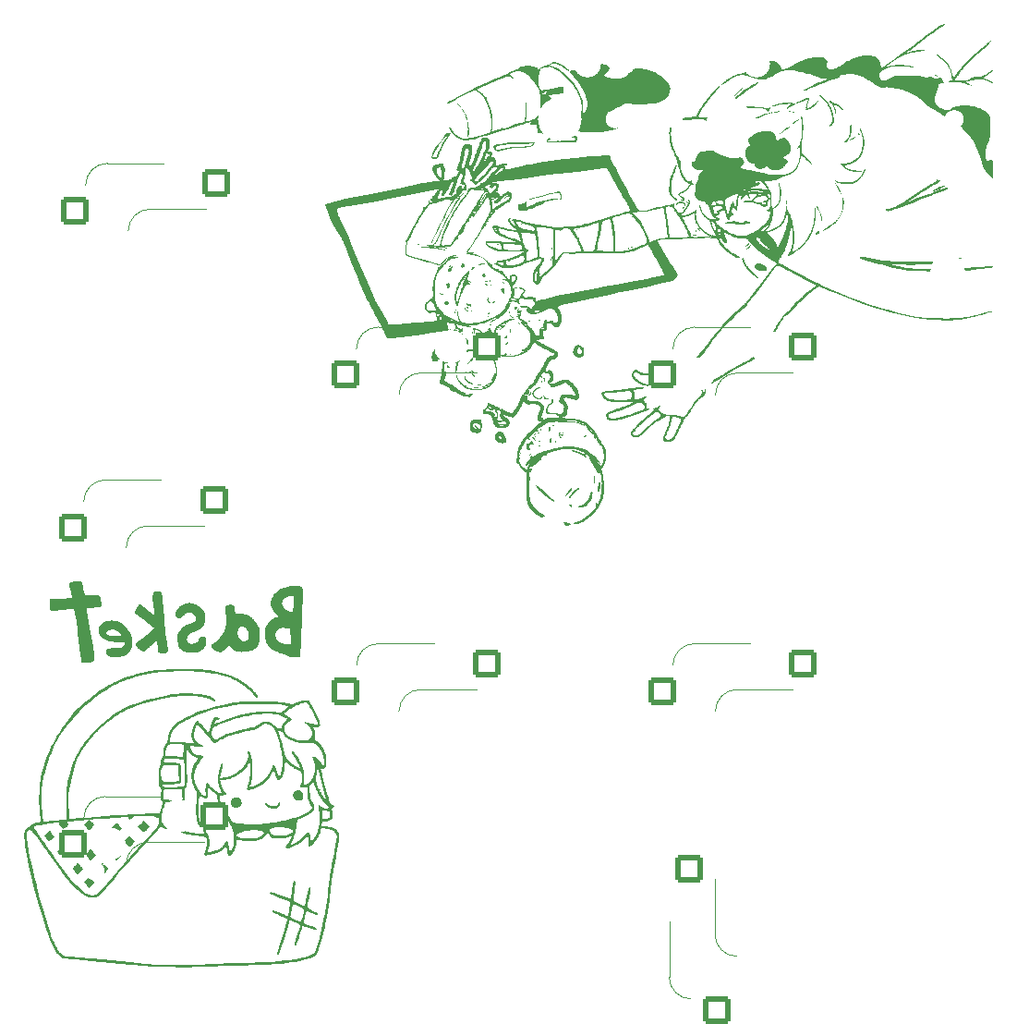
<source format=gbr>
%TF.GenerationSoftware,KiCad,Pcbnew,8.0.4*%
%TF.CreationDate,2024-07-29T01:23:14-07:00*%
%TF.ProjectId,panel_2,70616e65-6c5f-4322-9e6b-696361645f70,rev?*%
%TF.SameCoordinates,Original*%
%TF.FileFunction,Legend,Bot*%
%TF.FilePolarity,Positive*%
%FSLAX46Y46*%
G04 Gerber Fmt 4.6, Leading zero omitted, Abs format (unit mm)*
G04 Created by KiCad (PCBNEW 8.0.4) date 2024-07-29 01:23:14*
%MOMM*%
%LPD*%
G01*
G04 APERTURE LIST*
G04 Aperture macros list*
%AMRoundRect*
0 Rectangle with rounded corners*
0 $1 Rounding radius*
0 $2 $3 $4 $5 $6 $7 $8 $9 X,Y pos of 4 corners*
0 Add a 4 corners polygon primitive as box body*
4,1,4,$2,$3,$4,$5,$6,$7,$8,$9,$2,$3,0*
0 Add four circle primitives for the rounded corners*
1,1,$1+$1,$2,$3*
1,1,$1+$1,$4,$5*
1,1,$1+$1,$6,$7*
1,1,$1+$1,$8,$9*
0 Add four rect primitives between the rounded corners*
20,1,$1+$1,$2,$3,$4,$5,0*
20,1,$1+$1,$4,$5,$6,$7,0*
20,1,$1+$1,$6,$7,$8,$9,0*
20,1,$1+$1,$8,$9,$2,$3,0*%
G04 Aperture macros list end*
%ADD10C,0.000000*%
%ADD11C,0.079374*%
%ADD12C,0.120000*%
%ADD13C,0.500000*%
%ADD14C,3.200000*%
%ADD15RoundRect,0.250000X-1.025000X-1.000000X1.025000X-1.000000X1.025000X1.000000X-1.025000X1.000000X0*%
%ADD16C,1.750000*%
%ADD17C,3.050000*%
%ADD18C,4.000000*%
%ADD19C,2.500000*%
%ADD20RoundRect,0.250000X1.000000X-1.025000X1.000000X1.025000X-1.000000X1.025000X-1.000000X-1.025000X0*%
G04 APERTURE END LIST*
D10*
G36*
X145600042Y-47426070D02*
G01*
X145601908Y-47426270D01*
X145603974Y-47426624D01*
X145606240Y-47427132D01*
X145608708Y-47427798D01*
X145611379Y-47428622D01*
X145614253Y-47429606D01*
X145617331Y-47430752D01*
X145620614Y-47432061D01*
X145624102Y-47433534D01*
X145627797Y-47435174D01*
X145631700Y-47436981D01*
X145635811Y-47438958D01*
X145640130Y-47441106D01*
X145667951Y-47456158D01*
X145696430Y-47473512D01*
X145725494Y-47493066D01*
X145755069Y-47514724D01*
X145815453Y-47563950D01*
X145876987Y-47620398D01*
X145939078Y-47683273D01*
X146001130Y-47751784D01*
X146062550Y-47825136D01*
X146122742Y-47902538D01*
X146181112Y-47983195D01*
X146237066Y-48066316D01*
X146290009Y-48151106D01*
X146339348Y-48236774D01*
X146384486Y-48322526D01*
X146424831Y-48407568D01*
X146459787Y-48491109D01*
X146488760Y-48572355D01*
X146517199Y-48667426D01*
X146544110Y-48771101D01*
X146569330Y-48881833D01*
X146592693Y-48998076D01*
X146633191Y-49240910D01*
X146664286Y-49487232D01*
X146684661Y-49724672D01*
X146690416Y-49836196D01*
X146692997Y-49940861D01*
X146692238Y-50037121D01*
X146687976Y-50123428D01*
X146680045Y-50198238D01*
X146668281Y-50260004D01*
X146652411Y-50319239D01*
X146637288Y-50368006D01*
X146623041Y-50406549D01*
X146616288Y-50422064D01*
X146609803Y-50435114D01*
X146603602Y-50445731D01*
X146597703Y-50453946D01*
X146592120Y-50459789D01*
X146586872Y-50463290D01*
X146581973Y-50464481D01*
X146577441Y-50463392D01*
X146573291Y-50460053D01*
X146569541Y-50454496D01*
X146566205Y-50446750D01*
X146563302Y-50436848D01*
X146560846Y-50424818D01*
X146558855Y-50410693D01*
X146556331Y-50376276D01*
X146555860Y-50333843D01*
X146557574Y-50283639D01*
X146561602Y-50225909D01*
X146568077Y-50160898D01*
X146577127Y-50088851D01*
X146593024Y-49926812D01*
X146597507Y-49758358D01*
X146591090Y-49585035D01*
X146574287Y-49408390D01*
X146547609Y-49229972D01*
X146511572Y-49051326D01*
X146466686Y-48874000D01*
X146413467Y-48699541D01*
X146352427Y-48529496D01*
X146284079Y-48365412D01*
X146208937Y-48208836D01*
X146127514Y-48061315D01*
X146040322Y-47924396D01*
X145947875Y-47799627D01*
X145850687Y-47688554D01*
X145749271Y-47592725D01*
X145708643Y-47557573D01*
X145673761Y-47526004D01*
X145644812Y-47498278D01*
X145632620Y-47485936D01*
X145621983Y-47474653D01*
X145612923Y-47464461D01*
X145605463Y-47455391D01*
X145599628Y-47447477D01*
X145595440Y-47440751D01*
X145592924Y-47435246D01*
X145592299Y-47432961D01*
X145592102Y-47430994D01*
X145592334Y-47429348D01*
X145592998Y-47428027D01*
X145594098Y-47427036D01*
X145595636Y-47426378D01*
X145596247Y-47426234D01*
X145596907Y-47426126D01*
X145598375Y-47426023D01*
X145600042Y-47426070D01*
G37*
G36*
X129426572Y-124965247D02*
G01*
X129421140Y-124974764D01*
X129414362Y-124985605D01*
X129406321Y-124997661D01*
X129386775Y-125024974D01*
X129363158Y-125055821D01*
X129336124Y-125089321D01*
X129306326Y-125124590D01*
X129274420Y-125160749D01*
X129274421Y-125160752D01*
X129258150Y-125178439D01*
X129242141Y-125195146D01*
X129226484Y-125210807D01*
X129211271Y-125225357D01*
X129196593Y-125238729D01*
X129182542Y-125250858D01*
X129169207Y-125261678D01*
X129156682Y-125271123D01*
X129145056Y-125279126D01*
X129139609Y-125282567D01*
X129134421Y-125285623D01*
X129129504Y-125288286D01*
X129124869Y-125290547D01*
X129120527Y-125292399D01*
X129116490Y-125293833D01*
X129112769Y-125294840D01*
X129109375Y-125295413D01*
X129106321Y-125295544D01*
X129103617Y-125295224D01*
X129101274Y-125294445D01*
X129099305Y-125293198D01*
X129097721Y-125291476D01*
X129096532Y-125289270D01*
X129094360Y-125281501D01*
X129093463Y-125272324D01*
X129093776Y-125261845D01*
X129095234Y-125250175D01*
X129097773Y-125237421D01*
X129101329Y-125223693D01*
X129111233Y-125193747D01*
X129113307Y-125188633D01*
X129158173Y-125188633D01*
X129158753Y-125190796D01*
X129160041Y-125192067D01*
X129162037Y-125192446D01*
X129164739Y-125191933D01*
X129168149Y-125190528D01*
X129172264Y-125188232D01*
X129182609Y-125180966D01*
X129195770Y-125170137D01*
X129211742Y-125155746D01*
X129230519Y-125137795D01*
X129252098Y-125116285D01*
X129276473Y-125091218D01*
X129303639Y-125062595D01*
X129310047Y-125055703D01*
X129316169Y-125048977D01*
X129322001Y-125042424D01*
X129327541Y-125036050D01*
X129332785Y-125029863D01*
X129337730Y-125023869D01*
X129342373Y-125018074D01*
X129346712Y-125012486D01*
X129350742Y-125007111D01*
X129354462Y-125001956D01*
X129357867Y-124997028D01*
X129360956Y-124992333D01*
X129363724Y-124987878D01*
X129366169Y-124983669D01*
X129368287Y-124979715D01*
X129370077Y-124976020D01*
X129371533Y-124972592D01*
X129372655Y-124969438D01*
X129373438Y-124966565D01*
X129373879Y-124963978D01*
X129373975Y-124961686D01*
X129373893Y-124960652D01*
X129373724Y-124959694D01*
X129373467Y-124958813D01*
X129373122Y-124958009D01*
X129372688Y-124957284D01*
X129372166Y-124956638D01*
X129371554Y-124956073D01*
X129370853Y-124955588D01*
X129370062Y-124955185D01*
X129369180Y-124954865D01*
X129368208Y-124954629D01*
X129367144Y-124954477D01*
X129364742Y-124954429D01*
X129361971Y-124954729D01*
X129358828Y-124955384D01*
X129355309Y-124956399D01*
X129351412Y-124957782D01*
X129342997Y-124961425D01*
X129334153Y-124966032D01*
X129324952Y-124971535D01*
X129315469Y-124977863D01*
X129305778Y-124984949D01*
X129295954Y-124992722D01*
X129286070Y-125001114D01*
X129276201Y-125010054D01*
X129266421Y-125019474D01*
X129256805Y-125029303D01*
X129247425Y-125039474D01*
X129238358Y-125049916D01*
X129229676Y-125060560D01*
X129221454Y-125071337D01*
X129213767Y-125082177D01*
X129206688Y-125093012D01*
X129206687Y-125093012D01*
X129191467Y-125117887D01*
X129179107Y-125139185D01*
X129169603Y-125156907D01*
X129162949Y-125171055D01*
X129159140Y-125181630D01*
X129158302Y-125185578D01*
X129158173Y-125188633D01*
X129113307Y-125188633D01*
X129124429Y-125161204D01*
X129140402Y-125126934D01*
X129158635Y-125091806D01*
X129178614Y-125056687D01*
X129199822Y-125022447D01*
X129221743Y-124989954D01*
X129243863Y-124960077D01*
X129265664Y-124933684D01*
X129286631Y-124911644D01*
X129296640Y-124902528D01*
X129306248Y-124894826D01*
X129315390Y-124888646D01*
X129324000Y-124884098D01*
X129332015Y-124881289D01*
X129339371Y-124880329D01*
X129342823Y-124880262D01*
X129346231Y-124880063D01*
X129349591Y-124879735D01*
X129352898Y-124879283D01*
X129356149Y-124878708D01*
X129359339Y-124878014D01*
X129362463Y-124877205D01*
X129365518Y-124876284D01*
X129368499Y-124875254D01*
X129371402Y-124874119D01*
X129374221Y-124872881D01*
X129376954Y-124871544D01*
X129379596Y-124870111D01*
X129382142Y-124868586D01*
X129384589Y-124866972D01*
X129386931Y-124865272D01*
X129389164Y-124863489D01*
X129391285Y-124861627D01*
X129393289Y-124859689D01*
X129395171Y-124857679D01*
X129396927Y-124855598D01*
X129398554Y-124853452D01*
X129400046Y-124851243D01*
X129401399Y-124848974D01*
X129402609Y-124846649D01*
X129403672Y-124844270D01*
X129404583Y-124841842D01*
X129405338Y-124839368D01*
X129405933Y-124836850D01*
X129406363Y-124834293D01*
X129406624Y-124831699D01*
X129406712Y-124829071D01*
X129406609Y-124826483D01*
X129406301Y-124824007D01*
X129405793Y-124821644D01*
X129405092Y-124819395D01*
X129404202Y-124817262D01*
X129403128Y-124815246D01*
X129401876Y-124813348D01*
X129400449Y-124811570D01*
X129398854Y-124809913D01*
X129397096Y-124808379D01*
X129395179Y-124806968D01*
X129393109Y-124805682D01*
X129390890Y-124804523D01*
X129388528Y-124803491D01*
X129386029Y-124802588D01*
X129383396Y-124801816D01*
X129377752Y-124800667D01*
X129371637Y-124800057D01*
X129365092Y-124799994D01*
X129358157Y-124800490D01*
X129350874Y-124801556D01*
X129343282Y-124803202D01*
X129335423Y-124805438D01*
X129327337Y-124808277D01*
X129323269Y-124809762D01*
X129319252Y-124811076D01*
X129315291Y-124812221D01*
X129311393Y-124813200D01*
X129307561Y-124814014D01*
X129303801Y-124814664D01*
X129300118Y-124815153D01*
X129296518Y-124815482D01*
X129293004Y-124815653D01*
X129289583Y-124815668D01*
X129286259Y-124815529D01*
X129283038Y-124815237D01*
X129279924Y-124814795D01*
X129276923Y-124814204D01*
X129274039Y-124813465D01*
X129271279Y-124812582D01*
X129268646Y-124811554D01*
X129266146Y-124810386D01*
X129263785Y-124809077D01*
X129261566Y-124807630D01*
X129259496Y-124806047D01*
X129257579Y-124804330D01*
X129255820Y-124802480D01*
X129254225Y-124800499D01*
X129252799Y-124798389D01*
X129251546Y-124796152D01*
X129250472Y-124793789D01*
X129249582Y-124791303D01*
X129248881Y-124788695D01*
X129248374Y-124785967D01*
X129248066Y-124783121D01*
X129247962Y-124780158D01*
X129248049Y-124777173D01*
X129248305Y-124774261D01*
X129248728Y-124771423D01*
X129249312Y-124768663D01*
X129250054Y-124765984D01*
X129250949Y-124763389D01*
X129251993Y-124760880D01*
X129253182Y-124758460D01*
X129254511Y-124756133D01*
X129255976Y-124753901D01*
X129257573Y-124751768D01*
X129259299Y-124749735D01*
X129261147Y-124747807D01*
X129263115Y-124745985D01*
X129265199Y-124744273D01*
X129267392Y-124742675D01*
X129269693Y-124741191D01*
X129272096Y-124739827D01*
X129274597Y-124738584D01*
X129277192Y-124737465D01*
X129279876Y-124736474D01*
X129282646Y-124735613D01*
X129285497Y-124734885D01*
X129288425Y-124734293D01*
X129291425Y-124733841D01*
X129294494Y-124733530D01*
X129297627Y-124733364D01*
X129300821Y-124733346D01*
X129304069Y-124733478D01*
X129307370Y-124733764D01*
X129310717Y-124734207D01*
X129314108Y-124734809D01*
X129317588Y-124735335D01*
X129321036Y-124735519D01*
X129324446Y-124735370D01*
X129327814Y-124734892D01*
X129331137Y-124734093D01*
X129334410Y-124732980D01*
X129337629Y-124731559D01*
X129340790Y-124729837D01*
X129343888Y-124727821D01*
X129346920Y-124725517D01*
X129352766Y-124720075D01*
X129358296Y-124713564D01*
X129363475Y-124706037D01*
X129368271Y-124697550D01*
X129372649Y-124688155D01*
X129376575Y-124677906D01*
X129380017Y-124666858D01*
X129382941Y-124655064D01*
X129385314Y-124642579D01*
X129387101Y-124629455D01*
X129388269Y-124615747D01*
X129390120Y-124588363D01*
X129392314Y-124561250D01*
X129394769Y-124535113D01*
X129397404Y-124510659D01*
X129400137Y-124488592D01*
X129402887Y-124469618D01*
X129405573Y-124454441D01*
X129406866Y-124448498D01*
X129408113Y-124443769D01*
X129410624Y-124434807D01*
X129413228Y-124424532D01*
X129415849Y-124413307D01*
X129418411Y-124401492D01*
X129420839Y-124389450D01*
X129423056Y-124377542D01*
X129424987Y-124366130D01*
X129426557Y-124355576D01*
X129427437Y-124350474D01*
X129428696Y-124345201D01*
X129430310Y-124339798D01*
X129432257Y-124334305D01*
X129434511Y-124328763D01*
X129437050Y-124323213D01*
X129439850Y-124317695D01*
X129442887Y-124312250D01*
X129446136Y-124306918D01*
X129449575Y-124301742D01*
X129453180Y-124296760D01*
X129456927Y-124292014D01*
X129460792Y-124287544D01*
X129464751Y-124283391D01*
X129468782Y-124279596D01*
X129472859Y-124276200D01*
X129476769Y-124273233D01*
X129480308Y-124270700D01*
X129483469Y-124268599D01*
X129484906Y-124267710D01*
X129486246Y-124266928D01*
X129487487Y-124266253D01*
X129488630Y-124265685D01*
X129489673Y-124265224D01*
X129490615Y-124264870D01*
X129491455Y-124264621D01*
X129492193Y-124264479D01*
X129492828Y-124264442D01*
X129493358Y-124264511D01*
X129493782Y-124264685D01*
X129494101Y-124264964D01*
X129494313Y-124265348D01*
X129494416Y-124265836D01*
X129494411Y-124266430D01*
X129494296Y-124267127D01*
X129494070Y-124267928D01*
X129493733Y-124268833D01*
X129493283Y-124269841D01*
X129492720Y-124270953D01*
X129492043Y-124272168D01*
X129491250Y-124273485D01*
X129490342Y-124274905D01*
X129489316Y-124276428D01*
X129486911Y-124279779D01*
X129485717Y-124281639D01*
X129484775Y-124283660D01*
X129484083Y-124285836D01*
X129483634Y-124288160D01*
X129483426Y-124290625D01*
X129483453Y-124293224D01*
X129483712Y-124295951D01*
X129484199Y-124298799D01*
X129484908Y-124301761D01*
X129485837Y-124304830D01*
X129488333Y-124311263D01*
X129491654Y-124318044D01*
X129495766Y-124325117D01*
X129500635Y-124332430D01*
X129506226Y-124339927D01*
X129512507Y-124347554D01*
X129519442Y-124355258D01*
X129526999Y-124362982D01*
X129535143Y-124370674D01*
X129543840Y-124378279D01*
X129553056Y-124385742D01*
X129579249Y-124406427D01*
X129589572Y-124414868D01*
X129598053Y-124422090D01*
X129604694Y-124428129D01*
X129609501Y-124433023D01*
X129611217Y-124435052D01*
X129612476Y-124436808D01*
X129613278Y-124438297D01*
X129613624Y-124439521D01*
X129613514Y-124440487D01*
X129612948Y-124441199D01*
X129611928Y-124441660D01*
X129610453Y-124441877D01*
X129608525Y-124441853D01*
X129606143Y-124441593D01*
X129600021Y-124440383D01*
X129592091Y-124438284D01*
X129582358Y-124435333D01*
X129570825Y-124431567D01*
X129557496Y-124427021D01*
X129544606Y-124422979D01*
X129533059Y-124420335D01*
X129522803Y-124419212D01*
X129518141Y-124419259D01*
X129513782Y-124419732D01*
X129509719Y-124420647D01*
X129505944Y-124422019D01*
X129502452Y-124423863D01*
X129499235Y-124426195D01*
X129496287Y-124429030D01*
X129493602Y-124432383D01*
X129491172Y-124436270D01*
X129488990Y-124440706D01*
X129487051Y-124445706D01*
X129485347Y-124451286D01*
X129482618Y-124464246D01*
X129480750Y-124479710D01*
X129479690Y-124497799D01*
X129479384Y-124518636D01*
X129479777Y-124542345D01*
X129480817Y-124569048D01*
X129482451Y-124598868D01*
X129483548Y-124619728D01*
X129484309Y-124640542D01*
X129484743Y-124661179D01*
X129484859Y-124681508D01*
X129484667Y-124701398D01*
X129484175Y-124720719D01*
X129483392Y-124739341D01*
X129482328Y-124757131D01*
X129480992Y-124773960D01*
X129479392Y-124789697D01*
X129477538Y-124804211D01*
X129475438Y-124817372D01*
X129473102Y-124829048D01*
X129470540Y-124839109D01*
X129467759Y-124847425D01*
X129464769Y-124853864D01*
X129461710Y-124859457D01*
X129458729Y-124865289D01*
X129455841Y-124871314D01*
X129453061Y-124877485D01*
X129450406Y-124883754D01*
X129447892Y-124890075D01*
X129445534Y-124896400D01*
X129443349Y-124902682D01*
X129441352Y-124908874D01*
X129439559Y-124914929D01*
X129437987Y-124920800D01*
X129436650Y-124926439D01*
X129435565Y-124931801D01*
X129434748Y-124936836D01*
X129434214Y-124941500D01*
X129433981Y-124945743D01*
X129433074Y-124950626D01*
X129430578Y-124957164D01*
X129428337Y-124961686D01*
X129426572Y-124965247D01*
G37*
G36*
X146320610Y-66132356D02*
G01*
X146321784Y-66132473D01*
X146322993Y-66132686D01*
X146324237Y-66132992D01*
X146325515Y-66133393D01*
X146326826Y-66133888D01*
X146328170Y-66134476D01*
X146329545Y-66135157D01*
X146332390Y-66136798D01*
X146335354Y-66138806D01*
X146338433Y-66141179D01*
X146341622Y-66143914D01*
X146344914Y-66147009D01*
X146348305Y-66150460D01*
X146351788Y-66154266D01*
X146355360Y-66158422D01*
X146359014Y-66162927D01*
X146362744Y-66167778D01*
X146366546Y-66172972D01*
X146370415Y-66178506D01*
X146374344Y-66184378D01*
X146378328Y-66190585D01*
X146382362Y-66197123D01*
X146386441Y-66203991D01*
X146395245Y-66218297D01*
X146405190Y-66233013D01*
X146416164Y-66248027D01*
X146428057Y-66263230D01*
X146440758Y-66278510D01*
X146454158Y-66293756D01*
X146468145Y-66308857D01*
X146482609Y-66323702D01*
X146497440Y-66338181D01*
X146512527Y-66352182D01*
X146527759Y-66365595D01*
X146543027Y-66378308D01*
X146558219Y-66390210D01*
X146573226Y-66401192D01*
X146587936Y-66411140D01*
X146602240Y-66419946D01*
X146615649Y-66428057D01*
X146627731Y-66435967D01*
X146638466Y-66443633D01*
X146647830Y-66451013D01*
X146655802Y-66458064D01*
X146662358Y-66464744D01*
X146665099Y-66467932D01*
X146667477Y-66471010D01*
X146669490Y-66473975D01*
X146671136Y-66476821D01*
X146672411Y-66479542D01*
X146673313Y-66482133D01*
X146673839Y-66484589D01*
X146673986Y-66486904D01*
X146673751Y-66489074D01*
X146673132Y-66491093D01*
X146672126Y-66492955D01*
X146670730Y-66494655D01*
X146668940Y-66496189D01*
X146666755Y-66497550D01*
X146664172Y-66498734D01*
X146661188Y-66499735D01*
X146657799Y-66500547D01*
X146654004Y-66501166D01*
X146649800Y-66501587D01*
X146645183Y-66501803D01*
X146633559Y-66501444D01*
X146621397Y-66499820D01*
X146608759Y-66496994D01*
X146595704Y-66493023D01*
X146582292Y-66487969D01*
X146568583Y-66481891D01*
X146554638Y-66474849D01*
X146540515Y-66466904D01*
X146511980Y-66448543D01*
X146483457Y-66427288D01*
X146455428Y-66403619D01*
X146428371Y-66378016D01*
X146402769Y-66350959D01*
X146379100Y-66322930D01*
X146357845Y-66294407D01*
X146339484Y-66265871D01*
X146331538Y-66251748D01*
X146324497Y-66237802D01*
X146318419Y-66224093D01*
X146313364Y-66210681D01*
X146309394Y-66197626D01*
X146306567Y-66184987D01*
X146304943Y-66172826D01*
X146304584Y-66161202D01*
X146304806Y-66156585D01*
X146305230Y-66152379D01*
X146305851Y-66148581D01*
X146306234Y-66146834D01*
X146306665Y-66145188D01*
X146307142Y-66143643D01*
X146307665Y-66142199D01*
X146308234Y-66140854D01*
X146308847Y-66139610D01*
X146309505Y-66138464D01*
X146310206Y-66137418D01*
X146310950Y-66136471D01*
X146311736Y-66135622D01*
X146312564Y-66134871D01*
X146313433Y-66134218D01*
X146314342Y-66133662D01*
X146315291Y-66133203D01*
X146316279Y-66132842D01*
X146317306Y-66132576D01*
X146318370Y-66132407D01*
X146319472Y-66132334D01*
X146320610Y-66132356D01*
G37*
G36*
X158679252Y-82024992D02*
G01*
X158681854Y-82027219D01*
X158684408Y-82030591D01*
X158686911Y-82035080D01*
X158689358Y-82040661D01*
X158691747Y-82047308D01*
X158694073Y-82054995D01*
X158698526Y-82073385D01*
X158702687Y-82095621D01*
X158706530Y-82121496D01*
X158710025Y-82150801D01*
X158713145Y-82183327D01*
X158715863Y-82218867D01*
X158718149Y-82257211D01*
X158719976Y-82298152D01*
X158721316Y-82341480D01*
X158722140Y-82386988D01*
X158722421Y-82434467D01*
X158721647Y-82482746D01*
X158719376Y-82530603D01*
X158715686Y-82577749D01*
X158710652Y-82623897D01*
X158704352Y-82668762D01*
X158696863Y-82712055D01*
X158688262Y-82753490D01*
X158678625Y-82792780D01*
X158668029Y-82829637D01*
X158656552Y-82863776D01*
X158644269Y-82894908D01*
X158631259Y-82922747D01*
X158617598Y-82947006D01*
X158603362Y-82967398D01*
X158588630Y-82983636D01*
X158573476Y-82995433D01*
X158570355Y-82997209D01*
X158567316Y-82998637D01*
X158564358Y-82999722D01*
X158561482Y-83000467D01*
X158558685Y-83000879D01*
X158555969Y-83000962D01*
X158553332Y-83000720D01*
X158550773Y-83000158D01*
X158548293Y-82999282D01*
X158545890Y-82998095D01*
X158543565Y-82996603D01*
X158541316Y-82994810D01*
X158539143Y-82992721D01*
X158537045Y-82990341D01*
X158535022Y-82987674D01*
X158533073Y-82984726D01*
X158531199Y-82981501D01*
X158529397Y-82978004D01*
X158527668Y-82974239D01*
X158526011Y-82970211D01*
X158524425Y-82965925D01*
X158522910Y-82961387D01*
X158521466Y-82956599D01*
X158520092Y-82951568D01*
X158518787Y-82946298D01*
X158517550Y-82940794D01*
X158516382Y-82935060D01*
X158515281Y-82929102D01*
X158513280Y-82916530D01*
X158511543Y-82903116D01*
X158511529Y-82903116D01*
X158507861Y-82858214D01*
X158506463Y-82807153D01*
X158507233Y-82750972D01*
X158510071Y-82690711D01*
X158514875Y-82627412D01*
X158521543Y-82562114D01*
X158529974Y-82495857D01*
X158540066Y-82429681D01*
X158551718Y-82364628D01*
X158564828Y-82301737D01*
X158579295Y-82242048D01*
X158595017Y-82186601D01*
X158611894Y-82136438D01*
X158629822Y-82092597D01*
X158648701Y-82056120D01*
X158668430Y-82028046D01*
X158671190Y-82025436D01*
X158673916Y-82024075D01*
X158676604Y-82023935D01*
X158679252Y-82024992D01*
G37*
G36*
X148533499Y-66583762D02*
G01*
X148537562Y-66584070D01*
X148541442Y-66584577D01*
X148545137Y-66585278D01*
X148548645Y-66586168D01*
X148551963Y-66587242D01*
X148555089Y-66588495D01*
X148558022Y-66589921D01*
X148560757Y-66591516D01*
X148563294Y-66593275D01*
X148565631Y-66595192D01*
X148567764Y-66597262D01*
X148569691Y-66599480D01*
X148571411Y-66601842D01*
X148572921Y-66604342D01*
X148574219Y-66606975D01*
X148575303Y-66609735D01*
X148576170Y-66612619D01*
X148576818Y-66615620D01*
X148577244Y-66618733D01*
X148577448Y-66621955D01*
X148577425Y-66625279D01*
X148577175Y-66628700D01*
X148576695Y-66632213D01*
X148575982Y-66635814D01*
X148575034Y-66639496D01*
X148573849Y-66643256D01*
X148572425Y-66647088D01*
X148570760Y-66650986D01*
X148568851Y-66654947D01*
X148566696Y-66658963D01*
X148564293Y-66663032D01*
X148559114Y-66671118D01*
X148553726Y-66678977D01*
X148548170Y-66686569D01*
X148542489Y-66693852D01*
X148536727Y-66700787D01*
X148530927Y-66707332D01*
X148525131Y-66713447D01*
X148519383Y-66719091D01*
X148513726Y-66724224D01*
X148508201Y-66728804D01*
X148502854Y-66732791D01*
X148497725Y-66736145D01*
X148492859Y-66738824D01*
X148488299Y-66740788D01*
X148486146Y-66741489D01*
X148484087Y-66741996D01*
X148482125Y-66742304D01*
X148480266Y-66742408D01*
X148478471Y-66742304D01*
X148476699Y-66741996D01*
X148474952Y-66741489D01*
X148473232Y-66740788D01*
X148471542Y-66739898D01*
X148469883Y-66738824D01*
X148468258Y-66737571D01*
X148466669Y-66736145D01*
X148465118Y-66734550D01*
X148463608Y-66732791D01*
X148462141Y-66730874D01*
X148460719Y-66728804D01*
X148459344Y-66726586D01*
X148458019Y-66724224D01*
X148456746Y-66721724D01*
X148455527Y-66719091D01*
X148454364Y-66716331D01*
X148453261Y-66713447D01*
X148452218Y-66710446D01*
X148451238Y-66707332D01*
X148450323Y-66704111D01*
X148449477Y-66700787D01*
X148448700Y-66697366D01*
X148447995Y-66693852D01*
X148447365Y-66690252D01*
X148446812Y-66686569D01*
X148446338Y-66682809D01*
X148445944Y-66678977D01*
X148445634Y-66675078D01*
X148445410Y-66671118D01*
X148445274Y-66667101D01*
X148445228Y-66663032D01*
X148445338Y-66658963D01*
X148445664Y-66654947D01*
X148446201Y-66650986D01*
X148446943Y-66647088D01*
X148447885Y-66643256D01*
X148449021Y-66639496D01*
X148450347Y-66635814D01*
X148451856Y-66632213D01*
X148453544Y-66628700D01*
X148455405Y-66625279D01*
X148457434Y-66621955D01*
X148459624Y-66618733D01*
X148461972Y-66615620D01*
X148464472Y-66612619D01*
X148467118Y-66609735D01*
X148469904Y-66606975D01*
X148472826Y-66604342D01*
X148475878Y-66601842D01*
X148479055Y-66599480D01*
X148482351Y-66597262D01*
X148485761Y-66595192D01*
X148489280Y-66593275D01*
X148492902Y-66591516D01*
X148496621Y-66589921D01*
X148500433Y-66588495D01*
X148504333Y-66587242D01*
X148508313Y-66586168D01*
X148512371Y-66585278D01*
X148516499Y-66584577D01*
X148520693Y-66584070D01*
X148524947Y-66583762D01*
X148529256Y-66583658D01*
X148533499Y-66583762D01*
G37*
G36*
X182748840Y-61275163D02*
G01*
X182754209Y-61275312D01*
X182759642Y-61275607D01*
X182765127Y-61276048D01*
X182770655Y-61276635D01*
X182776215Y-61277370D01*
X182781798Y-61278251D01*
X182787393Y-61279280D01*
X182792991Y-61280457D01*
X182798582Y-61281782D01*
X182804155Y-61283256D01*
X182809701Y-61284879D01*
X182815209Y-61286652D01*
X182820670Y-61288574D01*
X182826074Y-61290647D01*
X182831770Y-61293003D01*
X182836987Y-61295320D01*
X182841725Y-61297596D01*
X182845988Y-61299830D01*
X182849776Y-61302020D01*
X182853090Y-61304164D01*
X182855933Y-61306261D01*
X182858305Y-61308309D01*
X182860209Y-61310307D01*
X182861646Y-61312253D01*
X182862617Y-61314146D01*
X182863124Y-61315983D01*
X182863169Y-61317764D01*
X182862752Y-61319486D01*
X182861876Y-61321148D01*
X182860542Y-61322749D01*
X182858752Y-61324287D01*
X182856506Y-61325760D01*
X182853808Y-61327167D01*
X182850657Y-61328507D01*
X182847057Y-61329776D01*
X182843007Y-61330975D01*
X182838511Y-61332101D01*
X182833568Y-61333153D01*
X182828182Y-61334129D01*
X182822353Y-61335028D01*
X182816083Y-61335848D01*
X182809373Y-61336587D01*
X182794641Y-61337818D01*
X182778170Y-61338707D01*
X182762916Y-61339096D01*
X182748576Y-61338986D01*
X182735204Y-61338398D01*
X182722852Y-61337353D01*
X182711575Y-61335873D01*
X182701426Y-61333979D01*
X182692460Y-61331693D01*
X182684729Y-61329036D01*
X182678289Y-61326030D01*
X182673192Y-61322696D01*
X182671164Y-61320913D01*
X182669492Y-61319056D01*
X182668183Y-61317127D01*
X182667243Y-61315130D01*
X182666680Y-61313067D01*
X182666500Y-61310941D01*
X182666709Y-61308754D01*
X182667314Y-61306509D01*
X182668323Y-61304209D01*
X182669742Y-61301857D01*
X182671577Y-61299454D01*
X182673835Y-61297005D01*
X182676430Y-61294601D01*
X182679262Y-61292333D01*
X182682321Y-61290203D01*
X182685598Y-61288210D01*
X182689083Y-61286357D01*
X182692766Y-61284642D01*
X182696637Y-61283068D01*
X182700686Y-61281634D01*
X182704904Y-61280341D01*
X182709281Y-61279190D01*
X182713807Y-61278181D01*
X182718472Y-61277316D01*
X182723266Y-61276595D01*
X182728180Y-61276018D01*
X182733204Y-61275586D01*
X182738327Y-61275300D01*
X182743542Y-61275159D01*
X182748840Y-61275163D01*
G37*
G36*
X154976151Y-55472989D02*
G01*
X154992418Y-55478339D01*
X155008609Y-55486991D01*
X155024663Y-55498729D01*
X155040517Y-55513337D01*
X155056110Y-55530598D01*
X155071381Y-55550296D01*
X155086267Y-55572215D01*
X155100708Y-55596137D01*
X155114641Y-55621848D01*
X155140739Y-55677768D01*
X155164068Y-55738243D01*
X155184135Y-55801543D01*
X155200446Y-55865938D01*
X155212509Y-55929696D01*
X155219832Y-55991088D01*
X155221561Y-56020355D01*
X155221920Y-56048381D01*
X155220848Y-56074951D01*
X155218282Y-56099847D01*
X155214161Y-56122853D01*
X155208423Y-56143753D01*
X155201007Y-56162331D01*
X155191851Y-56178370D01*
X155180894Y-56191654D01*
X155168074Y-56201966D01*
X155143669Y-56217338D01*
X155122298Y-56230345D01*
X155103848Y-56240825D01*
X155095682Y-56245067D01*
X155088204Y-56248617D01*
X155081399Y-56251455D01*
X155075254Y-56253561D01*
X155069754Y-56254914D01*
X155064884Y-56255495D01*
X155060632Y-56255283D01*
X155056982Y-56254259D01*
X155053920Y-56252401D01*
X155051432Y-56249691D01*
X155049505Y-56246108D01*
X155048123Y-56241631D01*
X155047273Y-56236242D01*
X155046940Y-56229918D01*
X155047111Y-56222642D01*
X155047771Y-56214391D01*
X155048906Y-56205147D01*
X155050502Y-56194889D01*
X155055019Y-56171251D01*
X155061209Y-56143316D01*
X155068959Y-56110924D01*
X155078155Y-56073912D01*
X155082600Y-56053631D01*
X155086057Y-56032310D01*
X155088546Y-56010127D01*
X155090086Y-55987262D01*
X155090695Y-55963894D01*
X155090392Y-55940202D01*
X155089198Y-55916363D01*
X155087129Y-55892558D01*
X155084206Y-55868966D01*
X155080448Y-55845764D01*
X155075873Y-55823132D01*
X155070501Y-55801250D01*
X155064350Y-55780295D01*
X155057439Y-55760447D01*
X155049788Y-55741884D01*
X155041415Y-55724786D01*
X155028297Y-55701408D01*
X155021778Y-55690719D01*
X155015244Y-55680686D01*
X155008663Y-55671299D01*
X155002003Y-55662550D01*
X154995232Y-55654430D01*
X154988319Y-55646932D01*
X154981233Y-55640045D01*
X154973940Y-55633761D01*
X154966411Y-55628073D01*
X154958613Y-55622970D01*
X154950514Y-55618445D01*
X154942084Y-55614489D01*
X154933289Y-55611093D01*
X154924098Y-55608248D01*
X154914481Y-55605946D01*
X154904404Y-55604179D01*
X154893837Y-55602937D01*
X154882748Y-55602212D01*
X154871104Y-55601995D01*
X154858876Y-55602278D01*
X154846029Y-55603052D01*
X154832534Y-55604308D01*
X154818358Y-55606038D01*
X154803469Y-55608233D01*
X154787837Y-55610884D01*
X154771429Y-55613983D01*
X154736159Y-55621490D01*
X154697406Y-55630684D01*
X154189345Y-55759322D01*
X153332217Y-55978724D01*
X152899999Y-56086114D01*
X152540541Y-56168529D01*
X152399808Y-56197837D01*
X152291318Y-56217860D01*
X152219755Y-56227584D01*
X152199285Y-56228268D01*
X152189804Y-56225996D01*
X152186057Y-56221899D01*
X152183136Y-56217860D01*
X152182008Y-56215855D01*
X152181116Y-56213854D01*
X152180467Y-56211856D01*
X152180072Y-56209855D01*
X152179940Y-56207849D01*
X152180079Y-56205836D01*
X152180500Y-56203810D01*
X152181211Y-56201770D01*
X152182223Y-56199712D01*
X152183543Y-56197632D01*
X152185183Y-56195528D01*
X152187150Y-56193395D01*
X152189455Y-56191231D01*
X152192107Y-56189033D01*
X152195115Y-56186797D01*
X152198488Y-56184519D01*
X152206367Y-56179828D01*
X152215820Y-56174932D01*
X152226922Y-56169806D01*
X152239746Y-56164423D01*
X152254368Y-56158756D01*
X152270862Y-56152781D01*
X152289304Y-56146469D01*
X152309767Y-56139796D01*
X152332327Y-56132734D01*
X152357059Y-56125257D01*
X152384036Y-56117340D01*
X152413334Y-56108955D01*
X152479190Y-56090677D01*
X152555226Y-56070214D01*
X152642038Y-56047355D01*
X152740225Y-56021889D01*
X152850384Y-55993607D01*
X153407017Y-55848711D01*
X154076514Y-55671456D01*
X154378211Y-55593691D01*
X154645331Y-55530002D01*
X154756864Y-55505491D01*
X154848880Y-55486965D01*
X154917757Y-55475246D01*
X154959869Y-55471158D01*
X154976151Y-55472989D01*
G37*
D11*
X140866200Y-60886661D02*
X140865093Y-60865442D01*
D10*
G36*
X175794172Y-56326956D02*
G01*
X175794760Y-56327133D01*
X175795342Y-56327399D01*
X175795341Y-56327399D01*
X175796297Y-56328042D01*
X175797235Y-56328933D01*
X175798155Y-56330068D01*
X175799056Y-56331448D01*
X175799938Y-56333069D01*
X175800799Y-56334932D01*
X175802457Y-56339372D01*
X175804027Y-56344757D01*
X175805502Y-56351073D01*
X175806878Y-56358309D01*
X175808150Y-56366451D01*
X175809312Y-56375488D01*
X175810359Y-56385406D01*
X175811287Y-56396194D01*
X175812089Y-56407839D01*
X175812761Y-56420329D01*
X175813298Y-56433650D01*
X175813694Y-56447792D01*
X175813944Y-56462740D01*
X175814039Y-56486490D01*
X175813729Y-56508581D01*
X175813033Y-56528940D01*
X175811969Y-56547495D01*
X175810557Y-56564173D01*
X175808815Y-56578904D01*
X175806761Y-56591615D01*
X175804414Y-56602233D01*
X175801794Y-56610686D01*
X175798919Y-56616903D01*
X175797391Y-56619150D01*
X175795807Y-56620811D01*
X175794168Y-56621877D01*
X175792477Y-56622339D01*
X175790737Y-56622187D01*
X175788949Y-56621413D01*
X175787116Y-56620008D01*
X175785240Y-56617962D01*
X175781370Y-56611914D01*
X175777357Y-56603197D01*
X175773508Y-56592515D01*
X175770143Y-56580703D01*
X175767261Y-56567884D01*
X175764865Y-56554178D01*
X175762955Y-56539710D01*
X175761533Y-56524599D01*
X175760600Y-56508969D01*
X175760157Y-56492942D01*
X175760205Y-56476640D01*
X175760747Y-56460184D01*
X175761782Y-56443698D01*
X175763313Y-56427302D01*
X175765340Y-56411120D01*
X175767865Y-56395272D01*
X175770889Y-56379882D01*
X175774413Y-56365072D01*
X175775824Y-56359840D01*
X175777226Y-56355002D01*
X175778618Y-56350556D01*
X175779999Y-56346501D01*
X175781368Y-56342832D01*
X175782724Y-56339549D01*
X175784065Y-56336649D01*
X175785392Y-56334129D01*
X175786703Y-56331988D01*
X175787996Y-56330223D01*
X175789272Y-56328831D01*
X175790528Y-56327811D01*
X175791764Y-56327160D01*
X175792375Y-56326972D01*
X175792979Y-56326876D01*
X175793579Y-56326871D01*
X175794172Y-56326956D01*
G37*
G36*
X130905516Y-124247749D02*
G01*
X130906670Y-124248025D01*
X130907845Y-124248474D01*
X130909042Y-124249098D01*
X130910257Y-124249900D01*
X130911490Y-124250881D01*
X130912739Y-124252045D01*
X130915036Y-124255201D01*
X130916908Y-124259591D01*
X130918361Y-124265137D01*
X130919399Y-124271759D01*
X130920030Y-124279379D01*
X130920258Y-124287916D01*
X130920089Y-124297293D01*
X130919529Y-124307430D01*
X130918583Y-124318247D01*
X130917258Y-124329666D01*
X130915558Y-124341608D01*
X130913490Y-124353993D01*
X130911060Y-124366742D01*
X130908272Y-124379777D01*
X130905133Y-124393017D01*
X130901649Y-124406385D01*
X130896875Y-124423398D01*
X130892367Y-124438419D01*
X130888107Y-124451461D01*
X130884079Y-124462536D01*
X130882146Y-124467340D01*
X130880265Y-124471657D01*
X130878433Y-124475488D01*
X130876648Y-124478836D01*
X130874908Y-124481702D01*
X130873210Y-124484088D01*
X130871554Y-124485994D01*
X130869935Y-124487424D01*
X130868353Y-124488377D01*
X130866806Y-124488857D01*
X130865290Y-124488864D01*
X130863804Y-124488401D01*
X130862346Y-124487468D01*
X130860913Y-124486067D01*
X130859504Y-124484201D01*
X130858116Y-124481870D01*
X130856747Y-124479076D01*
X130855394Y-124475821D01*
X130854057Y-124472106D01*
X130852732Y-124467934D01*
X130850112Y-124458221D01*
X130847516Y-124446695D01*
X130846324Y-124441461D01*
X130844972Y-124436430D01*
X130843462Y-124431604D01*
X130841796Y-124426984D01*
X130839976Y-124422571D01*
X130838004Y-124418366D01*
X130835882Y-124414370D01*
X130833611Y-124410583D01*
X130831194Y-124407009D01*
X130828632Y-124403646D01*
X130825928Y-124400497D01*
X130823083Y-124397562D01*
X130820099Y-124394842D01*
X130816978Y-124392339D01*
X130813722Y-124390054D01*
X130810332Y-124387987D01*
X130806812Y-124386141D01*
X130803162Y-124384515D01*
X130799385Y-124383111D01*
X130795482Y-124381930D01*
X130791455Y-124380973D01*
X130787307Y-124380241D01*
X130783038Y-124379735D01*
X130778652Y-124379457D01*
X130774150Y-124379407D01*
X130769533Y-124379586D01*
X130764804Y-124379996D01*
X130759965Y-124380638D01*
X130755017Y-124381512D01*
X130749963Y-124382620D01*
X130744804Y-124383963D01*
X130739542Y-124385541D01*
X130726548Y-124389627D01*
X130715222Y-124393037D01*
X130705558Y-124395753D01*
X130697546Y-124397757D01*
X130691178Y-124399031D01*
X130688607Y-124399388D01*
X130686444Y-124399556D01*
X130684687Y-124399532D01*
X130683336Y-124399314D01*
X130682390Y-124398900D01*
X130681846Y-124398288D01*
X130681705Y-124397474D01*
X130681965Y-124396458D01*
X130682624Y-124395236D01*
X130683683Y-124393807D01*
X130685139Y-124392168D01*
X130686992Y-124390317D01*
X130691884Y-124385969D01*
X130698350Y-124380746D01*
X130706381Y-124374629D01*
X130715968Y-124367600D01*
X130727102Y-124359641D01*
X130735150Y-124354233D01*
X130743401Y-124349243D01*
X130751796Y-124344684D01*
X130760272Y-124340572D01*
X130768769Y-124336920D01*
X130777227Y-124333744D01*
X130785583Y-124331057D01*
X130793777Y-124328875D01*
X130801748Y-124327212D01*
X130809434Y-124326082D01*
X130816775Y-124325499D01*
X130823710Y-124325479D01*
X130827006Y-124325685D01*
X130830177Y-124326036D01*
X130833217Y-124326535D01*
X130836116Y-124327184D01*
X130838869Y-124327984D01*
X130841466Y-124328937D01*
X130843900Y-124330046D01*
X130846165Y-124331311D01*
X130848329Y-124332564D01*
X130850465Y-124333633D01*
X130852571Y-124334521D01*
X130854645Y-124335229D01*
X130856683Y-124335762D01*
X130858682Y-124336120D01*
X130860641Y-124336307D01*
X130862556Y-124336325D01*
X130864425Y-124336177D01*
X130866244Y-124335865D01*
X130868012Y-124335391D01*
X130869725Y-124334758D01*
X130871381Y-124333969D01*
X130872977Y-124333026D01*
X130874511Y-124331931D01*
X130875979Y-124330687D01*
X130877379Y-124329297D01*
X130878709Y-124327762D01*
X130879965Y-124326086D01*
X130881144Y-124324271D01*
X130882245Y-124322320D01*
X130883265Y-124320234D01*
X130884200Y-124318016D01*
X130885048Y-124315670D01*
X130885807Y-124313196D01*
X130886473Y-124310599D01*
X130887044Y-124307879D01*
X130887518Y-124305041D01*
X130887891Y-124302086D01*
X130888160Y-124299016D01*
X130888324Y-124295835D01*
X130888379Y-124292545D01*
X130888411Y-124289251D01*
X130888506Y-124286063D01*
X130888661Y-124282982D01*
X130888877Y-124280011D01*
X130889150Y-124277152D01*
X130889479Y-124274409D01*
X130889864Y-124271784D01*
X130890301Y-124269279D01*
X130890791Y-124266898D01*
X130891331Y-124264642D01*
X130891919Y-124262514D01*
X130892554Y-124260517D01*
X130893235Y-124258653D01*
X130893960Y-124256926D01*
X130894727Y-124255337D01*
X130895535Y-124253889D01*
X130896382Y-124252585D01*
X130897267Y-124251428D01*
X130898188Y-124250419D01*
X130899144Y-124249563D01*
X130900132Y-124248860D01*
X130901152Y-124248314D01*
X130902202Y-124247927D01*
X130903280Y-124247702D01*
X130904385Y-124247642D01*
X130905516Y-124247749D01*
G37*
G36*
X129739070Y-123980868D02*
G01*
X129741232Y-123981271D01*
X129743044Y-123981936D01*
X129744509Y-123982856D01*
X129745633Y-123984023D01*
X129746420Y-123985431D01*
X129746875Y-123987073D01*
X129747003Y-123988943D01*
X129746807Y-123991035D01*
X129746294Y-123993340D01*
X129745467Y-123995854D01*
X129744331Y-123998568D01*
X129741152Y-124004573D01*
X129736793Y-124011302D01*
X129731292Y-124018703D01*
X129724686Y-124026720D01*
X129717012Y-124035302D01*
X129708307Y-124044394D01*
X129698609Y-124053943D01*
X129687955Y-124063897D01*
X129676382Y-124074201D01*
X129663928Y-124084803D01*
X129663927Y-124084803D01*
X129650920Y-124095531D01*
X129638368Y-124105664D01*
X129626267Y-124115203D01*
X129614616Y-124124148D01*
X129603411Y-124132500D01*
X129592650Y-124140259D01*
X129582329Y-124147427D01*
X129572447Y-124154004D01*
X129563000Y-124159991D01*
X129553986Y-124165388D01*
X129545402Y-124170196D01*
X129537245Y-124174416D01*
X129529513Y-124178049D01*
X129522203Y-124181095D01*
X129515312Y-124183554D01*
X129508837Y-124185428D01*
X129502775Y-124186717D01*
X129497125Y-124187423D01*
X129491882Y-124187545D01*
X129487045Y-124187084D01*
X129484778Y-124186635D01*
X129482611Y-124186041D01*
X129480544Y-124185302D01*
X129478577Y-124184417D01*
X129476708Y-124183387D01*
X129474939Y-124182212D01*
X129473269Y-124180892D01*
X129471697Y-124179427D01*
X129470222Y-124177818D01*
X129468846Y-124176064D01*
X129466384Y-124172121D01*
X129464308Y-124167601D01*
X129462616Y-124162503D01*
X129461304Y-124156830D01*
X129460371Y-124150580D01*
X129459813Y-124143755D01*
X129459628Y-124136356D01*
X129459689Y-124133522D01*
X129459871Y-124130798D01*
X129460171Y-124128188D01*
X129460585Y-124125692D01*
X129461111Y-124123312D01*
X129461746Y-124121050D01*
X129462487Y-124118908D01*
X129463330Y-124116888D01*
X129464273Y-124114990D01*
X129465312Y-124113218D01*
X129466445Y-124111572D01*
X129467669Y-124110054D01*
X129468981Y-124108667D01*
X129470377Y-124107411D01*
X129471854Y-124106289D01*
X129473411Y-124105302D01*
X129475042Y-124104452D01*
X129476747Y-124103741D01*
X129478521Y-124103170D01*
X129480362Y-124102742D01*
X129482266Y-124102457D01*
X129484231Y-124102318D01*
X129486253Y-124102326D01*
X129488330Y-124102484D01*
X129490458Y-124102792D01*
X129492635Y-124103253D01*
X129494858Y-124103868D01*
X129497123Y-124104639D01*
X129499428Y-124105567D01*
X129501769Y-124106656D01*
X129504143Y-124107905D01*
X129506548Y-124109317D01*
X129509039Y-124110701D01*
X129511667Y-124111863D01*
X129514426Y-124112807D01*
X129517308Y-124113535D01*
X129520307Y-124114052D01*
X129523414Y-124114359D01*
X129526623Y-124114461D01*
X129529927Y-124114361D01*
X129533318Y-124114061D01*
X129536789Y-124113566D01*
X129543942Y-124111999D01*
X129551331Y-124109686D01*
X129558895Y-124106654D01*
X129566579Y-124102926D01*
X129574324Y-124098529D01*
X129582073Y-124093489D01*
X129589768Y-124087830D01*
X129597353Y-124081579D01*
X129604768Y-124074761D01*
X129611957Y-124067401D01*
X129618861Y-124059525D01*
X129625794Y-124051498D01*
X129633065Y-124043696D01*
X129640613Y-124036160D01*
X129648379Y-124028930D01*
X129656301Y-124022046D01*
X129664320Y-124015549D01*
X129672376Y-124009479D01*
X129680407Y-124003876D01*
X129688354Y-123998782D01*
X129696157Y-123994235D01*
X129703754Y-123990277D01*
X129711086Y-123986949D01*
X129718092Y-123984289D01*
X129724712Y-123982340D01*
X129727859Y-123981644D01*
X129730886Y-123981140D01*
X129733787Y-123980835D01*
X129736553Y-123980731D01*
X129739070Y-123980868D01*
G37*
G36*
X153145379Y-78738282D02*
G01*
X153150749Y-78738432D01*
X153156181Y-78738727D01*
X153161666Y-78739168D01*
X153167194Y-78739755D01*
X153172754Y-78740489D01*
X153178337Y-78741371D01*
X153183932Y-78742400D01*
X153189530Y-78743577D01*
X153195120Y-78744902D01*
X153200693Y-78746376D01*
X153206238Y-78747999D01*
X153211746Y-78749772D01*
X153217207Y-78751695D01*
X153222610Y-78753768D01*
X153228307Y-78756123D01*
X153233523Y-78758438D01*
X153238263Y-78760712D01*
X153242525Y-78762943D01*
X153246313Y-78765129D01*
X153249628Y-78767269D01*
X153252471Y-78769361D01*
X153254843Y-78771404D01*
X153256747Y-78773396D01*
X153258184Y-78775336D01*
X153259155Y-78777222D01*
X153259663Y-78779052D01*
X153259707Y-78780826D01*
X153259291Y-78782541D01*
X153258415Y-78784196D01*
X153257081Y-78785790D01*
X153255291Y-78787321D01*
X153253046Y-78788787D01*
X153250347Y-78790187D01*
X153247197Y-78791519D01*
X153243596Y-78792782D01*
X153239546Y-78793975D01*
X153235050Y-78795095D01*
X153230107Y-78796141D01*
X153224721Y-78797112D01*
X153218891Y-78798007D01*
X153212621Y-78798822D01*
X153205911Y-78799558D01*
X153191178Y-78800785D01*
X153174705Y-78801673D01*
X153159459Y-78802061D01*
X153145127Y-78801951D01*
X153131765Y-78801362D01*
X153119425Y-78800317D01*
X153108160Y-78798836D01*
X153098024Y-78796943D01*
X153089071Y-78794656D01*
X153081354Y-78791999D01*
X153074927Y-78788993D01*
X153069842Y-78785659D01*
X153067820Y-78783875D01*
X153066153Y-78782018D01*
X153064850Y-78780089D01*
X153063915Y-78778092D01*
X153063356Y-78776029D01*
X153063180Y-78773903D01*
X153063392Y-78771716D01*
X153064001Y-78769471D01*
X153065012Y-78767171D01*
X153066432Y-78764818D01*
X153068269Y-78762415D01*
X153070528Y-78759966D01*
X153073120Y-78757564D01*
X153075947Y-78755301D01*
X153078999Y-78753179D01*
X153082266Y-78751197D01*
X153085740Y-78749355D01*
X153089409Y-78747654D01*
X153093266Y-78746094D01*
X153097302Y-78744674D01*
X153101505Y-78743396D01*
X153105868Y-78742259D01*
X153110381Y-78741264D01*
X153115034Y-78740411D01*
X153119819Y-78739699D01*
X153124725Y-78739130D01*
X153129744Y-78738703D01*
X153134866Y-78738419D01*
X153140081Y-78738278D01*
X153145379Y-78738282D01*
G37*
G36*
X112013724Y-115735580D02*
G01*
X112024385Y-115737866D01*
X112035470Y-115741420D01*
X112047009Y-115746253D01*
X112059034Y-115752377D01*
X112071574Y-115759803D01*
X112084660Y-115768543D01*
X112098323Y-115778607D01*
X112112593Y-115790007D01*
X112143077Y-115816861D01*
X112176356Y-115849195D01*
X112212673Y-115887099D01*
X112252274Y-115930664D01*
X112295401Y-115979981D01*
X112514298Y-116234165D01*
X112279611Y-116506560D01*
X112044928Y-116778958D01*
X111845007Y-116579039D01*
X111796465Y-116529752D01*
X111753730Y-116484592D01*
X111716696Y-116443165D01*
X111700283Y-116423730D01*
X111685255Y-116405080D01*
X111671599Y-116387168D01*
X111659302Y-116369943D01*
X111648349Y-116353357D01*
X111638729Y-116337361D01*
X111630426Y-116321905D01*
X111623429Y-116306941D01*
X111617723Y-116292419D01*
X111613295Y-116278290D01*
X111610132Y-116264505D01*
X111608221Y-116251015D01*
X111607547Y-116237770D01*
X111608099Y-116224722D01*
X111609862Y-116211821D01*
X111612823Y-116199019D01*
X111616968Y-116186266D01*
X111622285Y-116173513D01*
X111628760Y-116160711D01*
X111636380Y-116147811D01*
X111645130Y-116134763D01*
X111654999Y-116121519D01*
X111665972Y-116108029D01*
X111678036Y-116094245D01*
X111691178Y-116080116D01*
X111705385Y-116065595D01*
X111718972Y-116051756D01*
X111732748Y-116037239D01*
X111760485Y-116006656D01*
X111787831Y-115974811D01*
X111814022Y-115942668D01*
X111838292Y-115911191D01*
X111859875Y-115881346D01*
X111869421Y-115867337D01*
X111878008Y-115854097D01*
X111885540Y-115841747D01*
X111891924Y-115830408D01*
X111907773Y-115802955D01*
X111915724Y-115790905D01*
X111923733Y-115779987D01*
X111931830Y-115770212D01*
X111940046Y-115761593D01*
X111948412Y-115754141D01*
X111956958Y-115747866D01*
X111965715Y-115742780D01*
X111974713Y-115738894D01*
X111983982Y-115736220D01*
X111993553Y-115734769D01*
X112003457Y-115734552D01*
X112013724Y-115735580D01*
G37*
G36*
X147185438Y-73376179D02*
G01*
X147217114Y-73377670D01*
X147250387Y-73380196D01*
X147284711Y-73383701D01*
X147319539Y-73388132D01*
X147354324Y-73393437D01*
X147388519Y-73399562D01*
X147421578Y-73406454D01*
X147452953Y-73414058D01*
X147482098Y-73422323D01*
X147508466Y-73431194D01*
X147531510Y-73440618D01*
X147550683Y-73450542D01*
X147565439Y-73460912D01*
X147566811Y-73462363D01*
X147567527Y-73463796D01*
X147567601Y-73465210D01*
X147567045Y-73466601D01*
X147565875Y-73467969D01*
X147564103Y-73469312D01*
X147561744Y-73470627D01*
X147558810Y-73471914D01*
X147555316Y-73473169D01*
X147551275Y-73474391D01*
X147541609Y-73476731D01*
X147529920Y-73478917D01*
X147516319Y-73480936D01*
X147500915Y-73482772D01*
X147483817Y-73484411D01*
X147465135Y-73485838D01*
X147444979Y-73487039D01*
X147423459Y-73487998D01*
X147400683Y-73488701D01*
X147376762Y-73489134D01*
X147351805Y-73489282D01*
X147326428Y-73488875D01*
X147301274Y-73487681D01*
X147276492Y-73485741D01*
X147252235Y-73483096D01*
X147228653Y-73479784D01*
X147205897Y-73475848D01*
X147184117Y-73471327D01*
X147163464Y-73466261D01*
X147144091Y-73460692D01*
X147126146Y-73454659D01*
X147109781Y-73448203D01*
X147095148Y-73441365D01*
X147082396Y-73434184D01*
X147071677Y-73426702D01*
X147063142Y-73418958D01*
X147056941Y-73410993D01*
X147056007Y-73409353D01*
X147055255Y-73407757D01*
X147054684Y-73406203D01*
X147054291Y-73404692D01*
X147054074Y-73403223D01*
X147054030Y-73401796D01*
X147054157Y-73400411D01*
X147054452Y-73399067D01*
X147054912Y-73397764D01*
X147055535Y-73396501D01*
X147056320Y-73395279D01*
X147057262Y-73394097D01*
X147058360Y-73392955D01*
X147059611Y-73391853D01*
X147061012Y-73390790D01*
X147062562Y-73389766D01*
X147064257Y-73388780D01*
X147066096Y-73387833D01*
X147068075Y-73386924D01*
X147070192Y-73386052D01*
X147072445Y-73385218D01*
X147074831Y-73384422D01*
X147077348Y-73383662D01*
X147079992Y-73382939D01*
X147082763Y-73382252D01*
X147085656Y-73381601D01*
X147088671Y-73380986D01*
X147091803Y-73380407D01*
X147098412Y-73379352D01*
X147105464Y-73378437D01*
X147129066Y-73376508D01*
X147155907Y-73375773D01*
X147185438Y-73376179D01*
G37*
G36*
X173284894Y-62064632D02*
G01*
X173322952Y-62068126D01*
X173361588Y-62073842D01*
X173400628Y-62081672D01*
X173479226Y-62103241D01*
X173557351Y-62131967D01*
X173633612Y-62166987D01*
X173706615Y-62207435D01*
X173774966Y-62252445D01*
X173837273Y-62301154D01*
X173892142Y-62352697D01*
X173916352Y-62379260D01*
X173938181Y-62406208D01*
X173957453Y-62433431D01*
X173973996Y-62460822D01*
X173987634Y-62488272D01*
X173998194Y-62515674D01*
X174005502Y-62542920D01*
X174009383Y-62569901D01*
X174009663Y-62596509D01*
X174006168Y-62622636D01*
X173998724Y-62648173D01*
X173987157Y-62673014D01*
X173971293Y-62697050D01*
X173950957Y-62720172D01*
X173947815Y-62722883D01*
X173943859Y-62725560D01*
X173933610Y-62730797D01*
X173920404Y-62735856D01*
X173904439Y-62740708D01*
X173885910Y-62745327D01*
X173865014Y-62749686D01*
X173841946Y-62753758D01*
X173816902Y-62757517D01*
X173790079Y-62760934D01*
X173761673Y-62763984D01*
X173731880Y-62766638D01*
X173700895Y-62768870D01*
X173668915Y-62770653D01*
X173636136Y-62771961D01*
X173602754Y-62772765D01*
X173568965Y-62773039D01*
X173521765Y-62771909D01*
X173475625Y-62768587D01*
X173430633Y-62763170D01*
X173386873Y-62755756D01*
X173344432Y-62746445D01*
X173303397Y-62735334D01*
X173263854Y-62722523D01*
X173225889Y-62708109D01*
X173189587Y-62692191D01*
X173155036Y-62674868D01*
X173122322Y-62656237D01*
X173091530Y-62636398D01*
X173062747Y-62615449D01*
X173036060Y-62593488D01*
X173011554Y-62570614D01*
X172989315Y-62546925D01*
X172969431Y-62522519D01*
X172951987Y-62497496D01*
X172937068Y-62471953D01*
X172924763Y-62445989D01*
X172915156Y-62419702D01*
X172908334Y-62393192D01*
X172904383Y-62366556D01*
X172903390Y-62339892D01*
X172905440Y-62313300D01*
X172910620Y-62286877D01*
X172919016Y-62260723D01*
X172930715Y-62234935D01*
X172945802Y-62209612D01*
X172964363Y-62184852D01*
X172986486Y-62160755D01*
X173012256Y-62137418D01*
X173024157Y-62128077D01*
X173036513Y-62119415D01*
X173049306Y-62111421D01*
X173062518Y-62104086D01*
X173076134Y-62097397D01*
X173090135Y-62091345D01*
X173104505Y-62085919D01*
X173119226Y-62081107D01*
X173134281Y-62076900D01*
X173149654Y-62073286D01*
X173165326Y-62070255D01*
X173181282Y-62067797D01*
X173197503Y-62065899D01*
X173213973Y-62064552D01*
X173230674Y-62063746D01*
X173247590Y-62063468D01*
X173284894Y-62064632D01*
G37*
D11*
X140930421Y-61237764D02*
X140930509Y-61236961D01*
X140853824Y-60764901D02*
X140852124Y-60751784D01*
D10*
G36*
X157521772Y-77093451D02*
G01*
X157522832Y-77093519D01*
X157523928Y-77093637D01*
X157525059Y-77093806D01*
X157526225Y-77094024D01*
X157536057Y-77097187D01*
X157547706Y-77102934D01*
X157561032Y-77111108D01*
X157575897Y-77121552D01*
X157609683Y-77148625D01*
X157647946Y-77182900D01*
X157689568Y-77223123D01*
X157733432Y-77268041D01*
X157778421Y-77316401D01*
X157823418Y-77366949D01*
X157867306Y-77418432D01*
X157908967Y-77469598D01*
X157947284Y-77519191D01*
X157981139Y-77565960D01*
X158009416Y-77608651D01*
X158030997Y-77646011D01*
X158038927Y-77662300D01*
X158044765Y-77676786D01*
X158048370Y-77689313D01*
X158049602Y-77699723D01*
X158049224Y-77703244D01*
X158048103Y-77705892D01*
X158047269Y-77706893D01*
X158046257Y-77707683D01*
X158043704Y-77708632D01*
X158040463Y-77708756D01*
X158036553Y-77708070D01*
X158031992Y-77706589D01*
X158026798Y-77704329D01*
X158020991Y-77701306D01*
X158014588Y-77697534D01*
X158007609Y-77693031D01*
X158000072Y-77687810D01*
X157983396Y-77675280D01*
X157964710Y-77660068D01*
X157944161Y-77642301D01*
X157921899Y-77622101D01*
X157898070Y-77599593D01*
X157872824Y-77574902D01*
X157846309Y-77548152D01*
X157818672Y-77519468D01*
X157790062Y-77488973D01*
X157760628Y-77456793D01*
X157703407Y-77391722D01*
X157651616Y-77329425D01*
X157606273Y-77271380D01*
X157568397Y-77219064D01*
X157552578Y-77195516D01*
X157539009Y-77173955D01*
X157527816Y-77154566D01*
X157519127Y-77137533D01*
X157513070Y-77123041D01*
X157509771Y-77111275D01*
X157509197Y-77106472D01*
X157509359Y-77102419D01*
X157510276Y-77099140D01*
X157511961Y-77096659D01*
X157512259Y-77096373D01*
X157512566Y-77096101D01*
X157512884Y-77095842D01*
X157513211Y-77095597D01*
X157513548Y-77095365D01*
X157513895Y-77095146D01*
X157514252Y-77094941D01*
X157514618Y-77094749D01*
X157514995Y-77094570D01*
X157515380Y-77094404D01*
X157516181Y-77094113D01*
X157517020Y-77093873D01*
X157517896Y-77093686D01*
X157518810Y-77093550D01*
X157519760Y-77093466D01*
X157520748Y-77093433D01*
X157521772Y-77093451D01*
G37*
D11*
X140927570Y-61221527D02*
X140926009Y-61217631D01*
D10*
G36*
X179397446Y-47113374D02*
G01*
X179399574Y-47114220D01*
X179401892Y-47115304D01*
X179404402Y-47116626D01*
X179407102Y-47118184D01*
X179409993Y-47119980D01*
X179413074Y-47122011D01*
X179416345Y-47124279D01*
X179419807Y-47126782D01*
X179423459Y-47129520D01*
X179427301Y-47132492D01*
X179431333Y-47135699D01*
X179435555Y-47139140D01*
X179444569Y-47146721D01*
X179454342Y-47155232D01*
X179493285Y-47193370D01*
X179533736Y-47239909D01*
X179575236Y-47293923D01*
X179617324Y-47354488D01*
X179659542Y-47420676D01*
X179701427Y-47491563D01*
X179742521Y-47566222D01*
X179782363Y-47643727D01*
X179820493Y-47723154D01*
X179856451Y-47803576D01*
X179889777Y-47884068D01*
X179920011Y-47963703D01*
X179946692Y-48041556D01*
X179969361Y-48116701D01*
X179987557Y-48188213D01*
X180000820Y-48255165D01*
X180006294Y-48289801D01*
X180010320Y-48318852D01*
X180012863Y-48342272D01*
X180013892Y-48360016D01*
X180013829Y-48366745D01*
X180013374Y-48372038D01*
X180012523Y-48375890D01*
X180011274Y-48378293D01*
X180009621Y-48379244D01*
X180007560Y-48378736D01*
X180005087Y-48376763D01*
X180002198Y-48373320D01*
X179998889Y-48368401D01*
X179995156Y-48362000D01*
X179986400Y-48344731D01*
X179975898Y-48321466D01*
X179963615Y-48292161D01*
X179949519Y-48256770D01*
X179933577Y-48215247D01*
X179896020Y-48113623D01*
X179861439Y-48023949D01*
X179820332Y-47926779D01*
X179774229Y-47825207D01*
X179724663Y-47722326D01*
X179673165Y-47621228D01*
X179621268Y-47525005D01*
X179570502Y-47436752D01*
X179522400Y-47359561D01*
X179482219Y-47297392D01*
X179449111Y-47244353D01*
X179423047Y-47200364D01*
X179404002Y-47165345D01*
X179397102Y-47151175D01*
X179391946Y-47139217D01*
X179388531Y-47129462D01*
X179386853Y-47121899D01*
X179386909Y-47116519D01*
X179387586Y-47114644D01*
X179388695Y-47113311D01*
X179390236Y-47112519D01*
X179392209Y-47112267D01*
X179397446Y-47113374D01*
G37*
D11*
X140930397Y-61231020D02*
X140930296Y-61230540D01*
X140924361Y-61214042D02*
X140922658Y-61210682D01*
D10*
G36*
X150402458Y-66452347D02*
G01*
X150403325Y-66452500D01*
X150404177Y-66452767D01*
X150405014Y-66453150D01*
X150405836Y-66453646D01*
X150406642Y-66454258D01*
X150407432Y-66454983D01*
X150408207Y-66455822D01*
X150408965Y-66456775D01*
X150409707Y-66457841D01*
X150410431Y-66459020D01*
X150411829Y-66461717D01*
X150413158Y-66464865D01*
X150414417Y-66468462D01*
X150415604Y-66472507D01*
X150416718Y-66476999D01*
X150417757Y-66481936D01*
X150418721Y-66487317D01*
X150419609Y-66493140D01*
X150420418Y-66499405D01*
X150421148Y-66506111D01*
X150421797Y-66513254D01*
X150422364Y-66520836D01*
X150422848Y-66528853D01*
X150423248Y-66537305D01*
X150423639Y-66552551D01*
X150423533Y-66566882D01*
X150422952Y-66580244D01*
X150421917Y-66592584D01*
X150420448Y-66603849D01*
X150418568Y-66613984D01*
X150416296Y-66622937D01*
X150413653Y-66630654D01*
X150410662Y-66637082D01*
X150407342Y-66642167D01*
X150405565Y-66644189D01*
X150403715Y-66645855D01*
X150401792Y-66647159D01*
X150399801Y-66648094D01*
X150397743Y-66648653D01*
X150395622Y-66648830D01*
X150393439Y-66648617D01*
X150391198Y-66648009D01*
X150388901Y-66646998D01*
X150386551Y-66645577D01*
X150384150Y-66643741D01*
X150381702Y-66641483D01*
X150379298Y-66638889D01*
X150377032Y-66636058D01*
X150374905Y-66633000D01*
X150372917Y-66629725D01*
X150371068Y-66626243D01*
X150369358Y-66622564D01*
X150367789Y-66618696D01*
X150366360Y-66614650D01*
X150363926Y-66606063D01*
X150362058Y-66596880D01*
X150360762Y-66587179D01*
X150360040Y-66577038D01*
X150359895Y-66566534D01*
X150360331Y-66555746D01*
X150361352Y-66544751D01*
X150362961Y-66533627D01*
X150365161Y-66522453D01*
X150367955Y-66511304D01*
X150371348Y-66500261D01*
X150375343Y-66489400D01*
X150377700Y-66483705D01*
X150380018Y-66478489D01*
X150382295Y-66473753D01*
X150384529Y-66469493D01*
X150386720Y-66465708D01*
X150388864Y-66462397D01*
X150390962Y-66459558D01*
X150393010Y-66457190D01*
X150395008Y-66455290D01*
X150395987Y-66454516D01*
X150396953Y-66453858D01*
X150397905Y-66453316D01*
X150398844Y-66452891D01*
X150399769Y-66452582D01*
X150400680Y-66452388D01*
X150401576Y-66452310D01*
X150402458Y-66452347D01*
G37*
G36*
X144993836Y-62244559D02*
G01*
X144996261Y-62244690D01*
X144998626Y-62244947D01*
X145000930Y-62245329D01*
X145003169Y-62245835D01*
X145005342Y-62246464D01*
X145007446Y-62247215D01*
X145009480Y-62248088D01*
X145011441Y-62249082D01*
X145013328Y-62250194D01*
X145015137Y-62251425D01*
X145016867Y-62252774D01*
X145018516Y-62254239D01*
X145020082Y-62255820D01*
X145021562Y-62257516D01*
X145022954Y-62259325D01*
X145024257Y-62261247D01*
X145025467Y-62263281D01*
X145026584Y-62265425D01*
X145027604Y-62267680D01*
X145028526Y-62270043D01*
X145029348Y-62272515D01*
X145030067Y-62275093D01*
X145030681Y-62277778D01*
X145031188Y-62280567D01*
X145031586Y-62283461D01*
X145031874Y-62286458D01*
X145032047Y-62289557D01*
X145032106Y-62292758D01*
X145032002Y-62297066D01*
X145031694Y-62301320D01*
X145031187Y-62305514D01*
X145030486Y-62309642D01*
X145029595Y-62313699D01*
X145028521Y-62317680D01*
X145027268Y-62321579D01*
X145025842Y-62325391D01*
X145024247Y-62329110D01*
X145022488Y-62332732D01*
X145020571Y-62336250D01*
X145018501Y-62339660D01*
X145016282Y-62342956D01*
X145013920Y-62346133D01*
X145011420Y-62349185D01*
X145008787Y-62352107D01*
X145006027Y-62354893D01*
X145003143Y-62357539D01*
X145000142Y-62360039D01*
X144997028Y-62362387D01*
X144993807Y-62364577D01*
X144990483Y-62366606D01*
X144987062Y-62368467D01*
X144983548Y-62370155D01*
X144979947Y-62371664D01*
X144976265Y-62372990D01*
X144972505Y-62374126D01*
X144968673Y-62375068D01*
X144964775Y-62375810D01*
X144960815Y-62376347D01*
X144956798Y-62376673D01*
X144952730Y-62376782D01*
X144944644Y-62376601D01*
X144936785Y-62376067D01*
X144929193Y-62375200D01*
X144921909Y-62374016D01*
X144914975Y-62372536D01*
X144908429Y-62370775D01*
X144902314Y-62368753D01*
X144896670Y-62366487D01*
X144891538Y-62363995D01*
X144886957Y-62361295D01*
X144882970Y-62358406D01*
X144879617Y-62355345D01*
X144876938Y-62352131D01*
X144875864Y-62350472D01*
X144874974Y-62348781D01*
X144874272Y-62347060D01*
X144873765Y-62345313D01*
X144873457Y-62343540D01*
X144873353Y-62341745D01*
X144873457Y-62339887D01*
X144873765Y-62337926D01*
X144874272Y-62335866D01*
X144874974Y-62333714D01*
X144875864Y-62331475D01*
X144876938Y-62329154D01*
X144878190Y-62326757D01*
X144879617Y-62324288D01*
X144882970Y-62319160D01*
X144886957Y-62313811D01*
X144891538Y-62308286D01*
X144896670Y-62302628D01*
X144902314Y-62296879D01*
X144908429Y-62291083D01*
X144914975Y-62285282D01*
X144921909Y-62279520D01*
X144929193Y-62273840D01*
X144936785Y-62268284D01*
X144944644Y-62262897D01*
X144952730Y-62257720D01*
X144954770Y-62256487D01*
X144956799Y-62255316D01*
X144958816Y-62254208D01*
X144960820Y-62253161D01*
X144962810Y-62252177D01*
X144964785Y-62251253D01*
X144966745Y-62250390D01*
X144968690Y-62249589D01*
X144970617Y-62248847D01*
X144972527Y-62248165D01*
X144974419Y-62247543D01*
X144976291Y-62246981D01*
X144978145Y-62246477D01*
X144979977Y-62246032D01*
X144981789Y-62245646D01*
X144983578Y-62245317D01*
X144986222Y-62244934D01*
X144988814Y-62244680D01*
X144991353Y-62244556D01*
X144993836Y-62244559D01*
G37*
G36*
X175608345Y-48098293D02*
G01*
X175613715Y-48098443D01*
X175619148Y-48098738D01*
X175624633Y-48099179D01*
X175630160Y-48099766D01*
X175635720Y-48100500D01*
X175641303Y-48101381D01*
X175646898Y-48102410D01*
X175652496Y-48103587D01*
X175658087Y-48104912D01*
X175663660Y-48106386D01*
X175669206Y-48108009D01*
X175674714Y-48109782D01*
X175680176Y-48111704D01*
X175685580Y-48113777D01*
X175691275Y-48116133D01*
X175696492Y-48118449D01*
X175701231Y-48120723D01*
X175705493Y-48122954D01*
X175709281Y-48125140D01*
X175712595Y-48127280D01*
X175715438Y-48129372D01*
X175717810Y-48131415D01*
X175719714Y-48133407D01*
X175721151Y-48135347D01*
X175722122Y-48137233D01*
X175722629Y-48139064D01*
X175722674Y-48140838D01*
X175722258Y-48142553D01*
X175721382Y-48144208D01*
X175720048Y-48145802D01*
X175718258Y-48147332D01*
X175716013Y-48148799D01*
X175713314Y-48150198D01*
X175710164Y-48151531D01*
X175706563Y-48152794D01*
X175702514Y-48153986D01*
X175698018Y-48155106D01*
X175693075Y-48156153D01*
X175687689Y-48157124D01*
X175681860Y-48158018D01*
X175675590Y-48158833D01*
X175668880Y-48159569D01*
X175654148Y-48160795D01*
X175637676Y-48161682D01*
X175622430Y-48162072D01*
X175608099Y-48161961D01*
X175594737Y-48161373D01*
X175582397Y-48160328D01*
X175571132Y-48158848D01*
X175560996Y-48156954D01*
X175552043Y-48154668D01*
X175544326Y-48152012D01*
X175537898Y-48149006D01*
X175532813Y-48145671D01*
X175530791Y-48143888D01*
X175529124Y-48142031D01*
X175527820Y-48140102D01*
X175526885Y-48138105D01*
X175526326Y-48136042D01*
X175526149Y-48133916D01*
X175526362Y-48131729D01*
X175526970Y-48129484D01*
X175527981Y-48127184D01*
X175529401Y-48124831D01*
X175531237Y-48122429D01*
X175533496Y-48119980D01*
X175536089Y-48117577D01*
X175538916Y-48115315D01*
X175541968Y-48113192D01*
X175545235Y-48111210D01*
X175548708Y-48109368D01*
X175552378Y-48107667D01*
X175556235Y-48106106D01*
X175560270Y-48104686D01*
X175564473Y-48103408D01*
X175568836Y-48102271D01*
X175573349Y-48101276D01*
X175578002Y-48100422D01*
X175582786Y-48099711D01*
X175587693Y-48099141D01*
X175592711Y-48098714D01*
X175597833Y-48098430D01*
X175603048Y-48098289D01*
X175608345Y-48098293D01*
G37*
G36*
X153319542Y-72805698D02*
G01*
X153321011Y-72805834D01*
X153322497Y-72806059D01*
X153324000Y-72806374D01*
X153324000Y-72806376D01*
X153326286Y-72807014D01*
X153328606Y-72807848D01*
X153330958Y-72808874D01*
X153333338Y-72810090D01*
X153335746Y-72811494D01*
X153338176Y-72813082D01*
X153340628Y-72814852D01*
X153343099Y-72816802D01*
X153345585Y-72818928D01*
X153348084Y-72821228D01*
X153350594Y-72823699D01*
X153353112Y-72826339D01*
X153358161Y-72832114D01*
X153363209Y-72838531D01*
X153368236Y-72845568D01*
X153373221Y-72853204D01*
X153378142Y-72861418D01*
X153382978Y-72870188D01*
X153387708Y-72879493D01*
X153392311Y-72889311D01*
X153396766Y-72899621D01*
X153401051Y-72910401D01*
X153408511Y-72930396D01*
X153414722Y-72947977D01*
X153419658Y-72963168D01*
X153423295Y-72975996D01*
X153425608Y-72986484D01*
X153426260Y-72990859D01*
X153426572Y-72994659D01*
X153426541Y-72997887D01*
X153426163Y-73000546D01*
X153425435Y-73002639D01*
X153424354Y-73004170D01*
X153422918Y-73005141D01*
X153421122Y-73005557D01*
X153418965Y-73005419D01*
X153416442Y-73004731D01*
X153413551Y-73003497D01*
X153410289Y-73001719D01*
X153402638Y-72996545D01*
X153393464Y-72989234D01*
X153382742Y-72979813D01*
X153370448Y-72968307D01*
X153356557Y-72954740D01*
X153346741Y-72944537D01*
X153337655Y-72934169D01*
X153329325Y-72923707D01*
X153321779Y-72913226D01*
X153315046Y-72902798D01*
X153309152Y-72892495D01*
X153304125Y-72882391D01*
X153299992Y-72872559D01*
X153296782Y-72863071D01*
X153294522Y-72854000D01*
X153293239Y-72845420D01*
X153292972Y-72841336D01*
X153292961Y-72837402D01*
X153293207Y-72833627D01*
X153293715Y-72830021D01*
X153294488Y-72826591D01*
X153295529Y-72823348D01*
X153296843Y-72820300D01*
X153298432Y-72817457D01*
X153300299Y-72814828D01*
X153302449Y-72812421D01*
X153303610Y-72811325D01*
X153304800Y-72810328D01*
X153306018Y-72809430D01*
X153307263Y-72808629D01*
X153308534Y-72807925D01*
X153309830Y-72807317D01*
X153311151Y-72806805D01*
X153312495Y-72806388D01*
X153313862Y-72806065D01*
X153315251Y-72805835D01*
X153316662Y-72805698D01*
X153318092Y-72805652D01*
X153319542Y-72805698D01*
G37*
G36*
X172123700Y-58204412D02*
G01*
X172165552Y-58206921D01*
X172211346Y-58210767D01*
X172261194Y-58215952D01*
X172315206Y-58222475D01*
X172373494Y-58230335D01*
X172436167Y-58239533D01*
X172439218Y-58240155D01*
X172442230Y-58241082D01*
X172445200Y-58242305D01*
X172448124Y-58243817D01*
X172450998Y-58245609D01*
X172453817Y-58247673D01*
X172456579Y-58250000D01*
X172459279Y-58252582D01*
X172461914Y-58255410D01*
X172464480Y-58258476D01*
X172466973Y-58261773D01*
X172469389Y-58265291D01*
X172471724Y-58269022D01*
X172473975Y-58272958D01*
X172476138Y-58277090D01*
X172478208Y-58281410D01*
X172480183Y-58285910D01*
X172482058Y-58290581D01*
X172483829Y-58295416D01*
X172485493Y-58300405D01*
X172487046Y-58305540D01*
X172488484Y-58310813D01*
X172489803Y-58316216D01*
X172490999Y-58321740D01*
X172492069Y-58327377D01*
X172493008Y-58333118D01*
X172493814Y-58338956D01*
X172494482Y-58344881D01*
X172495008Y-58350886D01*
X172495388Y-58356961D01*
X172495619Y-58363100D01*
X172495697Y-58369293D01*
X172495543Y-58377344D01*
X172495078Y-58384996D01*
X172494295Y-58392250D01*
X172493186Y-58399110D01*
X172491746Y-58405578D01*
X172489967Y-58411657D01*
X172487843Y-58417348D01*
X172485368Y-58422656D01*
X172482534Y-58427581D01*
X172479334Y-58432127D01*
X172475763Y-58436297D01*
X172471813Y-58440092D01*
X172467478Y-58443516D01*
X172462751Y-58446571D01*
X172457625Y-58449260D01*
X172452094Y-58451584D01*
X172446151Y-58453548D01*
X172439789Y-58455152D01*
X172433001Y-58456401D01*
X172425781Y-58457295D01*
X172418123Y-58457839D01*
X172410019Y-58458034D01*
X172401462Y-58457884D01*
X172392447Y-58457389D01*
X172382966Y-58456554D01*
X172373012Y-58455381D01*
X172362580Y-58453872D01*
X172351661Y-58452030D01*
X172340251Y-58449857D01*
X172328341Y-58447357D01*
X172302997Y-58441381D01*
X172282618Y-58436913D01*
X172261338Y-58433469D01*
X172239330Y-58431029D01*
X172216766Y-58429571D01*
X172193821Y-58429076D01*
X172170666Y-58429522D01*
X172147474Y-58430889D01*
X172124420Y-58433157D01*
X172101674Y-58436303D01*
X172079412Y-58440309D01*
X172057804Y-58445153D01*
X172037025Y-58450815D01*
X172017248Y-58457273D01*
X171998644Y-58464508D01*
X171981388Y-58472499D01*
X171965652Y-58481224D01*
X171948892Y-58490349D01*
X171930078Y-58498618D01*
X171909376Y-58506016D01*
X171886950Y-58512531D01*
X171862963Y-58518148D01*
X171837582Y-58522854D01*
X171810969Y-58526634D01*
X171783290Y-58529474D01*
X171754709Y-58531362D01*
X171725391Y-58532283D01*
X171695499Y-58532223D01*
X171665198Y-58531168D01*
X171634654Y-58529105D01*
X171604029Y-58526019D01*
X171573489Y-58521897D01*
X171543198Y-58516726D01*
X171476468Y-58505986D01*
X171393100Y-58495634D01*
X171296428Y-58485918D01*
X171189786Y-58477090D01*
X171076510Y-58469398D01*
X170959935Y-58463094D01*
X170843394Y-58458426D01*
X170730224Y-58455644D01*
X170622357Y-58452315D01*
X170521022Y-58446076D01*
X170428487Y-58437288D01*
X170347021Y-58426311D01*
X170278894Y-58413507D01*
X170250542Y-58406532D01*
X170226375Y-58399237D01*
X170206677Y-58391665D01*
X170191731Y-58383861D01*
X170181823Y-58375872D01*
X170178845Y-58371822D01*
X170177234Y-58367742D01*
X170177483Y-58356779D01*
X170182975Y-58345953D01*
X170193407Y-58335295D01*
X170208477Y-58324839D01*
X170227885Y-58314619D01*
X170251329Y-58304665D01*
X170309115Y-58285691D01*
X170379423Y-58268181D01*
X170459839Y-58252396D01*
X170547949Y-58238598D01*
X170641339Y-58227050D01*
X170737597Y-58218014D01*
X170834309Y-58211753D01*
X170929061Y-58208528D01*
X171019440Y-58208602D01*
X171103031Y-58212236D01*
X171177423Y-58219694D01*
X171240200Y-58231238D01*
X171266479Y-58238624D01*
X171288949Y-58247129D01*
X171332753Y-58264972D01*
X171378174Y-58280513D01*
X171424699Y-58293748D01*
X171471818Y-58304671D01*
X171519018Y-58313278D01*
X171565788Y-58319561D01*
X171611617Y-58323517D01*
X171655992Y-58325140D01*
X171698403Y-58324425D01*
X171738337Y-58321365D01*
X171775283Y-58315956D01*
X171808729Y-58308193D01*
X171838163Y-58298070D01*
X171863075Y-58285581D01*
X171873675Y-58278448D01*
X171882952Y-58270722D01*
X171890843Y-58262401D01*
X171897283Y-58253487D01*
X171899181Y-58250597D01*
X171901249Y-58247794D01*
X171903490Y-58245077D01*
X171905905Y-58242446D01*
X171908496Y-58239901D01*
X171911264Y-58237442D01*
X171914213Y-58235069D01*
X171917342Y-58232781D01*
X171920654Y-58230580D01*
X171924151Y-58228463D01*
X171927835Y-58226433D01*
X171931707Y-58224488D01*
X171935768Y-58222628D01*
X171940022Y-58220853D01*
X171944469Y-58219164D01*
X171949111Y-58217560D01*
X171953951Y-58216041D01*
X171958989Y-58214606D01*
X171969669Y-58211993D01*
X171981165Y-58209719D01*
X171993491Y-58207783D01*
X172006662Y-58206185D01*
X172020692Y-58204925D01*
X172035594Y-58204001D01*
X172051382Y-58203414D01*
X172051382Y-58203413D01*
X172085681Y-58203243D01*
X172123700Y-58204412D01*
G37*
G36*
X130729378Y-124457058D02*
G01*
X130732214Y-124457263D01*
X130735010Y-124457601D01*
X130737763Y-124458069D01*
X130740468Y-124458662D01*
X130743122Y-124459378D01*
X130745722Y-124460213D01*
X130748265Y-124461164D01*
X130750745Y-124462228D01*
X130753161Y-124463400D01*
X130755507Y-124464678D01*
X130757781Y-124466058D01*
X130759980Y-124467537D01*
X130762099Y-124469112D01*
X130764134Y-124470778D01*
X130766083Y-124472533D01*
X130767942Y-124474374D01*
X130769707Y-124476296D01*
X130771374Y-124478297D01*
X130772941Y-124480373D01*
X130774402Y-124482520D01*
X130775756Y-124484736D01*
X130776997Y-124487017D01*
X130778123Y-124489359D01*
X130779130Y-124491760D01*
X130780015Y-124494215D01*
X130780773Y-124496722D01*
X130781401Y-124499276D01*
X130781896Y-124501875D01*
X130782254Y-124504516D01*
X130782472Y-124507194D01*
X130782545Y-124509906D01*
X130782515Y-124512619D01*
X130782424Y-124515297D01*
X130782275Y-124517937D01*
X130782069Y-124520536D01*
X130781807Y-124523091D01*
X130781491Y-124525597D01*
X130781123Y-124528053D01*
X130780704Y-124530453D01*
X130780235Y-124532796D01*
X130779718Y-124535076D01*
X130779154Y-124537292D01*
X130778546Y-124539440D01*
X130777894Y-124541516D01*
X130777199Y-124543517D01*
X130776464Y-124545439D01*
X130775690Y-124547279D01*
X130774879Y-124549034D01*
X130774031Y-124550701D01*
X130773149Y-124552275D01*
X130772233Y-124553754D01*
X130771286Y-124555135D01*
X130770309Y-124556413D01*
X130769303Y-124557585D01*
X130768270Y-124558648D01*
X130767212Y-124559599D01*
X130766129Y-124560434D01*
X130765024Y-124561150D01*
X130763897Y-124561744D01*
X130762751Y-124562211D01*
X130761587Y-124562549D01*
X130760406Y-124562755D01*
X130759210Y-124562824D01*
X130757971Y-124562755D01*
X130756663Y-124562549D01*
X130755290Y-124562211D01*
X130753855Y-124561744D01*
X130750814Y-124560434D01*
X130747569Y-124558648D01*
X130744148Y-124556413D01*
X130740581Y-124553754D01*
X130736896Y-124550701D01*
X130733122Y-124547279D01*
X130729288Y-124543517D01*
X130725422Y-124539440D01*
X130721553Y-124535076D01*
X130717710Y-124530453D01*
X130713921Y-124525597D01*
X130710216Y-124520536D01*
X130706623Y-124515297D01*
X130703170Y-124509906D01*
X130701567Y-124507194D01*
X130700129Y-124504516D01*
X130698856Y-124501875D01*
X130697744Y-124499276D01*
X130696794Y-124496722D01*
X130696003Y-124494215D01*
X130695370Y-124491760D01*
X130694893Y-124489359D01*
X130694572Y-124487017D01*
X130694404Y-124484736D01*
X130694388Y-124482520D01*
X130694522Y-124480373D01*
X130694805Y-124478297D01*
X130695236Y-124476296D01*
X130695813Y-124474374D01*
X130696534Y-124472533D01*
X130697398Y-124470778D01*
X130698404Y-124469112D01*
X130699550Y-124467537D01*
X130700834Y-124466058D01*
X130702256Y-124464678D01*
X130703812Y-124463400D01*
X130705503Y-124462228D01*
X130707327Y-124461164D01*
X130709281Y-124460213D01*
X130711365Y-124459378D01*
X130713577Y-124458662D01*
X130715916Y-124458069D01*
X130718379Y-124457601D01*
X130720966Y-124457263D01*
X130723676Y-124457058D01*
X130726505Y-124456989D01*
X130729378Y-124457058D01*
G37*
G36*
X155964714Y-78837681D02*
G01*
X156144900Y-78851260D01*
X156322674Y-78873268D01*
X156497712Y-78903764D01*
X156669690Y-78942805D01*
X156838284Y-78990450D01*
X157003172Y-79046757D01*
X157164028Y-79111784D01*
X157320531Y-79185590D01*
X157472355Y-79268233D01*
X157619178Y-79359772D01*
X157760675Y-79460264D01*
X157896523Y-79569768D01*
X158026398Y-79688343D01*
X158144248Y-79805552D01*
X158251986Y-79918891D01*
X158350199Y-80029590D01*
X158439475Y-80138882D01*
X158520400Y-80247997D01*
X158593562Y-80358168D01*
X158659548Y-80470626D01*
X158718945Y-80586603D01*
X158772342Y-80707330D01*
X158820324Y-80834038D01*
X158863479Y-80967959D01*
X158902395Y-81110326D01*
X158937659Y-81262368D01*
X158969857Y-81425319D01*
X158999578Y-81600408D01*
X159027408Y-81788869D01*
X159058503Y-82045295D01*
X159079020Y-82290506D01*
X159088765Y-82525194D01*
X159087544Y-82750056D01*
X159075165Y-82965784D01*
X159051431Y-83173074D01*
X159016151Y-83372620D01*
X158969130Y-83565117D01*
X158910174Y-83751258D01*
X158839090Y-83931738D01*
X158755683Y-84107252D01*
X158659760Y-84278494D01*
X158551126Y-84446158D01*
X158429589Y-84610940D01*
X158294953Y-84773532D01*
X158147026Y-84934630D01*
X158026631Y-85056542D01*
X157907772Y-85170646D01*
X157790487Y-85276917D01*
X157674817Y-85375332D01*
X157560799Y-85465868D01*
X157448475Y-85548502D01*
X157337882Y-85623210D01*
X157229060Y-85689969D01*
X157122049Y-85748755D01*
X157016888Y-85799544D01*
X156913615Y-85842315D01*
X156812272Y-85877042D01*
X156712896Y-85903703D01*
X156615527Y-85922274D01*
X156520204Y-85932733D01*
X156426967Y-85935054D01*
X156382893Y-85933471D01*
X156346360Y-85930602D01*
X156330944Y-85928666D01*
X156317440Y-85926384D01*
X156305857Y-85923748D01*
X156296203Y-85920750D01*
X156288489Y-85917382D01*
X156282721Y-85913636D01*
X156278910Y-85909504D01*
X156277064Y-85904978D01*
X156277192Y-85900049D01*
X156279303Y-85894709D01*
X156283405Y-85888951D01*
X156289508Y-85882767D01*
X156297621Y-85876147D01*
X156307752Y-85869085D01*
X156319910Y-85861571D01*
X156334104Y-85853599D01*
X156368635Y-85836244D01*
X156411416Y-85816955D01*
X156462519Y-85795667D01*
X156522013Y-85772316D01*
X156589970Y-85746837D01*
X156666460Y-85719164D01*
X156800174Y-85664380D01*
X156941243Y-85593629D01*
X157087276Y-85509118D01*
X157235884Y-85413057D01*
X157384676Y-85307655D01*
X157531262Y-85195120D01*
X157673252Y-85077661D01*
X157808256Y-84957487D01*
X157933882Y-84836806D01*
X158047742Y-84717827D01*
X158147445Y-84602759D01*
X158230600Y-84493811D01*
X158294818Y-84393191D01*
X158319078Y-84346695D01*
X158337708Y-84303109D01*
X158350408Y-84262709D01*
X158356880Y-84225772D01*
X158356825Y-84192574D01*
X158349943Y-84163390D01*
X158342797Y-84143385D01*
X158337221Y-84124789D01*
X158333183Y-84107661D01*
X158330656Y-84092062D01*
X158329950Y-84084855D01*
X158329610Y-84078052D01*
X158329633Y-84071662D01*
X158330016Y-84065691D01*
X158330754Y-84060148D01*
X158331844Y-84055039D01*
X158333282Y-84050372D01*
X158335065Y-84046156D01*
X158337188Y-84042397D01*
X158339649Y-84039103D01*
X158342444Y-84036281D01*
X158345568Y-84033939D01*
X158349018Y-84032084D01*
X158352792Y-84030725D01*
X158356884Y-84029867D01*
X158361291Y-84029520D01*
X158366010Y-84029691D01*
X158371036Y-84030386D01*
X158376367Y-84031614D01*
X158381999Y-84033382D01*
X158387927Y-84035698D01*
X158394149Y-84038569D01*
X158400660Y-84042002D01*
X158407457Y-84046005D01*
X158441628Y-84059457D01*
X158475203Y-84057818D01*
X158508084Y-84041951D01*
X158540173Y-84012715D01*
X158571375Y-83970972D01*
X158601590Y-83917581D01*
X158658675Y-83779300D01*
X158710650Y-83604757D01*
X158756735Y-83400835D01*
X158796153Y-83174419D01*
X158828125Y-82932394D01*
X158851873Y-82681642D01*
X158866619Y-82429050D01*
X158871583Y-82181501D01*
X158865988Y-81945880D01*
X158849055Y-81729070D01*
X158820006Y-81537956D01*
X158800694Y-81454186D01*
X158778061Y-81379422D01*
X158752011Y-81314524D01*
X158722444Y-81260353D01*
X158699337Y-81224961D01*
X158678711Y-81194288D01*
X158660411Y-81168333D01*
X158644284Y-81147098D01*
X158630175Y-81130582D01*
X158623829Y-81124093D01*
X158617930Y-81118784D01*
X158612459Y-81114655D01*
X158607395Y-81111706D01*
X158602721Y-81109936D01*
X158598416Y-81109346D01*
X158594461Y-81109936D01*
X158590837Y-81111706D01*
X158587525Y-81114655D01*
X158584506Y-81118784D01*
X158581759Y-81124093D01*
X158579267Y-81130582D01*
X158577009Y-81138250D01*
X158574966Y-81147098D01*
X158571450Y-81168333D01*
X158568564Y-81194288D01*
X158566154Y-81224961D01*
X158564065Y-81260353D01*
X158563267Y-81271527D01*
X158562113Y-81281638D01*
X158560611Y-81290694D01*
X158558772Y-81298702D01*
X158556605Y-81305672D01*
X158554120Y-81311611D01*
X158551327Y-81316528D01*
X158548235Y-81320431D01*
X158544855Y-81323328D01*
X158543059Y-81324401D01*
X158541195Y-81325227D01*
X158539264Y-81325804D01*
X158537266Y-81326136D01*
X158533078Y-81326064D01*
X158528640Y-81325019D01*
X158523962Y-81323009D01*
X158519054Y-81320042D01*
X158513925Y-81316126D01*
X158508585Y-81311270D01*
X158503044Y-81305482D01*
X158497312Y-81298770D01*
X158491398Y-81291143D01*
X158485312Y-81282607D01*
X158479065Y-81273173D01*
X158472665Y-81262847D01*
X158466122Y-81251639D01*
X158459446Y-81239555D01*
X158452647Y-81226605D01*
X158445735Y-81212797D01*
X158438719Y-81198139D01*
X158431610Y-81182638D01*
X158424416Y-81166304D01*
X158417147Y-81149145D01*
X158409814Y-81131168D01*
X158375403Y-81051583D01*
X158332083Y-80961578D01*
X158281605Y-80864250D01*
X158225717Y-80762694D01*
X158166168Y-80660009D01*
X158104706Y-80559291D01*
X158043082Y-80463636D01*
X157983044Y-80376142D01*
X157925790Y-80292906D01*
X157872150Y-80209456D01*
X157823319Y-80128030D01*
X157780492Y-80050867D01*
X157744863Y-79980207D01*
X157730122Y-79948014D01*
X157717628Y-79918287D01*
X157707532Y-79891305D01*
X157699983Y-79867348D01*
X157695129Y-79846695D01*
X157693121Y-79829627D01*
X157692603Y-79822001D01*
X157691618Y-79814314D01*
X157690179Y-79806579D01*
X157688298Y-79798810D01*
X157685986Y-79791020D01*
X157683256Y-79783223D01*
X157680120Y-79775431D01*
X157676589Y-79767659D01*
X157668393Y-79752223D01*
X157658762Y-79737024D01*
X157647793Y-79722166D01*
X157635582Y-79707757D01*
X157622224Y-79693903D01*
X157607815Y-79680710D01*
X157592452Y-79668285D01*
X157576229Y-79656734D01*
X157559243Y-79646164D01*
X157541589Y-79636682D01*
X157523364Y-79628393D01*
X157514066Y-79624729D01*
X157504662Y-79621404D01*
X157493662Y-79617907D01*
X157483252Y-79614940D01*
X157473432Y-79612502D01*
X157464204Y-79610592D01*
X157455566Y-79609210D01*
X157447520Y-79608354D01*
X157440066Y-79608024D01*
X157433203Y-79608219D01*
X157426933Y-79608939D01*
X157421255Y-79610182D01*
X157416171Y-79611949D01*
X157411679Y-79614238D01*
X157407781Y-79617048D01*
X157404476Y-79620379D01*
X157401766Y-79624231D01*
X157399650Y-79628602D01*
X157398128Y-79633491D01*
X157397202Y-79638898D01*
X157396870Y-79644823D01*
X157397134Y-79651264D01*
X157397994Y-79658221D01*
X157399449Y-79665693D01*
X157401501Y-79673679D01*
X157404150Y-79682179D01*
X157407395Y-79691192D01*
X157411238Y-79700716D01*
X157415678Y-79710753D01*
X157420716Y-79721300D01*
X157426352Y-79732356D01*
X157432586Y-79743922D01*
X157446851Y-79768579D01*
X157464683Y-79798620D01*
X157479571Y-79824754D01*
X157491445Y-79846995D01*
X157500231Y-79865355D01*
X157503443Y-79873084D01*
X157505857Y-79879848D01*
X157507463Y-79885648D01*
X157508252Y-79890486D01*
X157508215Y-79894364D01*
X157507344Y-79897283D01*
X157505628Y-79899246D01*
X157503059Y-79900252D01*
X157499629Y-79900305D01*
X157495327Y-79899406D01*
X157490146Y-79897556D01*
X157484076Y-79894757D01*
X157477107Y-79891011D01*
X157469232Y-79886319D01*
X157450724Y-79874105D01*
X157428480Y-79858129D01*
X157402428Y-79838402D01*
X157372495Y-79814938D01*
X157338611Y-79787750D01*
X157311763Y-79767370D01*
X157279683Y-79745366D01*
X157242791Y-79721947D01*
X157201508Y-79697320D01*
X157156256Y-79671692D01*
X157107456Y-79645272D01*
X157000894Y-79590881D01*
X156885192Y-79535809D01*
X156763718Y-79481715D01*
X156639841Y-79430259D01*
X156516929Y-79383101D01*
X156402729Y-79339586D01*
X156303824Y-79298569D01*
X156221833Y-79260979D01*
X156187687Y-79243758D01*
X156158378Y-79227742D01*
X156134107Y-79213046D01*
X156115077Y-79199787D01*
X156101491Y-79188080D01*
X156093551Y-79178041D01*
X156091762Y-79173683D01*
X156091460Y-79169786D01*
X156092672Y-79166364D01*
X156095421Y-79163432D01*
X156099733Y-79161004D01*
X156105635Y-79159094D01*
X156122305Y-79156888D01*
X156144744Y-79156946D01*
X156171884Y-79159229D01*
X156203358Y-79163631D01*
X156238799Y-79170046D01*
X156277838Y-79178366D01*
X156320108Y-79188485D01*
X156365240Y-79200296D01*
X156412868Y-79213692D01*
X156514138Y-79244813D01*
X156620976Y-79280993D01*
X156730438Y-79321379D01*
X156839584Y-79365116D01*
X156944785Y-79407535D01*
X157042937Y-79444132D01*
X157131890Y-79474316D01*
X157209493Y-79497500D01*
X157243366Y-79506282D01*
X157273595Y-79513094D01*
X157299912Y-79517861D01*
X157322046Y-79520509D01*
X157339729Y-79520966D01*
X157352693Y-79519158D01*
X157357321Y-79517381D01*
X157360669Y-79515011D01*
X157362702Y-79512037D01*
X157363387Y-79508451D01*
X157360187Y-79490792D01*
X157350783Y-79472369D01*
X157335468Y-79453269D01*
X157314533Y-79433579D01*
X157288271Y-79413385D01*
X157256976Y-79392774D01*
X157180452Y-79350651D01*
X157087304Y-79307903D01*
X156979870Y-79265227D01*
X156860492Y-79223317D01*
X156731510Y-79182867D01*
X156595264Y-79144574D01*
X156454096Y-79109131D01*
X156310345Y-79077235D01*
X156166352Y-79049579D01*
X156024458Y-79026859D01*
X155887003Y-79009771D01*
X155756328Y-78999008D01*
X155634773Y-78995265D01*
X155493955Y-78999858D01*
X155344145Y-79013037D01*
X155188041Y-79033911D01*
X155028344Y-79061583D01*
X154867751Y-79095160D01*
X154708963Y-79133747D01*
X154554679Y-79176450D01*
X154407597Y-79222374D01*
X154270417Y-79270625D01*
X154145838Y-79320309D01*
X154036560Y-79370530D01*
X153945281Y-79420396D01*
X153874701Y-79469010D01*
X153827520Y-79515480D01*
X153813546Y-79537631D01*
X153806435Y-79558910D01*
X153806522Y-79579205D01*
X153814146Y-79598406D01*
X153817547Y-79604425D01*
X153820233Y-79610313D01*
X153822218Y-79616064D01*
X153823512Y-79621671D01*
X153824128Y-79627128D01*
X153824077Y-79632429D01*
X153823373Y-79637568D01*
X153822025Y-79642539D01*
X153820048Y-79647335D01*
X153817452Y-79651951D01*
X153814249Y-79656380D01*
X153810452Y-79660617D01*
X153806072Y-79664655D01*
X153801122Y-79668487D01*
X153795612Y-79672109D01*
X153789556Y-79675513D01*
X153782965Y-79678694D01*
X153775852Y-79681645D01*
X153768227Y-79684361D01*
X153760103Y-79686835D01*
X153751492Y-79689061D01*
X153742406Y-79691033D01*
X153732857Y-79692745D01*
X153722856Y-79694191D01*
X153712417Y-79695364D01*
X153701550Y-79696259D01*
X153690267Y-79696869D01*
X153678581Y-79697188D01*
X153666504Y-79697210D01*
X153654047Y-79696929D01*
X153641223Y-79696339D01*
X153628042Y-79695433D01*
X153601643Y-79694237D01*
X153575948Y-79694859D01*
X153551093Y-79697221D01*
X153527211Y-79701242D01*
X153504436Y-79706843D01*
X153482901Y-79713944D01*
X153462742Y-79722467D01*
X153444091Y-79732330D01*
X153427082Y-79743456D01*
X153411850Y-79755763D01*
X153404942Y-79762336D01*
X153398528Y-79769174D01*
X153392625Y-79776268D01*
X153387249Y-79783608D01*
X153382419Y-79791183D01*
X153378149Y-79798985D01*
X153374457Y-79807003D01*
X153371361Y-79815226D01*
X153368875Y-79823646D01*
X153367018Y-79832252D01*
X153365805Y-79841035D01*
X153365254Y-79849983D01*
X153362450Y-79869274D01*
X153354977Y-79891451D01*
X153343124Y-79916269D01*
X153327178Y-79943484D01*
X153284160Y-80004122D01*
X153228224Y-80071402D01*
X153161674Y-80143364D01*
X153086811Y-80218045D01*
X153005939Y-80293484D01*
X152921359Y-80367720D01*
X152835375Y-80438790D01*
X152750288Y-80504733D01*
X152668401Y-80563588D01*
X152592016Y-80613392D01*
X152523436Y-80652185D01*
X152492792Y-80666839D01*
X152464963Y-80678004D01*
X152440236Y-80685435D01*
X152418900Y-80688888D01*
X152401241Y-80688116D01*
X152387549Y-80682875D01*
X152383602Y-80680599D01*
X152379547Y-80678825D01*
X152375392Y-80677546D01*
X152371147Y-80676753D01*
X152366820Y-80676437D01*
X152362420Y-80676591D01*
X152357955Y-80677204D01*
X152353435Y-80678270D01*
X152348868Y-80679778D01*
X152344263Y-80681721D01*
X152339628Y-80684090D01*
X152334972Y-80686877D01*
X152330305Y-80690072D01*
X152325635Y-80693668D01*
X152320970Y-80697655D01*
X152316319Y-80702026D01*
X152311691Y-80706771D01*
X152307096Y-80711882D01*
X152302541Y-80717351D01*
X152298035Y-80723169D01*
X152293587Y-80729326D01*
X152289206Y-80735816D01*
X152284901Y-80742629D01*
X152280680Y-80749756D01*
X152276552Y-80757190D01*
X152272526Y-80764921D01*
X152268610Y-80772941D01*
X152264814Y-80781241D01*
X152261146Y-80789813D01*
X152257615Y-80798648D01*
X152254229Y-80807738D01*
X152250998Y-80817073D01*
X152247977Y-80826642D01*
X152245427Y-80835796D01*
X152243343Y-80844530D01*
X152241719Y-80852841D01*
X152240548Y-80860723D01*
X152239825Y-80868173D01*
X152239545Y-80875186D01*
X152239700Y-80881758D01*
X152240285Y-80887885D01*
X152241295Y-80893563D01*
X152242723Y-80898787D01*
X152244564Y-80903553D01*
X152246811Y-80907857D01*
X152249459Y-80911694D01*
X152252502Y-80915060D01*
X152255934Y-80917951D01*
X152259749Y-80920363D01*
X152263941Y-80922291D01*
X152268504Y-80923732D01*
X152273433Y-80924680D01*
X152278722Y-80925132D01*
X152284364Y-80925083D01*
X152290354Y-80924529D01*
X152296686Y-80923466D01*
X152303354Y-80921889D01*
X152310352Y-80919795D01*
X152317674Y-80917178D01*
X152325315Y-80914035D01*
X152333268Y-80910362D01*
X152341527Y-80906154D01*
X152350088Y-80901406D01*
X152358943Y-80896115D01*
X152369151Y-80890008D01*
X152378837Y-80884623D01*
X152388002Y-80879959D01*
X152396645Y-80876015D01*
X152404766Y-80872792D01*
X152412364Y-80870289D01*
X152419441Y-80868505D01*
X152425995Y-80867439D01*
X152432026Y-80867092D01*
X152437535Y-80867463D01*
X152442520Y-80868552D01*
X152446983Y-80870357D01*
X152450923Y-80872879D01*
X152454339Y-80876116D01*
X152457232Y-80880070D01*
X152459601Y-80884738D01*
X152461447Y-80890120D01*
X152462769Y-80896217D01*
X152463566Y-80903027D01*
X152463840Y-80910550D01*
X152463589Y-80918786D01*
X152462814Y-80927733D01*
X152461514Y-80937393D01*
X152459690Y-80947763D01*
X152457341Y-80958844D01*
X152454467Y-80970635D01*
X152451067Y-80983136D01*
X152447143Y-80996346D01*
X152442693Y-81010265D01*
X152437717Y-81024892D01*
X152426189Y-81056269D01*
X152414407Y-81085463D01*
X152402691Y-81111528D01*
X152391072Y-81134446D01*
X152379584Y-81154201D01*
X152373900Y-81162887D01*
X152368260Y-81170776D01*
X152362670Y-81177867D01*
X152357133Y-81184156D01*
X152351654Y-81189642D01*
X152346236Y-81194323D01*
X152340885Y-81198197D01*
X152335603Y-81201262D01*
X152330395Y-81203515D01*
X152325265Y-81204955D01*
X152320218Y-81205579D01*
X152315257Y-81205386D01*
X152310387Y-81204373D01*
X152305611Y-81202539D01*
X152300935Y-81199881D01*
X152296361Y-81196397D01*
X152291894Y-81192085D01*
X152287539Y-81186944D01*
X152283299Y-81180970D01*
X152279179Y-81174163D01*
X152275182Y-81166519D01*
X152271313Y-81158038D01*
X152267576Y-81148716D01*
X152263975Y-81138552D01*
X152260702Y-81129308D01*
X152257149Y-81120381D01*
X152253329Y-81111779D01*
X152249253Y-81103508D01*
X152244934Y-81095575D01*
X152240383Y-81087986D01*
X152236120Y-81081517D01*
X152236443Y-81083389D01*
X152248850Y-81197444D01*
X152257733Y-81327787D01*
X152263503Y-81471168D01*
X152267347Y-81784042D01*
X152263669Y-82110062D01*
X152255756Y-82423223D01*
X152240373Y-82906957D01*
X152238474Y-83022859D01*
X152238938Y-83131544D01*
X152241945Y-83233714D01*
X152247675Y-83330072D01*
X152256308Y-83421322D01*
X152268023Y-83508167D01*
X152283000Y-83591310D01*
X152301420Y-83671454D01*
X152323462Y-83749301D01*
X152349306Y-83825557D01*
X152379132Y-83900922D01*
X152413120Y-83976102D01*
X152451450Y-84051798D01*
X152494301Y-84128714D01*
X152541854Y-84207553D01*
X152594288Y-84289018D01*
X152638032Y-84351505D01*
X152686467Y-84413987D01*
X152796614Y-84538507D01*
X152923123Y-84661718D01*
X153064392Y-84782762D01*
X153218816Y-84900778D01*
X153384789Y-85014907D01*
X153560709Y-85124291D01*
X153744971Y-85228069D01*
X153935971Y-85325382D01*
X154132103Y-85415370D01*
X154331765Y-85497175D01*
X154533351Y-85569937D01*
X154735257Y-85632796D01*
X154935879Y-85684893D01*
X155133613Y-85725368D01*
X155326854Y-85753363D01*
X155459619Y-85770976D01*
X155578939Y-85791986D01*
X155684351Y-85815768D01*
X155775390Y-85841696D01*
X155851595Y-85869145D01*
X155912500Y-85897490D01*
X155937070Y-85911802D01*
X155957643Y-85926104D01*
X155974158Y-85940316D01*
X155986559Y-85954362D01*
X155994788Y-85968162D01*
X155998787Y-85981638D01*
X155998497Y-85994712D01*
X155993861Y-86007307D01*
X155984821Y-86019343D01*
X155971319Y-86030743D01*
X155953298Y-86041429D01*
X155930698Y-86051322D01*
X155903462Y-86060343D01*
X155871533Y-86068416D01*
X155834852Y-86075461D01*
X155793361Y-86081400D01*
X155695719Y-86089650D01*
X155578143Y-86092539D01*
X155361850Y-86081049D01*
X155130290Y-86047755D01*
X154886799Y-85994424D01*
X154634713Y-85922819D01*
X154377368Y-85834707D01*
X154118101Y-85731851D01*
X153860248Y-85616018D01*
X153607144Y-85488972D01*
X153362127Y-85352478D01*
X153128533Y-85208302D01*
X152909697Y-85058209D01*
X152708955Y-84903962D01*
X152529645Y-84747329D01*
X152375102Y-84590073D01*
X152248663Y-84433961D01*
X152197025Y-84356884D01*
X152153664Y-84280756D01*
X152126242Y-84222764D01*
X152100669Y-84158420D01*
X152076944Y-84087720D01*
X152055068Y-84010662D01*
X152035040Y-83927245D01*
X152016859Y-83837467D01*
X152000525Y-83741324D01*
X151986038Y-83638816D01*
X151973398Y-83529939D01*
X151962604Y-83414692D01*
X151953656Y-83293072D01*
X151946554Y-83165078D01*
X151941296Y-83030706D01*
X151937884Y-82889956D01*
X151936316Y-82742825D01*
X151936592Y-82589310D01*
X151936587Y-82589315D01*
X151943236Y-81854065D01*
X151951887Y-81527728D01*
X151968274Y-81247667D01*
X151980349Y-81129385D01*
X151995536Y-81027946D01*
X152012022Y-80954879D01*
X152012047Y-80950689D01*
X152012285Y-80942501D01*
X152012717Y-80934014D01*
X152013345Y-80925235D01*
X152014169Y-80916170D01*
X152014155Y-80916152D01*
X152015598Y-80903620D01*
X152017369Y-80890607D01*
X152019476Y-80877125D01*
X152021929Y-80863190D01*
X152024739Y-80848814D01*
X152027913Y-80834013D01*
X152031462Y-80818800D01*
X152035396Y-80803189D01*
X152044391Y-80770664D01*
X152055019Y-80736343D01*
X152067525Y-80700290D01*
X152082158Y-80662572D01*
X152099162Y-80623252D01*
X152118785Y-80582396D01*
X152141274Y-80540068D01*
X152166875Y-80496335D01*
X152195834Y-80451260D01*
X152228398Y-80404909D01*
X152264814Y-80357347D01*
X152305328Y-80308638D01*
X152350188Y-80258848D01*
X152399639Y-80208041D01*
X152453927Y-80156284D01*
X152513301Y-80103639D01*
X152846088Y-79839972D01*
X153192529Y-79605824D01*
X153550036Y-79401660D01*
X153916018Y-79227947D01*
X154287887Y-79085151D01*
X154663053Y-78973740D01*
X155038926Y-78894179D01*
X155412918Y-78846934D01*
X155782439Y-78832472D01*
X155964714Y-78837681D01*
G37*
G36*
X110931091Y-114486005D02*
G01*
X110975151Y-114536726D01*
X111016237Y-114585316D01*
X111053450Y-114630620D01*
X111085889Y-114671485D01*
X111112653Y-114706756D01*
X111123626Y-114721933D01*
X111132843Y-114735279D01*
X111140190Y-114746650D01*
X111145557Y-114755900D01*
X111148829Y-114762887D01*
X111149645Y-114765486D01*
X111149895Y-114767466D01*
X111148721Y-114771916D01*
X111145390Y-114778532D01*
X111140014Y-114787180D01*
X111132702Y-114797729D01*
X111112715Y-114824002D01*
X111086313Y-114856297D01*
X111054381Y-114893558D01*
X111017803Y-114934733D01*
X110977464Y-114978764D01*
X110934248Y-115024599D01*
X110934250Y-115024601D01*
X110890317Y-115069777D01*
X110847922Y-115111921D01*
X110808095Y-115150112D01*
X110789465Y-115167436D01*
X110771863Y-115183425D01*
X110755417Y-115197966D01*
X110740256Y-115210941D01*
X110726508Y-115222236D01*
X110714301Y-115231735D01*
X110703765Y-115239323D01*
X110695028Y-115244886D01*
X110691375Y-115246871D01*
X110688219Y-115248307D01*
X110685577Y-115249178D01*
X110683466Y-115249471D01*
X110678680Y-115248135D01*
X110671777Y-115244222D01*
X110662887Y-115237863D01*
X110652143Y-115229189D01*
X110625618Y-115205425D01*
X110593256Y-115173985D01*
X110556110Y-115135922D01*
X110515235Y-115092289D01*
X110471684Y-115044142D01*
X110426512Y-114992533D01*
X110205266Y-114735620D01*
X110458490Y-114486202D01*
X110711716Y-114236783D01*
X110931091Y-114486005D01*
G37*
G36*
X153145379Y-67228288D02*
G01*
X153150749Y-67228437D01*
X153156181Y-67228732D01*
X153161666Y-67229173D01*
X153167194Y-67229760D01*
X153172754Y-67230494D01*
X153178337Y-67231375D01*
X153183932Y-67232404D01*
X153189530Y-67233581D01*
X153195120Y-67234906D01*
X153200693Y-67236380D01*
X153206238Y-67238003D01*
X153211746Y-67239776D01*
X153217207Y-67241699D01*
X153222610Y-67243772D01*
X153228307Y-67246127D01*
X153233524Y-67248443D01*
X153238263Y-67250717D01*
X153242525Y-67252948D01*
X153246313Y-67255134D01*
X153249628Y-67257274D01*
X153252471Y-67259366D01*
X153254843Y-67261409D01*
X153256747Y-67263401D01*
X153258184Y-67265341D01*
X153259155Y-67267227D01*
X153259663Y-67269058D01*
X153259707Y-67270831D01*
X153259291Y-67272547D01*
X153258415Y-67274202D01*
X153257081Y-67275796D01*
X153255291Y-67277326D01*
X153253046Y-67278792D01*
X153250347Y-67280192D01*
X153247197Y-67281525D01*
X153243596Y-67282788D01*
X153239546Y-67283980D01*
X153235050Y-67285100D01*
X153230107Y-67286146D01*
X153224721Y-67287117D01*
X153218891Y-67288012D01*
X153212621Y-67288827D01*
X153205911Y-67289563D01*
X153191178Y-67290789D01*
X153174705Y-67291677D01*
X153159455Y-67292067D01*
X153145121Y-67291962D01*
X153131756Y-67291381D01*
X153119415Y-67290346D01*
X153108150Y-67288878D01*
X153098014Y-67286997D01*
X153089062Y-67284725D01*
X153081346Y-67282082D01*
X153074919Y-67279091D01*
X153069836Y-67275770D01*
X153067814Y-67273994D01*
X153066149Y-67272143D01*
X153064846Y-67270220D01*
X153063912Y-67268229D01*
X153063353Y-67266171D01*
X153063178Y-67264049D01*
X153063391Y-67261866D01*
X153064000Y-67259625D01*
X153065012Y-67257328D01*
X153066432Y-67254978D01*
X153068269Y-67252577D01*
X153070528Y-67250128D01*
X153073120Y-67247724D01*
X153075947Y-67245457D01*
X153078999Y-67243327D01*
X153082266Y-67241334D01*
X153085740Y-67239481D01*
X153089409Y-67237767D01*
X153093266Y-67236192D01*
X153097302Y-67234758D01*
X153101505Y-67233466D01*
X153105868Y-67232315D01*
X153110381Y-67231306D01*
X153115034Y-67230441D01*
X153119819Y-67229720D01*
X153124725Y-67229143D01*
X153129744Y-67228711D01*
X153134866Y-67228425D01*
X153140081Y-67228284D01*
X153145379Y-67228288D01*
G37*
D11*
X140850645Y-60738677D02*
X140849542Y-60726171D01*
X140915967Y-61198028D02*
X140914491Y-61194680D01*
X140910681Y-61180691D02*
X140910365Y-61178278D01*
D10*
G36*
X110921087Y-91176139D02*
G01*
X110990235Y-91182395D01*
X111052690Y-91192668D01*
X111106989Y-91207134D01*
X111130621Y-91215993D01*
X111151665Y-91225966D01*
X111162584Y-91232678D01*
X111173371Y-91241013D01*
X111183980Y-91250880D01*
X111194362Y-91262189D01*
X111204470Y-91274849D01*
X111214255Y-91288768D01*
X111223671Y-91303858D01*
X111232670Y-91320026D01*
X111241203Y-91337182D01*
X111249223Y-91355235D01*
X111256683Y-91374095D01*
X111263534Y-91393671D01*
X111269729Y-91413872D01*
X111275220Y-91434608D01*
X111279960Y-91455787D01*
X111283901Y-91477320D01*
X111303064Y-91586849D01*
X111331469Y-91738855D01*
X111365283Y-91913238D01*
X111400676Y-92089897D01*
X111485292Y-92504680D01*
X112077669Y-92467667D01*
X112219073Y-92459834D01*
X112344861Y-92454990D01*
X112401939Y-92453690D01*
X112455162Y-92453138D01*
X112504546Y-92453335D01*
X112550106Y-92454282D01*
X112591859Y-92455979D01*
X112629820Y-92458426D01*
X112664007Y-92461625D01*
X112694434Y-92465575D01*
X112721119Y-92470277D01*
X112744077Y-92475731D01*
X112763325Y-92481938D01*
X112778877Y-92488899D01*
X112795680Y-92500040D01*
X112812107Y-92515123D01*
X112828119Y-92533894D01*
X112843678Y-92556098D01*
X112873283Y-92609797D01*
X112900614Y-92674192D01*
X112925362Y-92747254D01*
X112947220Y-92826957D01*
X112965880Y-92911272D01*
X112981033Y-92998171D01*
X112992371Y-93085627D01*
X112999587Y-93171612D01*
X113002371Y-93254098D01*
X113000417Y-93331057D01*
X112993416Y-93400462D01*
X112981059Y-93460285D01*
X112972776Y-93485970D01*
X112963039Y-93508498D01*
X112951809Y-93527617D01*
X112939047Y-93543073D01*
X112929049Y-93550690D01*
X112914778Y-93557830D01*
X112896254Y-93564490D01*
X112873499Y-93570670D01*
X112846531Y-93576365D01*
X112815370Y-93581576D01*
X112740552Y-93590534D01*
X112649205Y-93597528D01*
X112541489Y-93602542D01*
X112417563Y-93605563D01*
X112277588Y-93606573D01*
X112157471Y-93607076D01*
X112045413Y-93608517D01*
X111943865Y-93610795D01*
X111855280Y-93613810D01*
X111782112Y-93617460D01*
X111726812Y-93621644D01*
X111706630Y-93623905D01*
X111691834Y-93626262D01*
X111682732Y-93628702D01*
X111680412Y-93629949D01*
X111679630Y-93631212D01*
X111687629Y-93714559D01*
X111709439Y-93882704D01*
X111781363Y-94384803D01*
X111869148Y-94960353D01*
X111946538Y-95432197D01*
X112089994Y-96286727D01*
X112226086Y-97158658D01*
X112327656Y-97867375D01*
X112357009Y-98104085D01*
X112367548Y-98232261D01*
X112365748Y-98273963D01*
X112363498Y-98293982D01*
X112360345Y-98313448D01*
X112356289Y-98332361D01*
X112351328Y-98350723D01*
X112345462Y-98368535D01*
X112338690Y-98385796D01*
X112331009Y-98402510D01*
X112322420Y-98418675D01*
X112312921Y-98434294D01*
X112302510Y-98449368D01*
X112291188Y-98463897D01*
X112278952Y-98477882D01*
X112265801Y-98491324D01*
X112251735Y-98504225D01*
X112236753Y-98516584D01*
X112220852Y-98528404D01*
X112204033Y-98539686D01*
X112186294Y-98550429D01*
X112148051Y-98570305D01*
X112106115Y-98588042D01*
X112060476Y-98603647D01*
X112011126Y-98617127D01*
X111958056Y-98628490D01*
X111901257Y-98637744D01*
X111901256Y-98637744D01*
X111846947Y-98644857D01*
X111787635Y-98651771D01*
X111661666Y-98664319D01*
X111598843Y-98669611D01*
X111538681Y-98674019D01*
X111483099Y-98677374D01*
X111434012Y-98679502D01*
X111400754Y-98680350D01*
X111370806Y-98680575D01*
X111343967Y-98680087D01*
X111331650Y-98679547D01*
X111320036Y-98678795D01*
X111309098Y-98677819D01*
X111298813Y-98676608D01*
X111289154Y-98675150D01*
X111280096Y-98673435D01*
X111271615Y-98671451D01*
X111263686Y-98669186D01*
X111256284Y-98666629D01*
X111249382Y-98663769D01*
X111242957Y-98660594D01*
X111236983Y-98657094D01*
X111231436Y-98653256D01*
X111226289Y-98649070D01*
X111221519Y-98644524D01*
X111217099Y-98639606D01*
X111213005Y-98634306D01*
X111209213Y-98628612D01*
X111205695Y-98622512D01*
X111202429Y-98615996D01*
X111199388Y-98609051D01*
X111196547Y-98601667D01*
X111193882Y-98593832D01*
X111191367Y-98585536D01*
X111186688Y-98567510D01*
X111148291Y-98339152D01*
X111085268Y-97888705D01*
X111004175Y-97265031D01*
X110911568Y-96516989D01*
X110854752Y-96059597D01*
X110793901Y-95599083D01*
X110613763Y-94328209D01*
X110598618Y-94225354D01*
X110584441Y-94134601D01*
X110570740Y-94055196D01*
X110557026Y-93986385D01*
X110550010Y-93955718D01*
X110542806Y-93927416D01*
X110535353Y-93901385D01*
X110527589Y-93877533D01*
X110519453Y-93855764D01*
X110510883Y-93835984D01*
X110501819Y-93818099D01*
X110492198Y-93802014D01*
X110481960Y-93787636D01*
X110471043Y-93774871D01*
X110459385Y-93763623D01*
X110446925Y-93753800D01*
X110433602Y-93745306D01*
X110419354Y-93738047D01*
X110404119Y-93731930D01*
X110387838Y-93726860D01*
X110370447Y-93722743D01*
X110351886Y-93719484D01*
X110332092Y-93716990D01*
X110311006Y-93715166D01*
X110264708Y-93713152D01*
X110212500Y-93712688D01*
X110148984Y-93714899D01*
X110065058Y-93721126D01*
X109964323Y-93730935D01*
X109850381Y-93743893D01*
X109597278Y-93777515D01*
X109465319Y-93797312D01*
X109334557Y-93818521D01*
X109146481Y-93849788D01*
X108980999Y-93875657D01*
X108836707Y-93895434D01*
X108712203Y-93908425D01*
X108656932Y-93912159D01*
X108606083Y-93913937D01*
X108559480Y-93913671D01*
X108516946Y-93911275D01*
X108478308Y-93906662D01*
X108443389Y-93899745D01*
X108412015Y-93890438D01*
X108384009Y-93878654D01*
X108359197Y-93864306D01*
X108337403Y-93847307D01*
X108318453Y-93827571D01*
X108302170Y-93805010D01*
X108288379Y-93779539D01*
X108276905Y-93751070D01*
X108267573Y-93719516D01*
X108260207Y-93684792D01*
X108254632Y-93646809D01*
X108250673Y-93605482D01*
X108246901Y-93512447D01*
X108247486Y-93404992D01*
X108251028Y-93282424D01*
X108266507Y-92839281D01*
X109289040Y-92791757D01*
X110311572Y-92744232D01*
X110277892Y-92474257D01*
X110268860Y-92412137D01*
X110256052Y-92338937D01*
X110240064Y-92257350D01*
X110221487Y-92170068D01*
X110200915Y-92079783D01*
X110178943Y-91989188D01*
X110156164Y-91900975D01*
X110133171Y-91817836D01*
X110115661Y-91756390D01*
X110100374Y-91701432D01*
X110087279Y-91652493D01*
X110076346Y-91609105D01*
X110071681Y-91589346D01*
X110067544Y-91570800D01*
X110063933Y-91553406D01*
X110060843Y-91537108D01*
X110058270Y-91521846D01*
X110056211Y-91507562D01*
X110054662Y-91494197D01*
X110053618Y-91481693D01*
X110053077Y-91469991D01*
X110053034Y-91459033D01*
X110053485Y-91448760D01*
X110054427Y-91439114D01*
X110055856Y-91430036D01*
X110057768Y-91421467D01*
X110060159Y-91413349D01*
X110063025Y-91405624D01*
X110066362Y-91398232D01*
X110070167Y-91391116D01*
X110074436Y-91384216D01*
X110079165Y-91377475D01*
X110084350Y-91370833D01*
X110089987Y-91364233D01*
X110096073Y-91357615D01*
X110102603Y-91350921D01*
X110118741Y-91336520D01*
X110137783Y-91322577D01*
X110183852Y-91296157D01*
X110239343Y-91271835D01*
X110302793Y-91249785D01*
X110372737Y-91230182D01*
X110447708Y-91213201D01*
X110526243Y-91199016D01*
X110606876Y-91187801D01*
X110688142Y-91179732D01*
X110768575Y-91174982D01*
X110846712Y-91173726D01*
X110921087Y-91176139D01*
G37*
G36*
X157982661Y-82921947D02*
G01*
X157987372Y-82923558D01*
X157991827Y-82926211D01*
X157996023Y-82929879D01*
X157999959Y-82934536D01*
X158003634Y-82940154D01*
X158007046Y-82946708D01*
X158010194Y-82954171D01*
X158013075Y-82962515D01*
X158015690Y-82971715D01*
X158018035Y-82981744D01*
X158020110Y-82992575D01*
X158021913Y-83004181D01*
X158023442Y-83016537D01*
X158025675Y-83043388D01*
X158026795Y-83072916D01*
X158026791Y-83104908D01*
X158025650Y-83139150D01*
X158023361Y-83175431D01*
X158019911Y-83213536D01*
X158015288Y-83253253D01*
X158009481Y-83294370D01*
X158002476Y-83336673D01*
X157991708Y-83390378D01*
X157978615Y-83443677D01*
X157963281Y-83496486D01*
X157945790Y-83548719D01*
X157904674Y-83651116D01*
X157855938Y-83750186D01*
X157800257Y-83845246D01*
X157738303Y-83935616D01*
X157670750Y-84020611D01*
X157598270Y-84099550D01*
X157521536Y-84171751D01*
X157441222Y-84236531D01*
X157358000Y-84293209D01*
X157315509Y-84318296D01*
X157272544Y-84341101D01*
X157229188Y-84361539D01*
X157185526Y-84379526D01*
X157141641Y-84394974D01*
X157097619Y-84407801D01*
X157053543Y-84417919D01*
X157009497Y-84425244D01*
X156965566Y-84429690D01*
X156921833Y-84431172D01*
X156857831Y-84430899D01*
X156802738Y-84429950D01*
X156756723Y-84428002D01*
X156737174Y-84426552D01*
X156719958Y-84424731D01*
X156705097Y-84422499D01*
X156692612Y-84419815D01*
X156682524Y-84416639D01*
X156674854Y-84412930D01*
X156669624Y-84408648D01*
X156667930Y-84406279D01*
X156666855Y-84403753D01*
X156666399Y-84401062D01*
X156666567Y-84398204D01*
X156668783Y-84391960D01*
X156668777Y-84391947D01*
X156670830Y-84388564D01*
X156673517Y-84384995D01*
X156676840Y-84381235D01*
X156680801Y-84377278D01*
X156690649Y-84368755D01*
X156703080Y-84359388D01*
X156718117Y-84349138D01*
X156735779Y-84337965D01*
X156756087Y-84325831D01*
X156779061Y-84312696D01*
X156804723Y-84298522D01*
X156833093Y-84283269D01*
X156898039Y-84249371D01*
X156974063Y-84210689D01*
X157061332Y-84166910D01*
X157127349Y-84132376D01*
X157189938Y-84096420D01*
X157249150Y-84058986D01*
X157305035Y-84020018D01*
X157357644Y-83979459D01*
X157407025Y-83937253D01*
X157453229Y-83893343D01*
X157496307Y-83847673D01*
X157536308Y-83800186D01*
X157573282Y-83750827D01*
X157607280Y-83699538D01*
X157638351Y-83646263D01*
X157666546Y-83590946D01*
X157691914Y-83533530D01*
X157714506Y-83473959D01*
X157734373Y-83412177D01*
X157765414Y-83313591D01*
X157798274Y-83221619D01*
X157831955Y-83138274D01*
X157848791Y-83100465D01*
X157865457Y-83065568D01*
X157881829Y-83033835D01*
X157897781Y-83005516D01*
X157913189Y-82980863D01*
X157927928Y-82960129D01*
X157941873Y-82943564D01*
X157954899Y-82931421D01*
X157966881Y-82923950D01*
X157972442Y-82922046D01*
X157977695Y-82921404D01*
X157982661Y-82921947D01*
G37*
G36*
X148692247Y-67615637D02*
G01*
X148696311Y-67615945D01*
X148700191Y-67616452D01*
X148703887Y-67617153D01*
X148707395Y-67618043D01*
X148710713Y-67619117D01*
X148713840Y-67620370D01*
X148716772Y-67621796D01*
X148719508Y-67623391D01*
X148722045Y-67625150D01*
X148724382Y-67627067D01*
X148726515Y-67629137D01*
X148728442Y-67631355D01*
X148730163Y-67633717D01*
X148731673Y-67636217D01*
X148732971Y-67638849D01*
X148734054Y-67641610D01*
X148734921Y-67644493D01*
X148735569Y-67647495D01*
X148735996Y-67650608D01*
X148736199Y-67653830D01*
X148736176Y-67657153D01*
X148735926Y-67660574D01*
X148735445Y-67664088D01*
X148734732Y-67667688D01*
X148733784Y-67671371D01*
X148732599Y-67675131D01*
X148731175Y-67678963D01*
X148729509Y-67682861D01*
X148727600Y-67686821D01*
X148725444Y-67690838D01*
X148723041Y-67694907D01*
X148717862Y-67702993D01*
X148712474Y-67710852D01*
X148706918Y-67718444D01*
X148701237Y-67725727D01*
X148695475Y-67732662D01*
X148689675Y-67739207D01*
X148683879Y-67745322D01*
X148678131Y-67750966D01*
X148672473Y-67756099D01*
X148666949Y-67760679D01*
X148661601Y-67764666D01*
X148656473Y-67768020D01*
X148651607Y-67770699D01*
X148647047Y-67772663D01*
X148644894Y-67773364D01*
X148642834Y-67773871D01*
X148640872Y-67774179D01*
X148639014Y-67774283D01*
X148637219Y-67774179D01*
X148635448Y-67773871D01*
X148633701Y-67773364D01*
X148631981Y-67772663D01*
X148630291Y-67771773D01*
X148628632Y-67770699D01*
X148627007Y-67769446D01*
X148625418Y-67768020D01*
X148623868Y-67766425D01*
X148622358Y-67764666D01*
X148620891Y-67762749D01*
X148619469Y-67760679D01*
X148618094Y-67758461D01*
X148616769Y-67756099D01*
X148615496Y-67753599D01*
X148614277Y-67750966D01*
X148613114Y-67748206D01*
X148612010Y-67745322D01*
X148610967Y-67742321D01*
X148609987Y-67739207D01*
X148609072Y-67735986D01*
X148608226Y-67732662D01*
X148607449Y-67729241D01*
X148606744Y-67725727D01*
X148606114Y-67722126D01*
X148605560Y-67718444D01*
X148605086Y-67714684D01*
X148604692Y-67710852D01*
X148604382Y-67706953D01*
X148604158Y-67702993D01*
X148604022Y-67698976D01*
X148603976Y-67694907D01*
X148604086Y-67690838D01*
X148604412Y-67686821D01*
X148604949Y-67682861D01*
X148605691Y-67678963D01*
X148606633Y-67675131D01*
X148607769Y-67671371D01*
X148609095Y-67667688D01*
X148610605Y-67664088D01*
X148612293Y-67660574D01*
X148614154Y-67657153D01*
X148616182Y-67653830D01*
X148618374Y-67650608D01*
X148620722Y-67647495D01*
X148623221Y-67644493D01*
X148625867Y-67641610D01*
X148628654Y-67638849D01*
X148631576Y-67636217D01*
X148634628Y-67633717D01*
X148637805Y-67631355D01*
X148641101Y-67629137D01*
X148644511Y-67627067D01*
X148648030Y-67625150D01*
X148651651Y-67623391D01*
X148655371Y-67621796D01*
X148659183Y-67620370D01*
X148663082Y-67619117D01*
X148667063Y-67618043D01*
X148671120Y-67617153D01*
X148675248Y-67616452D01*
X148679441Y-67615945D01*
X148683695Y-67615637D01*
X148688003Y-67615533D01*
X148692247Y-67615637D01*
G37*
G36*
X165424230Y-72061222D02*
G01*
X165500346Y-72064948D01*
X165569324Y-72070840D01*
X165629499Y-72078636D01*
X165655764Y-72083166D01*
X165679203Y-72088075D01*
X165699608Y-72093329D01*
X165716770Y-72098896D01*
X165730481Y-72104743D01*
X165740532Y-72110838D01*
X165746716Y-72117148D01*
X165748292Y-72120373D01*
X165748823Y-72123640D01*
X165748227Y-72127173D01*
X165746456Y-72131189D01*
X165743540Y-72135670D01*
X165739508Y-72140599D01*
X165734390Y-72145959D01*
X165728215Y-72151734D01*
X165712810Y-72164456D01*
X165693527Y-72178629D01*
X165670601Y-72194116D01*
X165644265Y-72210779D01*
X165614753Y-72228481D01*
X165582300Y-72247085D01*
X165547139Y-72266455D01*
X165509504Y-72286453D01*
X165469630Y-72306941D01*
X165427750Y-72327784D01*
X165384099Y-72348844D01*
X165338910Y-72369983D01*
X165292417Y-72391065D01*
X165199937Y-72431272D01*
X165112119Y-72467394D01*
X165030996Y-72498741D01*
X164958600Y-72524619D01*
X164896965Y-72544335D01*
X164848122Y-72557196D01*
X164829132Y-72560839D01*
X164814103Y-72562509D01*
X164803289Y-72562119D01*
X164796943Y-72559582D01*
X164795114Y-72557678D01*
X164793648Y-72555608D01*
X164792538Y-72553380D01*
X164791779Y-72551001D01*
X164791365Y-72548476D01*
X164791289Y-72545814D01*
X164791547Y-72543021D01*
X164792132Y-72540105D01*
X164793037Y-72537071D01*
X164794258Y-72533928D01*
X164795788Y-72530682D01*
X164797622Y-72527339D01*
X164799753Y-72523908D01*
X164802175Y-72520395D01*
X164804883Y-72516807D01*
X164807870Y-72513150D01*
X164811132Y-72509433D01*
X164814661Y-72505661D01*
X164818452Y-72501842D01*
X164822499Y-72497983D01*
X164826796Y-72494090D01*
X164831337Y-72490171D01*
X164841129Y-72482282D01*
X164851826Y-72474370D01*
X164863380Y-72466492D01*
X164875746Y-72458704D01*
X164888875Y-72451060D01*
X164896341Y-72446680D01*
X164903528Y-72442054D01*
X164910434Y-72437189D01*
X164917056Y-72432090D01*
X164923394Y-72426763D01*
X164929443Y-72421215D01*
X164935203Y-72415452D01*
X164940670Y-72409478D01*
X164945842Y-72403301D01*
X164950717Y-72396927D01*
X164955293Y-72390361D01*
X164959568Y-72383609D01*
X164963538Y-72376678D01*
X164967202Y-72369573D01*
X164970558Y-72362301D01*
X164973603Y-72354867D01*
X164976335Y-72347277D01*
X164978751Y-72339537D01*
X164980850Y-72331654D01*
X164982628Y-72323634D01*
X164984085Y-72315481D01*
X164985216Y-72307203D01*
X164986021Y-72298805D01*
X164986496Y-72290294D01*
X164986640Y-72281674D01*
X164986450Y-72272953D01*
X164985924Y-72264137D01*
X164985060Y-72255230D01*
X164983855Y-72246240D01*
X164982306Y-72237172D01*
X164980413Y-72228033D01*
X164978171Y-72218827D01*
X164972038Y-72193362D01*
X164969726Y-72181707D01*
X164967982Y-72170742D01*
X164966853Y-72160447D01*
X164966385Y-72150802D01*
X164966628Y-72141785D01*
X164967628Y-72133375D01*
X164969434Y-72125553D01*
X164972092Y-72118297D01*
X164975650Y-72111586D01*
X164980156Y-72105400D01*
X164985658Y-72099717D01*
X164992203Y-72094519D01*
X164999839Y-72089782D01*
X165008612Y-72085487D01*
X165018572Y-72081614D01*
X165029766Y-72078140D01*
X165042240Y-72075046D01*
X165056043Y-72072311D01*
X165071222Y-72069914D01*
X165087826Y-72067834D01*
X165105901Y-72066050D01*
X165125495Y-72064543D01*
X165169430Y-72062272D01*
X165220013Y-72060856D01*
X165277625Y-72060127D01*
X165342645Y-72059921D01*
X165424230Y-72061222D01*
G37*
D11*
X140861333Y-60473769D02*
X140862095Y-60471113D01*
D10*
G36*
X165688362Y-53089303D02*
G01*
X165696204Y-53089363D01*
X165703481Y-53089642D01*
X165710153Y-53090296D01*
X165713249Y-53090811D01*
X165716179Y-53091478D01*
X165718938Y-53092315D01*
X165721520Y-53093341D01*
X165723921Y-53094576D01*
X165726135Y-53096039D01*
X165728157Y-53097749D01*
X165729983Y-53099726D01*
X165731607Y-53101988D01*
X165733024Y-53104555D01*
X165734229Y-53107445D01*
X165735218Y-53110679D01*
X165735984Y-53114275D01*
X165736524Y-53118253D01*
X165736831Y-53122631D01*
X165736902Y-53127430D01*
X165736730Y-53132667D01*
X165736311Y-53138363D01*
X165735640Y-53144537D01*
X165734712Y-53151207D01*
X165732063Y-53166114D01*
X165728325Y-53183238D01*
X165723456Y-53202734D01*
X165717417Y-53224753D01*
X165710167Y-53249451D01*
X165701667Y-53276981D01*
X165691874Y-53307496D01*
X165680749Y-53341149D01*
X165668252Y-53378095D01*
X165654343Y-53418487D01*
X165638980Y-53462479D01*
X165603733Y-53561876D01*
X165562189Y-53677514D01*
X165458917Y-53962429D01*
X165404624Y-54119284D01*
X165358826Y-54268266D01*
X165338974Y-54340536D01*
X165321079Y-54411714D01*
X165305088Y-54482093D01*
X165290944Y-54551966D01*
X165278593Y-54621624D01*
X165267979Y-54691360D01*
X165259048Y-54761466D01*
X165251743Y-54832236D01*
X165246010Y-54903960D01*
X165241794Y-54976931D01*
X165237691Y-55127785D01*
X165237398Y-55304309D01*
X165238678Y-55378629D01*
X165241248Y-55444866D01*
X165245362Y-55503929D01*
X165251273Y-55556729D01*
X165259236Y-55604174D01*
X165269504Y-55647175D01*
X165282332Y-55686640D01*
X165297973Y-55723479D01*
X165316682Y-55758601D01*
X165338711Y-55792916D01*
X165364316Y-55827333D01*
X165393750Y-55862762D01*
X165427266Y-55900112D01*
X165465120Y-55940292D01*
X165489254Y-55964226D01*
X165515323Y-55987704D01*
X165543145Y-56010667D01*
X165572541Y-56033053D01*
X165603330Y-56054801D01*
X165635332Y-56075851D01*
X165668367Y-56096142D01*
X165702255Y-56115612D01*
X165736816Y-56134201D01*
X165771870Y-56151848D01*
X165807237Y-56168492D01*
X165842735Y-56184072D01*
X165878187Y-56198528D01*
X165913410Y-56211798D01*
X165948225Y-56223822D01*
X165982452Y-56234538D01*
X165965519Y-56232969D01*
X165948539Y-56231939D01*
X165931509Y-56231484D01*
X165914429Y-56231638D01*
X165897295Y-56232435D01*
X165880107Y-56233909D01*
X165862863Y-56236096D01*
X165854219Y-56237468D01*
X165845560Y-56239030D01*
X165825284Y-56244238D01*
X165805079Y-56249864D01*
X165784958Y-56255900D01*
X165764932Y-56262343D01*
X165745015Y-56269184D01*
X165725219Y-56276420D01*
X165705555Y-56284044D01*
X165686037Y-56292050D01*
X165475351Y-56127875D01*
X165401316Y-56067895D01*
X165367208Y-56038326D01*
X165334995Y-56008895D01*
X165304646Y-55979496D01*
X165276126Y-55950022D01*
X165249404Y-55920365D01*
X165224447Y-55890421D01*
X165201221Y-55860081D01*
X165179694Y-55829239D01*
X165159833Y-55797789D01*
X165141605Y-55765623D01*
X165124978Y-55732635D01*
X165109918Y-55698719D01*
X165096393Y-55663767D01*
X165084370Y-55627674D01*
X165073816Y-55590331D01*
X165064698Y-55551634D01*
X165056984Y-55511474D01*
X165050641Y-55469745D01*
X165045635Y-55426341D01*
X165041934Y-55381154D01*
X165039506Y-55334079D01*
X165038317Y-55285008D01*
X165038334Y-55233835D01*
X165039526Y-55180454D01*
X165045298Y-55066636D01*
X165055372Y-54942703D01*
X165069484Y-54807800D01*
X165112128Y-54422208D01*
X165136457Y-54180707D01*
X165137884Y-54166557D01*
X165139808Y-54152804D01*
X165142196Y-54139518D01*
X165145014Y-54126772D01*
X165148230Y-54114636D01*
X165151812Y-54103182D01*
X165155726Y-54092481D01*
X165159939Y-54082604D01*
X165164419Y-54073622D01*
X165169133Y-54065607D01*
X165174047Y-54058629D01*
X165179130Y-54052760D01*
X165184348Y-54048072D01*
X165186997Y-54046193D01*
X165189668Y-54044635D01*
X165192356Y-54043408D01*
X165195058Y-54042520D01*
X165197769Y-54041981D01*
X165200484Y-54041800D01*
X165203418Y-54041177D01*
X165206776Y-54039329D01*
X165210543Y-54036286D01*
X165214705Y-54032080D01*
X165224154Y-54020295D01*
X165235003Y-54004221D01*
X165247134Y-53984100D01*
X165260429Y-53960178D01*
X165274769Y-53932697D01*
X165290036Y-53901902D01*
X165306111Y-53868038D01*
X165322877Y-53831349D01*
X165340213Y-53792078D01*
X165358003Y-53750470D01*
X165376127Y-53706769D01*
X165394468Y-53661220D01*
X165412906Y-53614065D01*
X165431323Y-53565550D01*
X165468712Y-53469882D01*
X165506705Y-53380632D01*
X165544250Y-53299753D01*
X165580293Y-53229199D01*
X165597421Y-53198405D01*
X165613779Y-53170924D01*
X165629234Y-53147000D01*
X165643655Y-53126879D01*
X165656910Y-53110805D01*
X165668867Y-53099020D01*
X165679395Y-53091771D01*
X165684082Y-53089923D01*
X165688362Y-53089300D01*
X165688362Y-53089303D01*
G37*
D11*
X140860107Y-60528302D02*
X140860194Y-60524793D01*
X140907921Y-61147878D02*
X140906503Y-61141692D01*
D10*
G36*
X146133693Y-68818138D02*
G01*
X146140712Y-68819023D01*
X146148040Y-68820418D01*
X146155645Y-68822313D01*
X146163493Y-68824698D01*
X146171550Y-68827565D01*
X146179784Y-68830903D01*
X146188161Y-68834704D01*
X146196647Y-68838957D01*
X146205210Y-68843652D01*
X146213815Y-68848781D01*
X146222430Y-68854334D01*
X146231022Y-68860300D01*
X146239556Y-68866672D01*
X146247999Y-68873438D01*
X146259282Y-68882370D01*
X146270715Y-68890586D01*
X146282218Y-68898063D01*
X146293713Y-68904777D01*
X146305120Y-68910707D01*
X146316361Y-68915829D01*
X146327356Y-68920120D01*
X146338028Y-68923558D01*
X146348296Y-68926121D01*
X146358082Y-68927784D01*
X146367307Y-68928527D01*
X146375892Y-68928325D01*
X146379920Y-68927863D01*
X146383758Y-68927156D01*
X146387396Y-68926202D01*
X146390826Y-68924998D01*
X146394036Y-68923540D01*
X146397017Y-68921827D01*
X146399759Y-68919855D01*
X146402252Y-68917621D01*
X146409947Y-68911859D01*
X146418513Y-68908934D01*
X146427869Y-68908698D01*
X146437931Y-68911001D01*
X146448618Y-68915694D01*
X146459845Y-68922628D01*
X146471530Y-68931654D01*
X146483591Y-68942622D01*
X146495945Y-68955384D01*
X146508508Y-68969790D01*
X146533933Y-69002938D01*
X146559205Y-69040874D01*
X146583660Y-69082404D01*
X146606637Y-69126335D01*
X146627473Y-69171474D01*
X146645506Y-69216627D01*
X146660074Y-69260601D01*
X146665852Y-69281774D01*
X146670515Y-69302204D01*
X146673981Y-69321743D01*
X146676166Y-69340241D01*
X146676989Y-69357550D01*
X146676366Y-69373520D01*
X146674214Y-69388003D01*
X146670451Y-69400848D01*
X146660765Y-69425723D01*
X146651755Y-69447359D01*
X146647365Y-69456981D01*
X146642977Y-69465815D01*
X146638535Y-69473869D01*
X146633983Y-69481150D01*
X146629266Y-69487666D01*
X146624328Y-69493422D01*
X146619113Y-69498428D01*
X146613566Y-69502690D01*
X146607630Y-69506216D01*
X146601250Y-69509013D01*
X146594370Y-69511087D01*
X146586935Y-69512448D01*
X146578888Y-69513101D01*
X146570175Y-69513054D01*
X146560738Y-69512315D01*
X146550522Y-69510890D01*
X146539473Y-69508788D01*
X146527533Y-69506015D01*
X146514647Y-69502579D01*
X146500759Y-69498487D01*
X146469756Y-69488364D01*
X146434078Y-69475705D01*
X146393277Y-69460569D01*
X146346908Y-69443015D01*
X146326167Y-69434658D01*
X146306009Y-69425611D01*
X146286538Y-69415960D01*
X146267858Y-69405790D01*
X146250074Y-69395188D01*
X146233290Y-69384240D01*
X146217609Y-69373032D01*
X146203136Y-69361650D01*
X146189976Y-69350179D01*
X146178232Y-69338707D01*
X146168010Y-69327319D01*
X146159412Y-69316101D01*
X146152543Y-69305140D01*
X146147508Y-69294521D01*
X146145710Y-69289367D01*
X146144410Y-69284330D01*
X146143621Y-69279422D01*
X146143355Y-69274654D01*
X146143435Y-69268436D01*
X146143680Y-69262618D01*
X146144095Y-69257202D01*
X146144685Y-69252187D01*
X146145455Y-69247572D01*
X146146409Y-69243359D01*
X146147555Y-69239547D01*
X146148895Y-69236136D01*
X146150437Y-69233126D01*
X146152184Y-69230517D01*
X146154142Y-69228309D01*
X146156316Y-69226502D01*
X146158711Y-69225097D01*
X146161333Y-69224092D01*
X146164186Y-69223489D01*
X146167276Y-69223288D01*
X146170608Y-69223487D01*
X146174187Y-69224088D01*
X146178018Y-69225090D01*
X146182106Y-69226494D01*
X146186457Y-69228299D01*
X146191076Y-69230505D01*
X146195967Y-69233113D01*
X146201136Y-69236123D01*
X146206588Y-69239534D01*
X146212329Y-69243346D01*
X146218362Y-69247560D01*
X146224695Y-69252175D01*
X146238276Y-69262611D01*
X146253113Y-69274654D01*
X146268369Y-69286894D01*
X146282553Y-69297354D01*
X146289264Y-69301913D01*
X146295733Y-69306023D01*
X146301969Y-69309683D01*
X146307979Y-69312891D01*
X146313774Y-69315646D01*
X146319360Y-69317946D01*
X146324746Y-69319791D01*
X146329943Y-69321178D01*
X146334957Y-69322106D01*
X146339797Y-69322575D01*
X146344473Y-69322582D01*
X146348992Y-69322126D01*
X146353364Y-69321206D01*
X146357597Y-69319821D01*
X146361699Y-69317969D01*
X146365679Y-69315648D01*
X146369546Y-69312858D01*
X146373308Y-69309597D01*
X146376974Y-69305863D01*
X146380552Y-69301656D01*
X146384051Y-69296974D01*
X146387480Y-69291815D01*
X146390848Y-69286178D01*
X146394162Y-69280062D01*
X146400665Y-69266388D01*
X146407059Y-69250779D01*
X146409263Y-69244266D01*
X146410948Y-69237579D01*
X146412122Y-69230729D01*
X146412789Y-69223724D01*
X146412957Y-69216575D01*
X146412631Y-69209292D01*
X146411817Y-69201883D01*
X146410522Y-69194359D01*
X146408751Y-69186729D01*
X146406510Y-69179003D01*
X146403807Y-69171190D01*
X146400645Y-69163301D01*
X146397033Y-69155345D01*
X146392976Y-69147331D01*
X146388480Y-69139270D01*
X146383551Y-69131170D01*
X146378195Y-69123042D01*
X146372418Y-69114895D01*
X146359627Y-69098584D01*
X146345227Y-69082314D01*
X146329266Y-69066162D01*
X146311792Y-69050205D01*
X146292856Y-69034522D01*
X146272504Y-69019188D01*
X146250787Y-69004283D01*
X146230590Y-68990665D01*
X146211412Y-68976974D01*
X146193333Y-68963300D01*
X146176433Y-68949732D01*
X146160794Y-68936362D01*
X146146494Y-68923280D01*
X146133614Y-68910576D01*
X146122234Y-68898340D01*
X146112435Y-68886663D01*
X146104296Y-68875636D01*
X146097898Y-68865348D01*
X146093321Y-68855890D01*
X146091741Y-68851501D01*
X146090645Y-68847353D01*
X146090046Y-68843458D01*
X146089951Y-68839827D01*
X146090372Y-68836472D01*
X146091318Y-68833402D01*
X146092800Y-68830631D01*
X146094827Y-68828170D01*
X146096011Y-68827051D01*
X146097259Y-68825998D01*
X146098569Y-68825010D01*
X146099940Y-68824087D01*
X146101371Y-68823229D01*
X146102861Y-68822435D01*
X146104408Y-68821704D01*
X146106011Y-68821038D01*
X146107670Y-68820434D01*
X146109382Y-68819892D01*
X146111147Y-68819413D01*
X146112964Y-68818996D01*
X146114830Y-68818640D01*
X146116745Y-68818345D01*
X146118709Y-68818110D01*
X146120718Y-68817936D01*
X146127018Y-68817773D01*
X146133693Y-68818138D01*
G37*
G36*
X130314598Y-121573970D02*
G01*
X130316550Y-121574312D01*
X130318450Y-121574844D01*
X130320297Y-121575563D01*
X130322086Y-121576467D01*
X130323816Y-121577551D01*
X130325484Y-121578813D01*
X130327086Y-121580249D01*
X130328619Y-121581857D01*
X130330082Y-121583632D01*
X130331471Y-121585573D01*
X130332783Y-121587675D01*
X130334015Y-121589936D01*
X130335165Y-121592352D01*
X130336230Y-121594920D01*
X130337207Y-121597637D01*
X130338093Y-121600500D01*
X130339582Y-121606650D01*
X130340673Y-121613345D01*
X130341344Y-121620558D01*
X130341573Y-121628266D01*
X130341573Y-121628269D01*
X130341515Y-121632218D01*
X130341344Y-121636117D01*
X130341062Y-121639961D01*
X130340673Y-121643745D01*
X130340178Y-121647464D01*
X130339582Y-121651114D01*
X130338886Y-121654688D01*
X130338093Y-121658183D01*
X130337207Y-121661594D01*
X130336230Y-121664914D01*
X130335165Y-121668141D01*
X130334015Y-121671267D01*
X130332783Y-121674290D01*
X130331471Y-121677203D01*
X130330082Y-121680002D01*
X130328619Y-121682681D01*
X130327086Y-121685237D01*
X130325484Y-121687663D01*
X130323817Y-121689955D01*
X130322087Y-121692109D01*
X130320297Y-121694118D01*
X130318450Y-121695979D01*
X130316550Y-121697686D01*
X130314598Y-121699234D01*
X130312597Y-121700619D01*
X130310551Y-121701834D01*
X130308463Y-121702877D01*
X130306334Y-121703741D01*
X130304168Y-121704421D01*
X130301968Y-121704914D01*
X130299736Y-121705213D01*
X130297475Y-121705313D01*
X130295215Y-121705248D01*
X130292983Y-121705055D01*
X130290783Y-121704737D01*
X130288617Y-121704297D01*
X130286489Y-121703739D01*
X130284400Y-121703065D01*
X130282354Y-121702279D01*
X130280354Y-121701385D01*
X130278402Y-121700384D01*
X130276501Y-121699281D01*
X130274654Y-121698078D01*
X130272865Y-121696780D01*
X130271135Y-121695388D01*
X130269468Y-121693907D01*
X130267866Y-121692339D01*
X130266332Y-121690687D01*
X130264869Y-121688955D01*
X130263481Y-121687147D01*
X130262169Y-121685264D01*
X130260936Y-121683311D01*
X130259786Y-121681290D01*
X130258721Y-121679205D01*
X130257744Y-121677059D01*
X130256858Y-121674855D01*
X130256065Y-121672596D01*
X130255370Y-121670286D01*
X130254773Y-121667927D01*
X130254278Y-121665523D01*
X130253889Y-121663078D01*
X130253607Y-121660593D01*
X130253436Y-121658073D01*
X130253378Y-121655521D01*
X130253436Y-121652933D01*
X130253607Y-121650307D01*
X130253889Y-121647649D01*
X130254278Y-121644963D01*
X130255369Y-121639526D01*
X130256858Y-121634038D01*
X130258721Y-121628537D01*
X130260936Y-121623062D01*
X130263481Y-121617654D01*
X130266332Y-121612352D01*
X130269467Y-121607195D01*
X130272865Y-121602222D01*
X130276501Y-121597474D01*
X130280353Y-121592989D01*
X130284400Y-121588807D01*
X130288617Y-121584967D01*
X130290783Y-121583188D01*
X130292983Y-121581509D01*
X130295215Y-121579936D01*
X130297475Y-121578473D01*
X130299736Y-121577177D01*
X130301968Y-121576097D01*
X130304168Y-121575229D01*
X130306334Y-121574571D01*
X130308462Y-121574119D01*
X130310551Y-121573870D01*
X130312597Y-121573822D01*
X130314598Y-121573970D01*
G37*
D11*
X140848412Y-60662315D02*
X140849608Y-60636496D01*
D10*
G36*
X145495331Y-66298094D02*
G01*
X145495745Y-66298244D01*
X145496149Y-66298426D01*
X145496545Y-66298640D01*
X145496931Y-66298887D01*
X145497307Y-66299166D01*
X145497674Y-66299477D01*
X145498031Y-66299821D01*
X145498379Y-66300198D01*
X145498716Y-66300607D01*
X145499043Y-66301049D01*
X145499359Y-66301524D01*
X145499665Y-66302031D01*
X145499961Y-66302572D01*
X145500246Y-66303145D01*
X145500520Y-66303751D01*
X145500783Y-66304391D01*
X145501035Y-66305063D01*
X145501275Y-66305769D01*
X145501505Y-66306509D01*
X145501722Y-66307281D01*
X145501929Y-66308087D01*
X145502123Y-66308927D01*
X145502306Y-66309800D01*
X145502476Y-66310706D01*
X145502634Y-66311647D01*
X145502781Y-66312621D01*
X145503035Y-66314671D01*
X145503240Y-66316856D01*
X145503392Y-66319178D01*
X145503648Y-66329293D01*
X145503393Y-66340437D01*
X145502648Y-66352496D01*
X145501437Y-66365357D01*
X145499783Y-66378906D01*
X145497708Y-66393030D01*
X145495236Y-66407615D01*
X145492390Y-66422547D01*
X145485666Y-66452998D01*
X145477721Y-66483475D01*
X145473347Y-66498438D01*
X145468736Y-66513068D01*
X145463912Y-66527249D01*
X145458897Y-66540869D01*
X145453693Y-66553842D01*
X145448312Y-66566130D01*
X145442798Y-66577682D01*
X145437190Y-66588448D01*
X145431531Y-66598380D01*
X145425863Y-66607425D01*
X145420227Y-66615536D01*
X145414665Y-66622662D01*
X145409219Y-66628753D01*
X145403929Y-66633759D01*
X145398838Y-66637631D01*
X145396380Y-66639126D01*
X145393987Y-66640318D01*
X145391664Y-66641203D01*
X145389418Y-66641772D01*
X145387252Y-66642020D01*
X145385172Y-66641941D01*
X145383184Y-66641529D01*
X145381292Y-66640776D01*
X145379502Y-66639678D01*
X145377818Y-66638228D01*
X145376298Y-66636360D01*
X145374994Y-66634024D01*
X145373902Y-66631234D01*
X145373020Y-66628003D01*
X145372345Y-66624347D01*
X145371875Y-66620279D01*
X145371535Y-66610964D01*
X145371980Y-66600173D01*
X145373185Y-66588020D01*
X145375128Y-66574617D01*
X145377788Y-66560079D01*
X145381142Y-66544519D01*
X145385167Y-66528051D01*
X145389841Y-66510789D01*
X145395141Y-66492845D01*
X145401045Y-66474335D01*
X145407531Y-66455370D01*
X145414576Y-66436066D01*
X145422157Y-66416535D01*
X145433759Y-66388756D01*
X145439412Y-66376118D01*
X145444943Y-66364344D01*
X145450334Y-66353454D01*
X145455568Y-66343469D01*
X145460625Y-66334411D01*
X145465490Y-66326300D01*
X145470144Y-66319160D01*
X145474570Y-66313009D01*
X145478749Y-66307870D01*
X145482664Y-66303764D01*
X145486297Y-66300712D01*
X145489632Y-66298736D01*
X145492649Y-66297856D01*
X145494033Y-66297834D01*
X145495331Y-66298094D01*
G37*
G36*
X109690141Y-115701490D02*
G01*
X109921822Y-115963867D01*
X109702705Y-116209838D01*
X109657972Y-116259358D01*
X109614851Y-116305768D01*
X109574386Y-116348037D01*
X109537619Y-116385135D01*
X109520949Y-116401423D01*
X109505594Y-116416031D01*
X109491686Y-116428830D01*
X109479354Y-116439692D01*
X109468729Y-116448489D01*
X109459941Y-116455090D01*
X109453120Y-116459367D01*
X109450489Y-116460594D01*
X109448398Y-116461191D01*
X109443528Y-116460385D01*
X109436537Y-116456926D01*
X109416784Y-116442715D01*
X109390338Y-116419886D01*
X109358393Y-116389768D01*
X109282794Y-116312975D01*
X109199560Y-116222961D01*
X109118261Y-116130351D01*
X109048469Y-116045769D01*
X109020879Y-116009809D01*
X108999755Y-115979840D01*
X108986293Y-115957191D01*
X108982809Y-115949026D01*
X108981690Y-115943189D01*
X108982675Y-115933488D01*
X108985245Y-115923104D01*
X108989530Y-115911887D01*
X108995660Y-115899687D01*
X109003765Y-115886354D01*
X109013975Y-115871740D01*
X109026420Y-115855693D01*
X109041229Y-115838064D01*
X109058535Y-115818704D01*
X109078465Y-115797463D01*
X109126721Y-115748736D01*
X109187038Y-115690685D01*
X109260457Y-115622113D01*
X109458460Y-115439112D01*
X109690141Y-115701490D01*
G37*
D11*
X140848072Y-60688049D02*
X140848412Y-60662315D01*
X140859915Y-60514229D02*
X140859510Y-60507173D01*
D10*
G36*
X180086722Y-47534667D02*
G01*
X180096608Y-47539451D01*
X180106858Y-47547234D01*
X180117424Y-47557863D01*
X180128257Y-47571183D01*
X180139310Y-47587040D01*
X180161878Y-47625747D01*
X180184740Y-47672746D01*
X180207507Y-47726803D01*
X180229790Y-47786682D01*
X180251202Y-47851147D01*
X180271354Y-47918963D01*
X180289858Y-47988893D01*
X180306325Y-48059702D01*
X180320367Y-48130155D01*
X180331596Y-48199015D01*
X180339623Y-48265047D01*
X180344061Y-48327015D01*
X180344520Y-48383683D01*
X180341299Y-48472309D01*
X180339513Y-48506329D01*
X180337500Y-48533315D01*
X180335173Y-48553138D01*
X180332451Y-48565671D01*
X180330915Y-48569163D01*
X180329249Y-48570783D01*
X180327442Y-48570517D01*
X180325483Y-48568347D01*
X180323362Y-48564259D01*
X180321069Y-48558234D01*
X180315924Y-48540316D01*
X180309963Y-48514463D01*
X180303102Y-48480546D01*
X180286348Y-48388009D01*
X180264990Y-48261676D01*
X180249210Y-48173739D01*
X180231253Y-48085653D01*
X180211743Y-47999780D01*
X180191305Y-47918479D01*
X180170563Y-47844111D01*
X180150141Y-47779036D01*
X180130662Y-47725614D01*
X180121472Y-47704011D01*
X180112752Y-47686207D01*
X180104639Y-47670593D01*
X180097226Y-47655420D01*
X180090533Y-47640765D01*
X180084577Y-47626707D01*
X180079376Y-47613324D01*
X180074949Y-47600694D01*
X180071314Y-47588896D01*
X180068490Y-47578007D01*
X180066494Y-47568107D01*
X180065344Y-47559272D01*
X180065059Y-47551582D01*
X180065658Y-47545115D01*
X180066294Y-47542364D01*
X180067158Y-47539949D01*
X180068252Y-47537878D01*
X180069578Y-47536161D01*
X180071139Y-47534810D01*
X180072936Y-47533832D01*
X180074972Y-47533238D01*
X180077250Y-47533038D01*
X180086722Y-47534667D01*
G37*
D11*
X140868215Y-60928722D02*
X140866200Y-60886661D01*
D10*
G36*
X130512621Y-119828868D02*
G01*
X130516461Y-119829591D01*
X130520664Y-119830678D01*
X130525238Y-119832125D01*
X130535529Y-119836077D01*
X130547392Y-119841405D01*
X130560887Y-119848068D01*
X130576072Y-119856024D01*
X130586324Y-119861654D01*
X130596289Y-119867409D01*
X130605914Y-119873246D01*
X130615149Y-119879124D01*
X130623941Y-119885001D01*
X130632239Y-119890835D01*
X130639993Y-119896584D01*
X130647149Y-119902207D01*
X130653656Y-119907661D01*
X130659463Y-119912904D01*
X130664518Y-119917896D01*
X130668770Y-119922593D01*
X130670579Y-119924818D01*
X130672167Y-119926954D01*
X130673529Y-119928996D01*
X130674657Y-119930938D01*
X130675546Y-119932775D01*
X130676189Y-119934502D01*
X130676580Y-119936113D01*
X130676711Y-119937604D01*
X130676642Y-119938983D01*
X130676437Y-119940259D01*
X130676099Y-119941434D01*
X130675631Y-119942507D01*
X130675038Y-119943478D01*
X130674322Y-119944349D01*
X130673487Y-119945119D01*
X130672536Y-119945789D01*
X130671473Y-119946359D01*
X130670300Y-119946829D01*
X130669022Y-119947200D01*
X130667642Y-119947472D01*
X130664589Y-119947720D01*
X130661167Y-119947576D01*
X130657404Y-119947043D01*
X130653328Y-119946123D01*
X130648964Y-119944819D01*
X130644341Y-119943132D01*
X130639486Y-119941067D01*
X130634424Y-119938626D01*
X130629185Y-119935810D01*
X130623795Y-119932624D01*
X130621082Y-119931021D01*
X130618404Y-119929583D01*
X130615764Y-119928310D01*
X130613165Y-119927199D01*
X130610610Y-119926249D01*
X130608104Y-119925458D01*
X130605648Y-119924825D01*
X130603248Y-119924349D01*
X130600906Y-119924027D01*
X130598625Y-119923859D01*
X130596409Y-119923843D01*
X130594261Y-119923977D01*
X130592186Y-119924261D01*
X130590185Y-119924691D01*
X130588263Y-119925268D01*
X130586422Y-119925989D01*
X130584667Y-119926854D01*
X130583001Y-119927859D01*
X130581426Y-119929005D01*
X130579947Y-119930289D01*
X130578567Y-119931711D01*
X130577289Y-119933268D01*
X130576117Y-119934958D01*
X130575053Y-119936782D01*
X130574102Y-119938736D01*
X130573267Y-119940820D01*
X130572551Y-119943032D01*
X130571958Y-119945371D01*
X130571491Y-119947834D01*
X130571152Y-119950421D01*
X130570947Y-119953131D01*
X130570878Y-119955960D01*
X130570438Y-119971730D01*
X130569165Y-119984761D01*
X130568238Y-119990263D01*
X130567128Y-119995098D01*
X130565845Y-119999271D01*
X130564397Y-120002790D01*
X130562794Y-120005660D01*
X130561042Y-120007888D01*
X130559153Y-120009480D01*
X130557133Y-120010443D01*
X130554992Y-120010781D01*
X130552738Y-120010503D01*
X130550381Y-120009613D01*
X130547929Y-120008119D01*
X130545390Y-120006026D01*
X130542774Y-120003342D01*
X130540088Y-120000071D01*
X130537343Y-119996220D01*
X130531706Y-119986805D01*
X130525932Y-119975146D01*
X130520092Y-119961294D01*
X130514255Y-119945299D01*
X130508491Y-119927210D01*
X130502869Y-119907077D01*
X130498905Y-119891294D01*
X130495803Y-119877383D01*
X130493623Y-119865302D01*
X130492897Y-119859935D01*
X130492424Y-119855010D01*
X130492210Y-119850522D01*
X130492264Y-119846466D01*
X130492593Y-119842836D01*
X130493204Y-119839628D01*
X130494104Y-119836836D01*
X130495302Y-119834455D01*
X130496804Y-119832480D01*
X130498617Y-119830906D01*
X130500750Y-119829728D01*
X130503210Y-119828940D01*
X130506003Y-119828538D01*
X130509138Y-119828515D01*
X130512621Y-119828868D01*
G37*
D11*
X140857531Y-60791180D02*
X140853824Y-60764901D01*
X140930509Y-61236961D02*
X140930573Y-61235776D01*
D10*
G36*
X161638495Y-60560788D02*
G01*
X161643857Y-60560938D01*
X161649280Y-60561232D01*
X161654753Y-60561673D01*
X161660268Y-60562260D01*
X161665814Y-60562994D01*
X161671382Y-60563876D01*
X161676963Y-60564904D01*
X161682547Y-60566081D01*
X161688124Y-60567406D01*
X161693685Y-60568880D01*
X161699221Y-60570504D01*
X161704722Y-60572276D01*
X161710178Y-60574199D01*
X161715580Y-60576272D01*
X161721276Y-60578628D01*
X161726493Y-60580945D01*
X161731232Y-60583221D01*
X161735494Y-60585455D01*
X161739282Y-60587644D01*
X161742596Y-60589789D01*
X161745439Y-60591886D01*
X161747812Y-60593934D01*
X161749716Y-60595932D01*
X161751153Y-60597878D01*
X161752124Y-60599770D01*
X161752631Y-60601607D01*
X161752676Y-60603388D01*
X161752260Y-60605110D01*
X161751384Y-60606773D01*
X161750050Y-60608374D01*
X161748260Y-60609912D01*
X161746015Y-60611385D01*
X161743316Y-60612792D01*
X161740166Y-60614131D01*
X161736566Y-60615401D01*
X161732516Y-60616600D01*
X161728020Y-60617726D01*
X161723077Y-60618778D01*
X161717691Y-60619754D01*
X161711862Y-60620653D01*
X161705592Y-60621473D01*
X161698882Y-60622213D01*
X161684149Y-60623443D01*
X161667677Y-60624333D01*
X161652426Y-60624722D01*
X161638091Y-60624611D01*
X161624726Y-60624023D01*
X161612384Y-60622978D01*
X161601118Y-60621498D01*
X161590983Y-60619604D01*
X161582031Y-60617318D01*
X161574315Y-60614661D01*
X161567888Y-60611654D01*
X161562805Y-60608320D01*
X161560784Y-60606537D01*
X161559119Y-60604679D01*
X161557816Y-60602751D01*
X161556882Y-60600753D01*
X161556323Y-60598690D01*
X161556148Y-60596564D01*
X161556361Y-60594377D01*
X161556970Y-60592132D01*
X161557981Y-60589832D01*
X161559402Y-60587480D01*
X161561238Y-60585078D01*
X161563497Y-60582628D01*
X161566091Y-60580224D01*
X161568923Y-60577957D01*
X161571982Y-60575827D01*
X161575259Y-60573835D01*
X161578744Y-60571981D01*
X161582427Y-60570267D01*
X161586298Y-60568693D01*
X161590348Y-60567259D01*
X161594566Y-60565966D01*
X161598943Y-60564815D01*
X161603469Y-60563807D01*
X161608134Y-60562942D01*
X161612928Y-60562220D01*
X161617842Y-60561643D01*
X161622866Y-60561212D01*
X161627989Y-60560926D01*
X161633202Y-60560785D01*
X161638495Y-60560788D01*
G37*
G36*
X154208667Y-78094050D02*
G01*
X154217388Y-78095242D01*
X154225614Y-78097222D01*
X154233344Y-78099982D01*
X154240577Y-78103519D01*
X154247313Y-78107825D01*
X154253550Y-78112895D01*
X154259288Y-78118723D01*
X154264527Y-78125303D01*
X154269265Y-78132629D01*
X154273503Y-78140695D01*
X154277238Y-78149496D01*
X154280471Y-78159026D01*
X154283201Y-78169278D01*
X154285427Y-78180247D01*
X154287148Y-78191927D01*
X154288364Y-78204311D01*
X154289075Y-78217395D01*
X154289278Y-78231173D01*
X154288974Y-78245637D01*
X154288162Y-78260783D01*
X154286841Y-78276605D01*
X154285011Y-78293096D01*
X154282670Y-78310251D01*
X154279818Y-78328064D01*
X154276455Y-78346530D01*
X154272580Y-78365641D01*
X154268191Y-78385393D01*
X154263289Y-78405779D01*
X154257872Y-78426793D01*
X154251940Y-78448430D01*
X154245492Y-78470684D01*
X154245086Y-78471699D01*
X154244480Y-78472702D01*
X154243678Y-78473690D01*
X154242688Y-78474664D01*
X154241513Y-78475620D01*
X154240160Y-78476559D01*
X154238634Y-78477479D01*
X154236940Y-78478379D01*
X154235084Y-78479257D01*
X154233072Y-78480112D01*
X154228599Y-78481748D01*
X154223566Y-78483277D01*
X154218015Y-78484689D01*
X154211991Y-78485973D01*
X154205537Y-78487119D01*
X154198696Y-78488118D01*
X154191513Y-78488957D01*
X154184031Y-78489628D01*
X154176294Y-78490120D01*
X154168346Y-78490423D01*
X154160229Y-78490526D01*
X154156161Y-78490267D01*
X154152143Y-78489497D01*
X154148183Y-78488229D01*
X154144284Y-78486476D01*
X154140453Y-78484251D01*
X154136693Y-78481566D01*
X154133010Y-78478434D01*
X154129409Y-78474868D01*
X154125896Y-78470881D01*
X154122474Y-78466485D01*
X154119150Y-78461692D01*
X154115929Y-78456517D01*
X154112815Y-78450971D01*
X154109814Y-78445067D01*
X154106931Y-78438817D01*
X154104170Y-78432236D01*
X154101537Y-78425334D01*
X154099037Y-78418126D01*
X154096676Y-78410623D01*
X154094457Y-78402838D01*
X154092387Y-78394785D01*
X154090470Y-78386476D01*
X154088711Y-78377923D01*
X154087116Y-78369139D01*
X154085690Y-78360138D01*
X154084437Y-78350931D01*
X154083363Y-78341531D01*
X154082473Y-78331952D01*
X154081772Y-78322205D01*
X154081265Y-78312304D01*
X154080957Y-78302262D01*
X154080853Y-78292090D01*
X154081377Y-78269575D01*
X154082932Y-78248219D01*
X154085495Y-78228064D01*
X154089041Y-78209150D01*
X154093545Y-78191516D01*
X154098984Y-78175205D01*
X154105334Y-78160255D01*
X154112569Y-78146707D01*
X154120667Y-78134602D01*
X154125031Y-78129103D01*
X154129602Y-78123980D01*
X154134377Y-78119238D01*
X154139351Y-78114881D01*
X154144523Y-78110916D01*
X154149889Y-78107346D01*
X154155447Y-78104178D01*
X154161193Y-78101416D01*
X154167124Y-78099064D01*
X154173237Y-78097129D01*
X154179529Y-78095615D01*
X154185997Y-78094528D01*
X154192639Y-78093872D01*
X154199451Y-78093652D01*
X154208667Y-78094050D01*
G37*
G36*
X168957597Y-59556972D02*
G01*
X168954460Y-59563467D01*
X168950152Y-59570087D01*
X168944697Y-59576873D01*
X168930448Y-59591122D01*
X168911908Y-59606558D01*
X168889274Y-59623527D01*
X168862742Y-59642375D01*
X168850534Y-59650041D01*
X168836104Y-59657454D01*
X168800224Y-59671552D01*
X168754392Y-59684725D01*
X168697896Y-59697031D01*
X168630024Y-59708528D01*
X168550065Y-59719271D01*
X168457306Y-59729319D01*
X168351036Y-59738728D01*
X168230543Y-59747556D01*
X168095115Y-59755859D01*
X167776608Y-59771122D01*
X167389822Y-59784973D01*
X166929062Y-59797870D01*
X165577872Y-59838705D01*
X165071930Y-59860361D01*
X164671217Y-59883378D01*
X164369829Y-59908156D01*
X164161862Y-59935099D01*
X164041412Y-59964607D01*
X164012161Y-59980449D01*
X164002574Y-59997082D01*
X164003752Y-60005923D01*
X164007206Y-60018407D01*
X164012822Y-60034303D01*
X164020483Y-60053382D01*
X164030072Y-60075412D01*
X164041473Y-60100163D01*
X164069245Y-60156909D01*
X164102868Y-60221775D01*
X164141412Y-60292919D01*
X164183946Y-60368497D01*
X164229538Y-60446668D01*
X164525073Y-60949832D01*
X164916939Y-61622720D01*
X165014041Y-61787490D01*
X165113520Y-61951496D01*
X165212563Y-62110411D01*
X165308357Y-62259910D01*
X165398090Y-62395667D01*
X165478948Y-62513356D01*
X165548118Y-62608652D01*
X165602788Y-62677229D01*
X165625746Y-62704701D01*
X165648061Y-62733193D01*
X165669618Y-62762480D01*
X165690300Y-62792340D01*
X165709993Y-62822547D01*
X165728581Y-62852879D01*
X165745947Y-62883111D01*
X165761976Y-62913020D01*
X165776553Y-62942382D01*
X165789561Y-62970973D01*
X165800886Y-62998569D01*
X165810411Y-63024946D01*
X165818020Y-63049880D01*
X165823599Y-63073149D01*
X165827030Y-63094527D01*
X165828200Y-63113791D01*
X165826860Y-63132895D01*
X165822927Y-63153160D01*
X165816532Y-63174471D01*
X165807804Y-63196711D01*
X165796872Y-63219766D01*
X165783867Y-63243518D01*
X165768918Y-63267852D01*
X165752154Y-63292652D01*
X165713705Y-63343186D01*
X165669555Y-63394192D01*
X165620745Y-63444743D01*
X165568311Y-63493911D01*
X165513293Y-63540768D01*
X165456727Y-63584387D01*
X165399652Y-63623841D01*
X165343106Y-63658201D01*
X165288126Y-63686541D01*
X165261549Y-63698163D01*
X165235752Y-63707932D01*
X165210866Y-63715732D01*
X165187021Y-63721447D01*
X165164346Y-63724961D01*
X165142971Y-63726158D01*
X165125996Y-63726973D01*
X165103791Y-63729364D01*
X165045122Y-63738553D01*
X164969828Y-63753079D01*
X164880774Y-63772298D01*
X164780826Y-63795565D01*
X164672846Y-63822234D01*
X164559701Y-63851662D01*
X164444254Y-63883203D01*
X164189167Y-63949358D01*
X163830310Y-64035225D01*
X162918934Y-64240382D01*
X161945424Y-64447248D01*
X161145076Y-64604398D01*
X160551618Y-64721918D01*
X159611552Y-64921649D01*
X158346841Y-65198826D01*
X156779450Y-65548682D01*
X156360150Y-65639947D01*
X155949318Y-65723999D01*
X155565863Y-65797518D01*
X155228691Y-65857189D01*
X155228691Y-64926084D01*
X155675016Y-64848457D01*
X156224091Y-64745754D01*
X156960812Y-64602217D01*
X157970075Y-64402085D01*
X159059163Y-64189338D01*
X160169060Y-63982111D01*
X161439543Y-63754886D01*
X163010387Y-63482142D01*
X163601618Y-63376537D01*
X164096546Y-63280743D01*
X164443332Y-63205305D01*
X164544972Y-63178514D01*
X164575019Y-63168428D01*
X164590137Y-63160767D01*
X164593384Y-63156630D01*
X164595578Y-63150795D01*
X164596738Y-63143306D01*
X164596882Y-63134206D01*
X164596028Y-63123537D01*
X164594196Y-63111344D01*
X164587669Y-63082555D01*
X164577449Y-63048184D01*
X164563685Y-63008577D01*
X164546526Y-62964080D01*
X164526119Y-62915036D01*
X164502615Y-62861793D01*
X164476160Y-62804695D01*
X164446904Y-62744088D01*
X164414994Y-62680317D01*
X164380581Y-62613727D01*
X164343811Y-62544665D01*
X164304835Y-62473474D01*
X164263799Y-62400502D01*
X164081850Y-62077662D01*
X163880532Y-61714890D01*
X163684309Y-61356611D01*
X163517644Y-61047251D01*
X163445963Y-60915722D01*
X163375831Y-60793013D01*
X163309017Y-60681811D01*
X163247290Y-60584801D01*
X163192422Y-60504670D01*
X163146181Y-60444104D01*
X163126849Y-60421997D01*
X163110338Y-60405788D01*
X163096869Y-60395814D01*
X163091344Y-60393269D01*
X163086662Y-60392409D01*
X163076828Y-60393136D01*
X163064450Y-60395284D01*
X163049713Y-60398780D01*
X163032800Y-60403552D01*
X163013895Y-60409527D01*
X162993184Y-60416631D01*
X162970848Y-60424793D01*
X162947074Y-60433939D01*
X162895943Y-60454891D01*
X162841264Y-60478907D01*
X162784508Y-60505402D01*
X162727148Y-60533794D01*
X162591234Y-60599809D01*
X162440457Y-60667102D01*
X162277665Y-60734605D01*
X162105707Y-60801253D01*
X161927433Y-60865977D01*
X161745691Y-60927713D01*
X161563330Y-60985393D01*
X161383200Y-61037950D01*
X161330180Y-61050245D01*
X161261626Y-61061883D01*
X161177420Y-61072869D01*
X161077446Y-61083208D01*
X160829721Y-61101965D01*
X160517513Y-61118197D01*
X160139883Y-61131946D01*
X159695892Y-61143255D01*
X159184603Y-61152164D01*
X158605076Y-61158717D01*
X156848655Y-61176134D01*
X156025387Y-61188174D01*
X156008111Y-61188733D01*
X155989152Y-61188737D01*
X155946946Y-61187172D01*
X155900297Y-61183664D01*
X155850730Y-61178394D01*
X155799769Y-61171547D01*
X155748941Y-61163305D01*
X155699771Y-61153852D01*
X155653784Y-61143370D01*
X155631056Y-61138257D01*
X155608669Y-61134338D01*
X155586601Y-61131632D01*
X155564831Y-61130155D01*
X155543336Y-61129925D01*
X155522093Y-61130959D01*
X155501082Y-61133273D01*
X155480279Y-61136884D01*
X155459662Y-61141811D01*
X155439211Y-61148068D01*
X155418901Y-61155675D01*
X155398711Y-61164647D01*
X155378620Y-61175002D01*
X155358604Y-61186757D01*
X155338643Y-61199929D01*
X155318712Y-61214535D01*
X155298792Y-61230591D01*
X155278858Y-61248116D01*
X155258890Y-61267126D01*
X155238865Y-61287637D01*
X155218761Y-61309668D01*
X155198556Y-61333235D01*
X155178228Y-61358355D01*
X155157754Y-61385045D01*
X155116281Y-61443204D01*
X155073961Y-61507848D01*
X155030617Y-61579113D01*
X154986072Y-61657137D01*
X154938468Y-61737808D01*
X154881870Y-61824913D01*
X154817217Y-61917400D01*
X154745447Y-62014216D01*
X154667499Y-62114311D01*
X154584312Y-62216632D01*
X154496824Y-62320127D01*
X154405975Y-62423744D01*
X154312702Y-62526432D01*
X154217945Y-62627137D01*
X154122643Y-62724809D01*
X154027733Y-62818395D01*
X153934156Y-62906844D01*
X153842849Y-62989103D01*
X153754751Y-63064121D01*
X153670802Y-63130845D01*
X153648715Y-63148731D01*
X153625499Y-63169479D01*
X153601349Y-63192839D01*
X153576459Y-63218561D01*
X153551025Y-63246392D01*
X153525241Y-63276084D01*
X153499301Y-63307384D01*
X153473400Y-63340042D01*
X153447734Y-63373808D01*
X153422496Y-63408431D01*
X153397882Y-63443659D01*
X153374086Y-63479243D01*
X153351303Y-63514932D01*
X153329727Y-63550474D01*
X153309554Y-63585619D01*
X153290977Y-63620117D01*
X153251736Y-63692797D01*
X153213524Y-63757672D01*
X153176203Y-63814801D01*
X153157834Y-63840481D01*
X153139637Y-63864247D01*
X153121595Y-63886108D01*
X153103690Y-63906070D01*
X153085906Y-63924142D01*
X153068226Y-63940331D01*
X153050632Y-63954644D01*
X153033107Y-63967090D01*
X153015635Y-63977676D01*
X152998198Y-63986409D01*
X152980779Y-63993297D01*
X152963362Y-63998348D01*
X152945928Y-64001570D01*
X152928462Y-64002969D01*
X152910945Y-64002554D01*
X152893362Y-64000332D01*
X152875694Y-63996311D01*
X152857925Y-63990498D01*
X152840038Y-63982902D01*
X152822016Y-63973529D01*
X152803841Y-63962387D01*
X152785497Y-63949484D01*
X152766966Y-63934827D01*
X152748232Y-63918425D01*
X152729277Y-63900284D01*
X152710084Y-63880413D01*
X152691474Y-63858753D01*
X152674002Y-63835021D01*
X152657672Y-63809323D01*
X152642484Y-63781767D01*
X152628441Y-63752461D01*
X152615545Y-63721513D01*
X152593200Y-63655125D01*
X152575465Y-63583465D01*
X152562354Y-63507397D01*
X152553884Y-63427785D01*
X152550070Y-63345492D01*
X152550686Y-63284944D01*
X152732565Y-63284944D01*
X152734433Y-63349812D01*
X152739283Y-63413917D01*
X152746716Y-63476287D01*
X152756334Y-63535950D01*
X152767738Y-63591931D01*
X152780530Y-63643259D01*
X152794310Y-63688959D01*
X152808680Y-63728058D01*
X152823242Y-63759585D01*
X152837597Y-63782564D01*
X152844572Y-63790545D01*
X152851346Y-63796024D01*
X152857869Y-63798880D01*
X152864090Y-63798991D01*
X152869961Y-63796236D01*
X152875431Y-63790492D01*
X152880451Y-63781639D01*
X152884971Y-63769555D01*
X152892309Y-63735205D01*
X152897049Y-63686470D01*
X152912454Y-63446115D01*
X152936426Y-63091157D01*
X152946514Y-62930766D01*
X152949174Y-62869665D01*
X152949996Y-62820490D01*
X152948792Y-62782640D01*
X152947373Y-62767774D01*
X152945376Y-62755514D01*
X152942780Y-62745784D01*
X152939560Y-62738510D01*
X152935693Y-62733615D01*
X152931157Y-62731025D01*
X152929662Y-62730686D01*
X152928104Y-62730545D01*
X152926482Y-62730601D01*
X152924796Y-62730852D01*
X152923046Y-62731295D01*
X152921230Y-62731928D01*
X152919348Y-62732750D01*
X152917399Y-62733758D01*
X152915383Y-62734951D01*
X152913298Y-62736326D01*
X152911146Y-62737882D01*
X152908924Y-62739616D01*
X152906632Y-62741527D01*
X152904270Y-62743612D01*
X152899332Y-62748298D01*
X152894104Y-62753658D01*
X152888582Y-62759675D01*
X152882761Y-62766334D01*
X152876635Y-62773619D01*
X152870200Y-62781513D01*
X152863451Y-62790001D01*
X152856382Y-62799067D01*
X152848988Y-62808694D01*
X152837017Y-62826061D01*
X152825394Y-62846220D01*
X152814179Y-62868928D01*
X152803430Y-62893940D01*
X152793209Y-62921012D01*
X152783573Y-62949901D01*
X152774584Y-62980361D01*
X152766299Y-63012149D01*
X152758780Y-63045020D01*
X152752085Y-63078730D01*
X152746275Y-63113036D01*
X152741407Y-63147693D01*
X152737543Y-63182456D01*
X152734742Y-63217082D01*
X152733063Y-63251326D01*
X152732565Y-63284944D01*
X152550686Y-63284944D01*
X152550926Y-63261382D01*
X152556469Y-63176319D01*
X152566714Y-63091166D01*
X152581676Y-63006787D01*
X152601370Y-62924045D01*
X152625812Y-62843805D01*
X152655017Y-62766930D01*
X152689000Y-62694283D01*
X152718915Y-62637666D01*
X152748788Y-62583282D01*
X152777824Y-62532434D01*
X152805228Y-62486423D01*
X152830206Y-62446550D01*
X152851963Y-62414118D01*
X152869703Y-62390428D01*
X152876820Y-62382269D01*
X152882634Y-62376782D01*
X152908607Y-62353913D01*
X152939204Y-62323374D01*
X152973557Y-62286318D01*
X153010795Y-62243897D01*
X153090452Y-62147568D01*
X153171221Y-62043603D01*
X153246148Y-61941221D01*
X153279246Y-61893503D01*
X153308277Y-61849638D01*
X153332369Y-61810776D01*
X153350654Y-61778071D01*
X153362263Y-61752674D01*
X153365291Y-61743076D01*
X153366325Y-61735737D01*
X153366176Y-61731980D01*
X153365735Y-61728271D01*
X153365008Y-61724614D01*
X153364002Y-61721013D01*
X153362726Y-61717474D01*
X153361186Y-61714002D01*
X153359390Y-61710600D01*
X153357345Y-61707274D01*
X153355058Y-61704029D01*
X153352537Y-61700868D01*
X153349789Y-61697798D01*
X153346820Y-61694822D01*
X153343640Y-61691945D01*
X153340254Y-61689172D01*
X153336670Y-61686508D01*
X153332895Y-61683957D01*
X153328937Y-61681524D01*
X153324804Y-61679214D01*
X153320501Y-61677032D01*
X153316037Y-61674982D01*
X153311418Y-61673068D01*
X153306653Y-61671297D01*
X153301749Y-61669671D01*
X153296712Y-61668197D01*
X153291550Y-61666879D01*
X153286270Y-61665721D01*
X153280880Y-61664728D01*
X153275387Y-61663906D01*
X153269798Y-61663257D01*
X153264121Y-61662789D01*
X153258362Y-61662504D01*
X153252530Y-61662408D01*
X153207706Y-61667894D01*
X153135437Y-61683466D01*
X152924985Y-61739552D01*
X152654013Y-61820040D01*
X152355359Y-61914300D01*
X152061862Y-62011702D01*
X151806361Y-62101620D01*
X151621694Y-62173423D01*
X151566185Y-62199210D01*
X151540700Y-62216483D01*
X151537972Y-62219464D01*
X151533905Y-62222748D01*
X151521902Y-62230179D01*
X151504984Y-62238680D01*
X151483441Y-62248156D01*
X151457568Y-62258510D01*
X151427655Y-62269647D01*
X151393995Y-62281471D01*
X151356881Y-62293886D01*
X151273456Y-62320105D01*
X151179718Y-62347539D01*
X151078006Y-62375420D01*
X150970656Y-62402983D01*
X150870830Y-62425986D01*
X150770092Y-62445772D01*
X150669008Y-62462346D01*
X150568139Y-62475715D01*
X150468050Y-62485884D01*
X150369304Y-62492860D01*
X150272465Y-62496648D01*
X150178097Y-62497254D01*
X150086763Y-62494684D01*
X149999027Y-62488943D01*
X149915453Y-62480038D01*
X149836603Y-62467975D01*
X149763043Y-62452759D01*
X149695335Y-62434396D01*
X149634043Y-62412893D01*
X149579732Y-62388254D01*
X149546256Y-62371373D01*
X149505629Y-62351620D01*
X149409167Y-62306372D01*
X149302839Y-62258270D01*
X149199138Y-62213072D01*
X149166782Y-62199038D01*
X149138116Y-62186034D01*
X149113096Y-62174003D01*
X149091680Y-62162886D01*
X149073824Y-62152625D01*
X149059484Y-62143162D01*
X149048616Y-62134438D01*
X149044471Y-62130335D01*
X149041178Y-62126396D01*
X149038732Y-62122612D01*
X149037126Y-62118976D01*
X149036356Y-62115482D01*
X149036417Y-62112122D01*
X149037302Y-62108888D01*
X149039006Y-62105773D01*
X149041524Y-62102771D01*
X149044851Y-62099873D01*
X149048981Y-62097073D01*
X149053908Y-62094363D01*
X149066134Y-62089185D01*
X149081485Y-62084280D01*
X149099917Y-62079591D01*
X149107037Y-62077801D01*
X149114067Y-62075741D01*
X149127820Y-62070847D01*
X149141105Y-62064982D01*
X149153851Y-62058222D01*
X149165986Y-62050640D01*
X149177440Y-62042312D01*
X149188141Y-62033310D01*
X149191510Y-62030036D01*
X149346449Y-62030036D01*
X149346600Y-62033508D01*
X149347125Y-62037032D01*
X149348029Y-62040601D01*
X149349318Y-62044211D01*
X149350999Y-62047856D01*
X149353079Y-62051532D01*
X149355658Y-62055309D01*
X149358820Y-62059252D01*
X149366825Y-62067599D01*
X149376949Y-62076496D01*
X149389048Y-62085862D01*
X149402976Y-62095619D01*
X149418588Y-62105687D01*
X149435741Y-62115988D01*
X149454290Y-62126442D01*
X149474088Y-62136970D01*
X149494993Y-62147493D01*
X149516859Y-62157932D01*
X149539542Y-62168208D01*
X149562896Y-62178241D01*
X149586778Y-62187953D01*
X149611041Y-62197264D01*
X149635542Y-62206096D01*
X149674626Y-62219525D01*
X149709212Y-62230854D01*
X149739572Y-62239961D01*
X149765978Y-62246728D01*
X149788705Y-62251035D01*
X149798773Y-62252229D01*
X149808024Y-62252764D01*
X149816491Y-62252623D01*
X149824208Y-62251794D01*
X149831210Y-62250259D01*
X149837531Y-62248005D01*
X149843204Y-62245017D01*
X149848265Y-62241280D01*
X149852746Y-62236778D01*
X149856682Y-62231497D01*
X149860107Y-62225422D01*
X149863056Y-62218538D01*
X149865562Y-62210830D01*
X149867659Y-62202283D01*
X149870764Y-62182613D01*
X149872645Y-62159408D01*
X149873573Y-62132549D01*
X149873822Y-62101916D01*
X149873567Y-62083448D01*
X149872794Y-62066165D01*
X149871486Y-62050050D01*
X149869629Y-62035087D01*
X149867208Y-62021258D01*
X149864209Y-62008547D01*
X149860615Y-61996936D01*
X149856414Y-61986408D01*
X149851588Y-61976946D01*
X149846125Y-61968534D01*
X149840008Y-61961153D01*
X149833222Y-61954788D01*
X149825754Y-61949420D01*
X149817588Y-61945034D01*
X149808708Y-61941611D01*
X149803493Y-61940267D01*
X150117886Y-61940267D01*
X150119402Y-61968109D01*
X150122254Y-62000120D01*
X150126210Y-62036492D01*
X150130468Y-62069188D01*
X150135484Y-62098710D01*
X150136205Y-62101916D01*
X150141444Y-62125226D01*
X150144836Y-62137409D01*
X150148535Y-62148904D01*
X150152562Y-62159730D01*
X150156942Y-62169909D01*
X150161698Y-62179462D01*
X150166854Y-62188410D01*
X150172432Y-62196774D01*
X150178456Y-62204574D01*
X150184950Y-62211831D01*
X150191936Y-62218567D01*
X150199438Y-62224802D01*
X150207480Y-62230558D01*
X150216084Y-62235854D01*
X150225275Y-62240712D01*
X150235074Y-62245153D01*
X150245507Y-62249198D01*
X150256595Y-62252868D01*
X150268363Y-62256183D01*
X150280833Y-62259164D01*
X150294030Y-62261833D01*
X150322694Y-62266316D01*
X150354543Y-62269799D01*
X150389763Y-62272449D01*
X150416901Y-62273039D01*
X150448935Y-62271825D01*
X150485458Y-62268888D01*
X150526061Y-62264312D01*
X150617885Y-62250572D01*
X150721150Y-62231262D01*
X150832601Y-62207044D01*
X150948982Y-62178575D01*
X151067037Y-62146516D01*
X151183511Y-62111527D01*
X151344331Y-62059198D01*
X151412089Y-62035687D01*
X151472055Y-62013528D01*
X151524714Y-61992409D01*
X151570548Y-61972020D01*
X151610040Y-61952047D01*
X151643673Y-61932180D01*
X151671929Y-61912106D01*
X151695292Y-61891514D01*
X151714245Y-61870092D01*
X151729270Y-61847527D01*
X151740851Y-61823509D01*
X151749469Y-61797725D01*
X151755609Y-61769863D01*
X151759753Y-61739612D01*
X151763349Y-61696624D01*
X151764899Y-61656077D01*
X151764442Y-61618013D01*
X151762017Y-61582471D01*
X151757662Y-61549493D01*
X151751415Y-61519119D01*
X151743315Y-61491389D01*
X151733402Y-61466345D01*
X151721712Y-61444027D01*
X151715214Y-61433903D01*
X151708286Y-61424476D01*
X151700933Y-61415751D01*
X151693160Y-61407732D01*
X151684973Y-61400425D01*
X151676375Y-61393836D01*
X151667372Y-61387968D01*
X151657969Y-61382828D01*
X151648170Y-61378420D01*
X151637980Y-61374749D01*
X151627403Y-61371821D01*
X151616446Y-61369640D01*
X151605112Y-61368212D01*
X151593407Y-61367542D01*
X151585398Y-61367519D01*
X151577225Y-61367837D01*
X151568891Y-61368499D01*
X151560397Y-61369506D01*
X151551744Y-61370858D01*
X151542935Y-61372557D01*
X151533971Y-61374605D01*
X151524853Y-61377002D01*
X151515584Y-61379751D01*
X151506165Y-61382852D01*
X151496597Y-61386307D01*
X151486883Y-61390117D01*
X151477025Y-61394284D01*
X151467023Y-61398808D01*
X151456880Y-61403691D01*
X151446597Y-61408935D01*
X151401184Y-61431228D01*
X151342387Y-61457734D01*
X151272667Y-61487467D01*
X151194484Y-61519440D01*
X151110297Y-61552666D01*
X151022568Y-61586160D01*
X150933757Y-61618935D01*
X150846322Y-61650005D01*
X150804192Y-61665100D01*
X150763848Y-61680425D01*
X150725473Y-61695873D01*
X150689251Y-61711336D01*
X150655365Y-61726706D01*
X150623997Y-61741877D01*
X150595331Y-61756741D01*
X150569550Y-61771191D01*
X150546837Y-61785119D01*
X150527375Y-61798418D01*
X150511348Y-61810980D01*
X150498938Y-61822698D01*
X150490329Y-61833465D01*
X150487506Y-61838459D01*
X150485703Y-61843174D01*
X150484941Y-61847598D01*
X150485243Y-61851716D01*
X150486634Y-61855517D01*
X150489134Y-61858985D01*
X150491887Y-61862194D01*
X150494025Y-61865222D01*
X150495559Y-61868069D01*
X150496499Y-61870735D01*
X150496855Y-61873217D01*
X150496640Y-61875517D01*
X150495862Y-61877633D01*
X150494533Y-61879565D01*
X150492663Y-61881312D01*
X150490262Y-61882873D01*
X150487342Y-61884249D01*
X150483913Y-61885437D01*
X150479984Y-61886439D01*
X150475568Y-61887252D01*
X150470674Y-61887877D01*
X150465314Y-61888313D01*
X150459497Y-61888559D01*
X150453234Y-61888614D01*
X150446535Y-61888479D01*
X150439412Y-61888152D01*
X150431875Y-61887633D01*
X150423934Y-61886921D01*
X150406884Y-61884916D01*
X150388346Y-61882133D01*
X150368405Y-61878566D01*
X150347145Y-61874211D01*
X150324650Y-61869063D01*
X150287814Y-61860431D01*
X150255312Y-61853436D01*
X150226914Y-61848275D01*
X150202390Y-61845140D01*
X150191507Y-61844394D01*
X150181507Y-61844227D01*
X150172360Y-61844665D01*
X150164036Y-61845731D01*
X150156508Y-61847450D01*
X150149746Y-61849846D01*
X150143722Y-61852943D01*
X150138406Y-61856767D01*
X150133771Y-61861340D01*
X150129786Y-61866688D01*
X150126424Y-61872834D01*
X150123655Y-61879804D01*
X150121450Y-61887620D01*
X150119781Y-61896309D01*
X150118619Y-61905894D01*
X150117935Y-61916399D01*
X150117886Y-61940267D01*
X149803493Y-61940267D01*
X149799101Y-61939135D01*
X149795733Y-61938516D01*
X149792281Y-61937998D01*
X149788745Y-61937582D01*
X149785124Y-61937265D01*
X149781418Y-61937049D01*
X149777626Y-61936932D01*
X149773748Y-61936915D01*
X149769784Y-61936996D01*
X149765733Y-61937175D01*
X149761595Y-61937453D01*
X149757370Y-61937828D01*
X149753056Y-61938300D01*
X149748655Y-61938868D01*
X149744165Y-61939533D01*
X149739586Y-61940294D01*
X149734918Y-61941149D01*
X149704085Y-61946620D01*
X149669657Y-61951966D01*
X149632793Y-61957053D01*
X149594651Y-61961744D01*
X149556388Y-61965906D01*
X149519163Y-61969403D01*
X149484132Y-61972100D01*
X149452455Y-61973861D01*
X149438059Y-61974852D01*
X149424516Y-61976544D01*
X149411877Y-61978898D01*
X149400193Y-61981873D01*
X149389516Y-61985430D01*
X149379896Y-61989529D01*
X149371384Y-61994129D01*
X149367560Y-61996605D01*
X149364032Y-61999191D01*
X149360806Y-62001883D01*
X149357890Y-62004676D01*
X149355289Y-62007564D01*
X149353010Y-62010542D01*
X149351059Y-62013606D01*
X149349442Y-62016751D01*
X149348166Y-62019971D01*
X149347238Y-62023262D01*
X149346663Y-62026618D01*
X149346449Y-62030036D01*
X149191510Y-62030036D01*
X149198018Y-62023711D01*
X149207000Y-62013589D01*
X149215015Y-62003017D01*
X149221992Y-61992071D01*
X149225070Y-61986481D01*
X149227861Y-61980825D01*
X149230357Y-61975113D01*
X149232549Y-61969353D01*
X149234429Y-61963556D01*
X149235986Y-61957730D01*
X149237213Y-61951885D01*
X149238101Y-61946031D01*
X149238640Y-61940175D01*
X149238821Y-61934329D01*
X149238951Y-61928517D01*
X149239336Y-61922765D01*
X149239970Y-61917082D01*
X149240846Y-61911473D01*
X149241959Y-61905947D01*
X149243302Y-61900512D01*
X149244867Y-61895175D01*
X149246651Y-61889943D01*
X149248644Y-61884825D01*
X149250843Y-61879827D01*
X149253239Y-61874958D01*
X149255827Y-61870224D01*
X149258600Y-61865634D01*
X149261552Y-61861194D01*
X149264677Y-61856914D01*
X149267968Y-61852799D01*
X149271418Y-61848858D01*
X149275023Y-61845098D01*
X149278774Y-61841527D01*
X149282667Y-61838153D01*
X149286693Y-61834982D01*
X149290848Y-61832023D01*
X149295125Y-61829283D01*
X149299517Y-61826770D01*
X149304018Y-61824491D01*
X149308621Y-61822454D01*
X149313321Y-61820666D01*
X149318111Y-61819135D01*
X149322984Y-61817868D01*
X149327934Y-61816874D01*
X149332956Y-61816159D01*
X149338042Y-61815731D01*
X149446605Y-61807257D01*
X149562513Y-61793339D01*
X149684679Y-61774306D01*
X149812015Y-61750484D01*
X149943435Y-61722201D01*
X150077851Y-61689786D01*
X150214177Y-61653564D01*
X150351326Y-61613864D01*
X150488210Y-61571014D01*
X150623743Y-61525340D01*
X150756837Y-61477170D01*
X150886406Y-61426831D01*
X151011363Y-61374652D01*
X151130620Y-61320959D01*
X151243091Y-61266081D01*
X151347688Y-61210343D01*
X151484239Y-61132995D01*
X151596053Y-61067699D01*
X151639076Y-61041718D01*
X151671586Y-61021326D01*
X151692138Y-61007381D01*
X151697480Y-61003095D01*
X151699292Y-61000743D01*
X151693206Y-60999414D01*
X151675373Y-60998121D01*
X151606871Y-60995667D01*
X151355323Y-60991485D01*
X150983064Y-60988637D01*
X150528511Y-60987566D01*
X150130368Y-60986991D01*
X149823261Y-60982219D01*
X149696274Y-60976802D01*
X149582959Y-60968587D01*
X149480287Y-60956991D01*
X149385231Y-60941432D01*
X149294760Y-60921326D01*
X149205847Y-60896091D01*
X149115462Y-60865145D01*
X149020576Y-60827903D01*
X148918161Y-60783784D01*
X148805189Y-60732205D01*
X148535454Y-60604333D01*
X148516995Y-60594841D01*
X148498772Y-60584126D01*
X148480824Y-60572263D01*
X148463188Y-60559327D01*
X148445904Y-60545391D01*
X148429011Y-60530531D01*
X148412547Y-60514821D01*
X148396551Y-60498334D01*
X148381062Y-60481147D01*
X148366119Y-60463332D01*
X148338023Y-60426120D01*
X148312574Y-60387293D01*
X148290081Y-60347447D01*
X148270856Y-60307177D01*
X148262565Y-60287069D01*
X148255206Y-60267078D01*
X148248820Y-60247279D01*
X148243443Y-60227747D01*
X148243342Y-60227301D01*
X148366937Y-60227301D01*
X148367358Y-60232418D01*
X148368362Y-60238240D01*
X148369919Y-60244701D01*
X148371997Y-60251734D01*
X148374567Y-60259273D01*
X148377597Y-60267251D01*
X148381057Y-60275602D01*
X148384915Y-60284259D01*
X148389142Y-60293157D01*
X148393707Y-60302229D01*
X148398579Y-60311409D01*
X148403727Y-60320629D01*
X148409121Y-60329825D01*
X148414730Y-60338928D01*
X148420523Y-60347874D01*
X148426469Y-60356596D01*
X148430266Y-60361138D01*
X148435615Y-60366164D01*
X148450792Y-60377594D01*
X148471655Y-60390737D01*
X148497857Y-60405441D01*
X148529050Y-60421558D01*
X148564890Y-60438937D01*
X148605028Y-60457428D01*
X148649119Y-60476881D01*
X148747773Y-60518073D01*
X148858078Y-60561313D01*
X148977263Y-60605401D01*
X149102554Y-60649137D01*
X149720343Y-60858426D01*
X149667480Y-60565885D01*
X149646225Y-60451355D01*
X149627420Y-60355765D01*
X149618241Y-60313033D01*
X149814445Y-60313033D01*
X149867157Y-60571001D01*
X149919713Y-60828971D01*
X150723848Y-60851605D01*
X150886242Y-60854735D01*
X151039404Y-60854950D01*
X151179862Y-60852441D01*
X151304147Y-60847399D01*
X151408789Y-60840015D01*
X151490317Y-60830479D01*
X151521329Y-60824964D01*
X151545262Y-60818983D01*
X151561681Y-60812559D01*
X151570152Y-60805717D01*
X151572255Y-60801980D01*
X151574210Y-60797825D01*
X151577675Y-60788324D01*
X151580551Y-60777340D01*
X151582839Y-60765000D01*
X151584542Y-60751432D01*
X151585663Y-60736763D01*
X151586203Y-60721121D01*
X151586166Y-60704632D01*
X151585553Y-60687423D01*
X151584366Y-60669623D01*
X151582609Y-60651358D01*
X151580283Y-60632755D01*
X151577391Y-60613943D01*
X151573935Y-60595047D01*
X151569918Y-60576195D01*
X151565341Y-60557515D01*
X151557813Y-60530834D01*
X151553871Y-60518560D01*
X151549774Y-60506978D01*
X151545492Y-60496075D01*
X151540998Y-60485837D01*
X151536264Y-60476251D01*
X151531261Y-60467302D01*
X151525961Y-60458977D01*
X151520336Y-60451262D01*
X151514358Y-60444143D01*
X151507998Y-60437607D01*
X151501229Y-60431639D01*
X151494022Y-60426227D01*
X151486349Y-60421356D01*
X151478182Y-60417013D01*
X151469492Y-60413184D01*
X151460252Y-60409854D01*
X151450433Y-60407012D01*
X151440008Y-60404642D01*
X151428947Y-60402730D01*
X151417223Y-60401264D01*
X151404807Y-60400230D01*
X151391672Y-60399613D01*
X151377788Y-60399400D01*
X151363129Y-60399577D01*
X151331370Y-60401048D01*
X151296168Y-60403914D01*
X151257298Y-60408067D01*
X151230906Y-60410847D01*
X151205648Y-60412910D01*
X151181639Y-60414275D01*
X151158991Y-60414956D01*
X151137819Y-60414971D01*
X151118238Y-60414335D01*
X151100361Y-60413066D01*
X151084303Y-60411179D01*
X151070177Y-60408691D01*
X151058098Y-60405618D01*
X151048179Y-60401977D01*
X151040536Y-60397784D01*
X151037602Y-60395485D01*
X151035281Y-60393055D01*
X151033585Y-60390495D01*
X151032529Y-60387807D01*
X151032127Y-60384994D01*
X151032394Y-60382057D01*
X151033343Y-60378998D01*
X151034990Y-60375820D01*
X151036156Y-60372602D01*
X151035677Y-60369425D01*
X151033591Y-60366293D01*
X151029936Y-60363209D01*
X151024750Y-60360179D01*
X151018070Y-60357205D01*
X151000381Y-60351444D01*
X150977172Y-60345959D01*
X150948746Y-60340782D01*
X150915406Y-60335944D01*
X150877455Y-60331480D01*
X150835195Y-60327419D01*
X150788930Y-60323796D01*
X150738962Y-60320641D01*
X150685594Y-60317988D01*
X150629128Y-60315869D01*
X150569868Y-60314315D01*
X150508117Y-60313359D01*
X150444177Y-60313033D01*
X149814445Y-60313033D01*
X149618241Y-60313033D01*
X149613103Y-60289117D01*
X149608264Y-60269770D01*
X149605311Y-60261408D01*
X149601276Y-60258708D01*
X149593540Y-60256030D01*
X149567702Y-60250763D01*
X149529275Y-60245647D01*
X149479733Y-60240722D01*
X149353215Y-60231610D01*
X149199958Y-60223751D01*
X149031773Y-60217469D01*
X148860473Y-60213089D01*
X148697866Y-60210936D01*
X148555765Y-60211334D01*
X148555765Y-60211331D01*
X148514998Y-60212085D01*
X148478263Y-60213167D01*
X148445995Y-60214592D01*
X148418631Y-60216371D01*
X148396607Y-60218519D01*
X148380360Y-60221048D01*
X148374538Y-60222459D01*
X148370324Y-60223970D01*
X148367772Y-60225584D01*
X148367137Y-60226429D01*
X148366937Y-60227301D01*
X148243342Y-60227301D01*
X148239116Y-60208555D01*
X148235876Y-60189778D01*
X148233763Y-60171490D01*
X148232816Y-60153767D01*
X148233072Y-60136681D01*
X148234571Y-60120309D01*
X148237351Y-60104724D01*
X148241452Y-60090000D01*
X148246912Y-60076212D01*
X148253769Y-60063435D01*
X148256814Y-60059394D01*
X148260830Y-60055532D01*
X148265792Y-60051850D01*
X148271675Y-60048349D01*
X148278455Y-60045033D01*
X148286107Y-60041902D01*
X148303929Y-60036202D01*
X148324945Y-60031265D01*
X148348958Y-60027104D01*
X148375772Y-60023732D01*
X148405188Y-60021164D01*
X148437012Y-60019413D01*
X148471045Y-60018493D01*
X148507092Y-60018417D01*
X148544956Y-60019200D01*
X148584439Y-60020855D01*
X148625345Y-60023396D01*
X148667478Y-60026836D01*
X148710640Y-60031190D01*
X148962524Y-60053113D01*
X149299924Y-60074531D01*
X150084434Y-60110477D01*
X150770498Y-60128291D01*
X150984842Y-60127041D01*
X151043781Y-60123290D01*
X151064447Y-60117231D01*
X151063902Y-60115544D01*
X151062285Y-60113529D01*
X151059622Y-60111199D01*
X151055941Y-60108563D01*
X151045630Y-60102417D01*
X151031565Y-60095175D01*
X151013959Y-60086920D01*
X150993026Y-60077738D01*
X150968980Y-60067711D01*
X150942035Y-60056925D01*
X150880300Y-60033409D01*
X150809532Y-60007862D01*
X150731439Y-59980957D01*
X150647731Y-59953366D01*
X150511428Y-59908098D01*
X150376837Y-59860444D01*
X150238955Y-59808345D01*
X150092777Y-59749746D01*
X149933299Y-59682590D01*
X149755516Y-59604820D01*
X149554424Y-59514380D01*
X149325018Y-59409213D01*
X149304563Y-59398965D01*
X149283809Y-59387018D01*
X149262825Y-59373470D01*
X149241679Y-59358421D01*
X149199175Y-59324220D01*
X149156843Y-59285211D01*
X149115228Y-59242192D01*
X149074877Y-59195959D01*
X149036336Y-59147309D01*
X149000151Y-59097040D01*
X148966868Y-59045947D01*
X148937034Y-58994829D01*
X148911193Y-58944481D01*
X148889893Y-58895701D01*
X148882405Y-58875607D01*
X149044935Y-58875607D01*
X149044982Y-58882100D01*
X149045205Y-58888800D01*
X149045605Y-58895695D01*
X149046185Y-58902777D01*
X149046946Y-58910035D01*
X149047888Y-58917458D01*
X149049014Y-58925036D01*
X149050324Y-58932760D01*
X149051820Y-58940618D01*
X149053503Y-58948600D01*
X149055375Y-58956697D01*
X149057437Y-58964898D01*
X149066841Y-58996359D01*
X149078066Y-59026488D01*
X149090777Y-59054972D01*
X149104638Y-59081499D01*
X149119316Y-59105757D01*
X149134474Y-59127434D01*
X149149778Y-59146218D01*
X149164894Y-59161796D01*
X149172276Y-59168286D01*
X149179485Y-59173857D01*
X149186480Y-59178471D01*
X149193218Y-59182089D01*
X149199657Y-59184670D01*
X149205757Y-59186178D01*
X149211474Y-59186572D01*
X149216767Y-59185813D01*
X149221594Y-59183863D01*
X149225913Y-59180682D01*
X149229683Y-59176232D01*
X149232861Y-59170473D01*
X149235406Y-59163366D01*
X149237275Y-59154873D01*
X149238428Y-59144954D01*
X149238821Y-59133570D01*
X149237749Y-59107570D01*
X149234653Y-59080581D01*
X149229712Y-59052970D01*
X149223104Y-59025106D01*
X149215008Y-58997356D01*
X149205605Y-58970089D01*
X149195072Y-58943672D01*
X149186145Y-58924084D01*
X149403639Y-58924084D01*
X149403640Y-58931805D01*
X149404236Y-58940037D01*
X149405422Y-58948785D01*
X149407190Y-58958053D01*
X149409533Y-58967844D01*
X149412443Y-58978164D01*
X149415914Y-58989015D01*
X149419939Y-59000403D01*
X149424510Y-59012330D01*
X149429620Y-59024802D01*
X149435262Y-59037821D01*
X149441429Y-59051393D01*
X149448114Y-59065522D01*
X149463009Y-59095463D01*
X149479889Y-59127679D01*
X149483582Y-59133570D01*
X149492963Y-59148535D01*
X149510348Y-59170520D01*
X149531809Y-59193519D01*
X149557108Y-59217420D01*
X149618280Y-59267473D01*
X149691977Y-59319773D01*
X149776310Y-59373414D01*
X149869391Y-59427488D01*
X149969333Y-59481091D01*
X150074247Y-59533315D01*
X150182246Y-59583256D01*
X150291441Y-59630005D01*
X150399944Y-59672658D01*
X150505868Y-59710308D01*
X150607324Y-59742049D01*
X150702424Y-59766974D01*
X150789281Y-59784178D01*
X150866006Y-59792755D01*
X150874298Y-59793449D01*
X150882761Y-59794603D01*
X150891334Y-59796192D01*
X150899957Y-59798188D01*
X150908567Y-59800565D01*
X150917106Y-59803298D01*
X150925510Y-59806359D01*
X150933720Y-59809724D01*
X150941674Y-59813364D01*
X150949311Y-59817255D01*
X150956571Y-59821369D01*
X150963392Y-59825681D01*
X150969714Y-59830164D01*
X150975475Y-59834793D01*
X150980614Y-59839539D01*
X150985071Y-59844379D01*
X150987380Y-59846872D01*
X150990207Y-59849466D01*
X150997345Y-59854937D01*
X151006357Y-59860740D01*
X151017114Y-59866825D01*
X151029488Y-59873140D01*
X151043351Y-59879635D01*
X151058573Y-59886259D01*
X151075028Y-59892961D01*
X151092585Y-59899690D01*
X151111118Y-59906395D01*
X151130497Y-59913027D01*
X151150594Y-59919533D01*
X151171281Y-59925863D01*
X151192429Y-59931966D01*
X151213910Y-59937791D01*
X151235596Y-59943288D01*
X151446593Y-59994912D01*
X151321948Y-59605479D01*
X151298262Y-59533278D01*
X151275373Y-59469420D01*
X151263843Y-59440412D01*
X151252051Y-59413239D01*
X151239844Y-59387819D01*
X151227067Y-59364068D01*
X151213568Y-59341903D01*
X151199192Y-59321241D01*
X151183786Y-59301997D01*
X151167195Y-59284089D01*
X151149267Y-59267433D01*
X151129848Y-59251947D01*
X151108784Y-59237546D01*
X151107015Y-59236509D01*
X151452795Y-59236509D01*
X151505040Y-59437427D01*
X151547556Y-59602639D01*
X151576510Y-59717720D01*
X151595517Y-59788110D01*
X151632988Y-59921092D01*
X151654229Y-59994912D01*
X151741617Y-60298613D01*
X151783563Y-60438013D01*
X151802647Y-60496947D01*
X151820733Y-60549123D01*
X151838018Y-60594855D01*
X151854699Y-60634457D01*
X151870973Y-60668244D01*
X151887035Y-60696529D01*
X151903083Y-60719626D01*
X151904413Y-60721121D01*
X151919313Y-60737851D01*
X151935921Y-60751517D01*
X151953105Y-60760939D01*
X151971060Y-60766430D01*
X151989984Y-60768305D01*
X152010073Y-60766878D01*
X152031523Y-60762463D01*
X152047369Y-60758955D01*
X152062347Y-60756894D01*
X152076449Y-60756205D01*
X152089664Y-60756814D01*
X152101983Y-60758646D01*
X152113397Y-60761625D01*
X152123896Y-60765678D01*
X152133471Y-60770729D01*
X152142112Y-60776703D01*
X152149809Y-60783527D01*
X152156554Y-60791124D01*
X152162336Y-60799421D01*
X152167146Y-60808341D01*
X152170976Y-60817812D01*
X152173814Y-60827758D01*
X152175652Y-60838103D01*
X152176481Y-60848774D01*
X152176312Y-60858426D01*
X152176290Y-60859695D01*
X152175070Y-60870793D01*
X152172813Y-60881991D01*
X152169507Y-60893215D01*
X152165145Y-60904391D01*
X152159715Y-60915443D01*
X152153210Y-60926297D01*
X152145619Y-60936879D01*
X152136933Y-60947112D01*
X152127142Y-60956923D01*
X152116237Y-60966237D01*
X152104209Y-60974978D01*
X152091047Y-60983073D01*
X152076743Y-60990447D01*
X152061287Y-60997023D01*
X152054024Y-61000168D01*
X152047019Y-61003932D01*
X152040269Y-61008320D01*
X152033774Y-61013339D01*
X152027532Y-61018993D01*
X152021542Y-61025287D01*
X152015803Y-61032227D01*
X152010313Y-61039819D01*
X152005070Y-61048067D01*
X152000074Y-61056977D01*
X151995324Y-61066553D01*
X151990817Y-61076802D01*
X151986552Y-61087729D01*
X151982529Y-61099338D01*
X151978746Y-61111636D01*
X151975201Y-61124627D01*
X151971893Y-61138316D01*
X151968821Y-61152710D01*
X151965984Y-61167813D01*
X151963379Y-61183631D01*
X151958864Y-61217431D01*
X151955266Y-61254153D01*
X151952573Y-61293839D01*
X151950775Y-61336531D01*
X151949861Y-61382272D01*
X151949821Y-61431105D01*
X151950691Y-61509240D01*
X151952570Y-61577370D01*
X151956294Y-61635804D01*
X151958517Y-61656077D01*
X151959109Y-61661480D01*
X151962699Y-61684847D01*
X151967167Y-61705943D01*
X151972619Y-61724807D01*
X151979158Y-61741478D01*
X151986890Y-61755993D01*
X151995918Y-61768390D01*
X152006348Y-61778710D01*
X152018283Y-61786989D01*
X152031828Y-61793266D01*
X152047087Y-61797579D01*
X152064166Y-61799968D01*
X152083168Y-61800470D01*
X152104197Y-61799124D01*
X152127359Y-61795969D01*
X152152757Y-61791042D01*
X152180496Y-61784382D01*
X152210681Y-61776027D01*
X152278804Y-61754388D01*
X152357963Y-61726432D01*
X152552728Y-61652797D01*
X152969449Y-61492651D01*
X152969449Y-61126472D01*
X152962204Y-60912728D01*
X152942570Y-60648030D01*
X152913691Y-60356755D01*
X152878715Y-60063282D01*
X152840790Y-59791987D01*
X152803061Y-59567249D01*
X152768676Y-59413445D01*
X152753721Y-59370761D01*
X152746975Y-59359306D01*
X152740782Y-59354952D01*
X152524152Y-59334404D01*
X152072291Y-59292941D01*
X151452795Y-59236509D01*
X151107015Y-59236509D01*
X151085921Y-59224147D01*
X151061105Y-59211668D01*
X151034183Y-59200024D01*
X151005002Y-59189132D01*
X150973407Y-59178909D01*
X150939245Y-59169272D01*
X150902362Y-59160137D01*
X150862604Y-59151420D01*
X150819818Y-59143040D01*
X150724547Y-59126951D01*
X150615318Y-59111205D01*
X150490902Y-59095133D01*
X150350070Y-59078070D01*
X150317646Y-59072668D01*
X150270956Y-59062689D01*
X150212197Y-59048705D01*
X150143567Y-59031287D01*
X150067263Y-59011006D01*
X149985483Y-58988433D01*
X149900425Y-58964140D01*
X149814285Y-58938698D01*
X149756470Y-58921674D01*
X149703433Y-58906842D01*
X149655076Y-58894255D01*
X149611301Y-58883969D01*
X149572009Y-58876037D01*
X149537101Y-58870516D01*
X149506479Y-58867458D01*
X149492745Y-58866871D01*
X149480044Y-58866920D01*
X149480049Y-58866920D01*
X149470248Y-58867452D01*
X149461150Y-58868435D01*
X149452748Y-58869872D01*
X149445035Y-58871769D01*
X149438005Y-58874129D01*
X149431649Y-58876956D01*
X149425961Y-58880254D01*
X149420934Y-58884027D01*
X149416560Y-58888279D01*
X149412833Y-58893015D01*
X149409744Y-58898238D01*
X149407288Y-58903952D01*
X149405456Y-58910162D01*
X149404243Y-58916871D01*
X149403639Y-58924084D01*
X149186145Y-58924084D01*
X149183588Y-58918473D01*
X149171333Y-58894862D01*
X149158486Y-58873204D01*
X149145226Y-58853869D01*
X149131731Y-58837224D01*
X149118181Y-58823637D01*
X149111441Y-58818106D01*
X149104754Y-58813477D01*
X149098143Y-58809797D01*
X149091631Y-58807111D01*
X149085238Y-58805466D01*
X149078989Y-58804907D01*
X149075789Y-58805117D01*
X149072739Y-58805738D01*
X149069839Y-58806760D01*
X149067092Y-58808173D01*
X149064498Y-58809967D01*
X149062060Y-58812132D01*
X149059777Y-58814657D01*
X149057652Y-58817532D01*
X149055686Y-58820747D01*
X149053880Y-58824291D01*
X149052236Y-58828155D01*
X149050755Y-58832328D01*
X149049438Y-58836800D01*
X149048287Y-58841560D01*
X149047303Y-58846599D01*
X149046487Y-58851905D01*
X149045841Y-58857470D01*
X149045366Y-58863282D01*
X149045064Y-58869331D01*
X149044935Y-58875607D01*
X148882405Y-58875607D01*
X148881116Y-58872148D01*
X148873679Y-58849286D01*
X148867650Y-58827215D01*
X148863097Y-58806033D01*
X148860089Y-58785841D01*
X148858694Y-58766739D01*
X148858980Y-58748825D01*
X148861015Y-58732200D01*
X148864397Y-58719848D01*
X148869844Y-58707889D01*
X148877228Y-58696344D01*
X148886420Y-58685237D01*
X148897292Y-58674589D01*
X148909715Y-58664425D01*
X148923562Y-58654767D01*
X148938703Y-58645637D01*
X148955010Y-58637059D01*
X148972355Y-58629055D01*
X148990610Y-58621647D01*
X149009645Y-58614860D01*
X149049546Y-58603234D01*
X149091031Y-58594361D01*
X149133071Y-58588421D01*
X149174641Y-58585598D01*
X149194928Y-58585411D01*
X149214712Y-58586073D01*
X149233865Y-58587604D01*
X149252258Y-58590028D01*
X149269763Y-58593368D01*
X149286252Y-58597646D01*
X149301595Y-58602885D01*
X149315666Y-58609109D01*
X149328334Y-58616339D01*
X149339472Y-58624599D01*
X149348952Y-58633911D01*
X149356645Y-58644298D01*
X149359462Y-58648465D01*
X149362720Y-58652579D01*
X149366404Y-58656635D01*
X149370499Y-58660627D01*
X149374991Y-58664551D01*
X149379864Y-58668400D01*
X149385103Y-58672171D01*
X149390694Y-58675857D01*
X149402867Y-58682955D01*
X149416265Y-58689653D01*
X149430765Y-58695910D01*
X149446249Y-58701685D01*
X149462595Y-58706936D01*
X149479683Y-58711621D01*
X149497393Y-58715699D01*
X149515604Y-58719129D01*
X149534196Y-58721869D01*
X149553048Y-58723877D01*
X149572040Y-58725113D01*
X149591052Y-58725534D01*
X149611190Y-58726101D01*
X149633488Y-58727765D01*
X149657716Y-58730470D01*
X149683641Y-58734160D01*
X149711032Y-58738779D01*
X149739656Y-58744270D01*
X149799682Y-58757645D01*
X149861863Y-58773838D01*
X149924347Y-58792399D01*
X149985279Y-58812879D01*
X150014583Y-58823698D01*
X150042805Y-58834829D01*
X150113733Y-58860777D01*
X150194456Y-58885198D01*
X150282605Y-58907854D01*
X150375805Y-58928507D01*
X150471685Y-58946920D01*
X150567872Y-58962853D01*
X150751680Y-58986329D01*
X150834557Y-58993395D01*
X150908251Y-58997030D01*
X150970392Y-58996994D01*
X151018607Y-58993050D01*
X151050523Y-58984959D01*
X151059628Y-58979285D01*
X151063769Y-58972484D01*
X151062649Y-58964528D01*
X151055971Y-58955386D01*
X151043440Y-58945029D01*
X151024759Y-58933427D01*
X151007043Y-58922812D01*
X150986794Y-58909430D01*
X150964245Y-58893481D01*
X150939632Y-58875165D01*
X150885145Y-58832231D01*
X150825205Y-58782229D01*
X150761684Y-58726758D01*
X150696454Y-58667418D01*
X150631387Y-58605808D01*
X150568355Y-58543529D01*
X150507557Y-58479566D01*
X150453606Y-58417716D01*
X150406558Y-58358272D01*
X150366472Y-58301526D01*
X150333404Y-58247769D01*
X150307411Y-58197295D01*
X150297087Y-58173380D01*
X150288552Y-58150395D01*
X150281816Y-58128377D01*
X150276884Y-58107362D01*
X150273764Y-58087387D01*
X150272464Y-58068488D01*
X150272989Y-58050702D01*
X150275349Y-58034065D01*
X150279549Y-58018614D01*
X150285597Y-58004385D01*
X150293500Y-57991415D01*
X150303265Y-57979741D01*
X150314900Y-57969398D01*
X150328411Y-57960424D01*
X150343807Y-57952855D01*
X150361093Y-57946728D01*
X150380277Y-57942078D01*
X150401367Y-57938944D01*
X150424369Y-57937360D01*
X150449290Y-57937364D01*
X150499243Y-57939422D01*
X150519174Y-57940736D01*
X150535781Y-57942306D01*
X150549093Y-57944179D01*
X150559142Y-57946405D01*
X150562952Y-57947666D01*
X150565956Y-57949033D01*
X150568160Y-57950512D01*
X150569566Y-57952110D01*
X150570178Y-57953832D01*
X150570001Y-57955685D01*
X150569037Y-57957675D01*
X150567291Y-57959808D01*
X150564765Y-57962089D01*
X150561465Y-57964526D01*
X150552554Y-57969889D01*
X150540588Y-57975944D01*
X150525596Y-57982742D01*
X150507607Y-57990329D01*
X150486653Y-57998756D01*
X150475344Y-58003368D01*
X150464871Y-58007969D01*
X150455248Y-58012600D01*
X150446492Y-58017305D01*
X150438617Y-58022125D01*
X150431640Y-58027103D01*
X150425577Y-58032281D01*
X150420442Y-58037701D01*
X150416251Y-58043405D01*
X150414515Y-58046377D01*
X150413021Y-58049436D01*
X150411771Y-58052588D01*
X150410766Y-58055837D01*
X150410009Y-58059189D01*
X150409502Y-58062648D01*
X150409247Y-58066222D01*
X150409246Y-58069914D01*
X150410011Y-58077675D01*
X150411815Y-58085974D01*
X150414672Y-58094854D01*
X150418598Y-58104356D01*
X150423610Y-58114524D01*
X150429721Y-58125398D01*
X150436949Y-58137023D01*
X150445309Y-58149439D01*
X150454815Y-58162689D01*
X150465485Y-58176815D01*
X150477333Y-58191860D01*
X150490375Y-58207866D01*
X150504627Y-58224875D01*
X150536822Y-58262071D01*
X150574043Y-58303787D01*
X150616415Y-58350362D01*
X150674735Y-58413449D01*
X150726801Y-58468455D01*
X150772759Y-58515413D01*
X150812757Y-58554354D01*
X150846942Y-58585311D01*
X150875460Y-58608315D01*
X150887641Y-58616845D01*
X150898460Y-58623399D01*
X150907936Y-58627981D01*
X150916087Y-58630594D01*
X150922933Y-58631244D01*
X150928490Y-58629934D01*
X150932778Y-58626667D01*
X150935815Y-58621449D01*
X150937619Y-58614283D01*
X150938208Y-58605173D01*
X150937602Y-58594122D01*
X150935818Y-58581136D01*
X150928791Y-58549372D01*
X150917274Y-58509912D01*
X150901415Y-58462788D01*
X150881360Y-58408033D01*
X150871653Y-58383776D01*
X150861139Y-58360198D01*
X150849917Y-58337423D01*
X150838087Y-58315573D01*
X150825751Y-58294769D01*
X150813007Y-58275133D01*
X150803330Y-58261531D01*
X150997632Y-58261531D01*
X151150488Y-58520585D01*
X151170063Y-58552127D01*
X151190825Y-58582417D01*
X151212763Y-58611449D01*
X151235868Y-58639214D01*
X151260131Y-58665706D01*
X151285542Y-58690917D01*
X151312092Y-58714839D01*
X151339771Y-58737466D01*
X151368568Y-58758789D01*
X151398476Y-58778802D01*
X151429484Y-58797498D01*
X151461583Y-58814868D01*
X151494763Y-58830906D01*
X151529014Y-58845603D01*
X151564328Y-58858954D01*
X151600694Y-58870950D01*
X151668845Y-58890672D01*
X151748746Y-58911787D01*
X151837483Y-58933639D01*
X151932140Y-58955570D01*
X152029801Y-58976922D01*
X152127552Y-58997040D01*
X152222477Y-59015265D01*
X152311661Y-59030941D01*
X152441826Y-59051898D01*
X152495104Y-59059607D01*
X152541163Y-59065309D01*
X152580492Y-59068883D01*
X152613578Y-59070210D01*
X152640910Y-59069170D01*
X152652571Y-59067724D01*
X152662977Y-59065642D01*
X152672188Y-59062907D01*
X152680265Y-59059505D01*
X152687271Y-59055422D01*
X152693265Y-59050641D01*
X152698309Y-59045148D01*
X152702464Y-59038928D01*
X152705790Y-59031965D01*
X152708350Y-59024246D01*
X152711411Y-59006475D01*
X152712137Y-58985495D01*
X152711014Y-58961186D01*
X152708533Y-58933427D01*
X152706182Y-58916090D01*
X152702684Y-58899032D01*
X152698042Y-58882254D01*
X152692258Y-58865760D01*
X152685338Y-58849552D01*
X152677284Y-58833631D01*
X152668100Y-58818001D01*
X152657790Y-58802664D01*
X152646357Y-58787622D01*
X152633806Y-58772877D01*
X152632645Y-58771650D01*
X152845464Y-58771650D01*
X152845473Y-58772905D01*
X152845801Y-58774200D01*
X152846453Y-58775537D01*
X152847432Y-58776915D01*
X152850384Y-58779793D01*
X152858474Y-58786813D01*
X152866345Y-58794441D01*
X152873955Y-58802606D01*
X152881266Y-58811234D01*
X152888234Y-58820249D01*
X152894821Y-58829580D01*
X152900984Y-58839151D01*
X152906684Y-58848890D01*
X152911879Y-58858722D01*
X152916528Y-58868574D01*
X152920592Y-58878372D01*
X152924028Y-58888042D01*
X152926797Y-58897511D01*
X152928858Y-58906705D01*
X152930169Y-58915549D01*
X152930690Y-58923971D01*
X152932887Y-58954496D01*
X152936149Y-58985495D01*
X152938849Y-59011159D01*
X152960422Y-59189876D01*
X152992128Y-59434079D01*
X153030684Y-59717720D01*
X153050982Y-59872088D01*
X153070669Y-60037104D01*
X153106269Y-60378624D01*
X153133610Y-60701379D01*
X153142973Y-60842938D01*
X153148819Y-60964467D01*
X153155424Y-61126472D01*
X153155641Y-61131814D01*
X153159509Y-61200590D01*
X153164036Y-61260338D01*
X153169486Y-61311737D01*
X153176125Y-61355466D01*
X153184219Y-61392201D01*
X153194033Y-61422623D01*
X153205833Y-61447409D01*
X153212561Y-61457901D01*
X153219884Y-61467238D01*
X153227836Y-61475505D01*
X153236451Y-61482788D01*
X153245761Y-61489170D01*
X153255800Y-61494737D01*
X153278197Y-61503763D01*
X153303906Y-61510546D01*
X153333194Y-61515762D01*
X153366325Y-61520091D01*
X153391117Y-61523639D01*
X153414375Y-61528311D01*
X153436120Y-61534127D01*
X153456373Y-61541104D01*
X153465945Y-61545033D01*
X153475151Y-61549260D01*
X153483995Y-61553785D01*
X153492477Y-61558613D01*
X153500601Y-61563744D01*
X153508369Y-61569181D01*
X153515784Y-61574926D01*
X153522848Y-61580982D01*
X153529563Y-61587350D01*
X153535933Y-61594034D01*
X153541959Y-61601035D01*
X153547645Y-61608355D01*
X153552992Y-61615997D01*
X153558003Y-61623964D01*
X153562680Y-61632256D01*
X153567027Y-61640877D01*
X153571045Y-61649829D01*
X153574737Y-61659113D01*
X153581154Y-61678690D01*
X153586297Y-61699627D01*
X153590185Y-61721940D01*
X153592328Y-61740133D01*
X153593547Y-61757815D01*
X153593872Y-61774896D01*
X153593334Y-61791284D01*
X153591963Y-61806886D01*
X153589790Y-61821613D01*
X153586845Y-61835371D01*
X153583159Y-61848070D01*
X153578763Y-61859618D01*
X153573686Y-61869923D01*
X153567960Y-61878895D01*
X153561615Y-61886440D01*
X153558219Y-61889649D01*
X153554681Y-61892468D01*
X153551003Y-61894884D01*
X153547189Y-61896887D01*
X153543243Y-61898464D01*
X153539170Y-61899605D01*
X153534972Y-61900298D01*
X153530653Y-61900532D01*
X153526301Y-61900681D01*
X153522005Y-61901121D01*
X153517768Y-61901847D01*
X153513597Y-61902850D01*
X153509497Y-61904124D01*
X153505475Y-61905660D01*
X153501534Y-61907452D01*
X153497681Y-61909493D01*
X153493921Y-61911775D01*
X153490259Y-61914290D01*
X153486702Y-61917032D01*
X153483254Y-61919994D01*
X153479921Y-61923167D01*
X153476708Y-61926545D01*
X153473621Y-61930120D01*
X153470666Y-61933885D01*
X153467847Y-61937833D01*
X153465170Y-61941956D01*
X153462642Y-61946248D01*
X153460266Y-61950700D01*
X153458049Y-61955305D01*
X153455997Y-61960057D01*
X153454113Y-61964948D01*
X153452405Y-61969971D01*
X153450878Y-61975118D01*
X153449536Y-61980382D01*
X153448386Y-61985755D01*
X153447432Y-61991231D01*
X153446681Y-61996802D01*
X153446138Y-62002462D01*
X153445808Y-62008201D01*
X153445697Y-62014014D01*
X153445129Y-62026132D01*
X153443462Y-62039025D01*
X153440752Y-62052576D01*
X153437056Y-62066673D01*
X153432429Y-62081201D01*
X153426929Y-62096045D01*
X153420612Y-62111093D01*
X153413533Y-62126228D01*
X153405749Y-62141338D01*
X153397316Y-62156308D01*
X153388291Y-62171024D01*
X153378729Y-62185371D01*
X153368687Y-62199236D01*
X153358222Y-62212503D01*
X153347389Y-62225060D01*
X153336246Y-62236791D01*
X153320358Y-62253730D01*
X153305112Y-62272073D01*
X153290522Y-62291723D01*
X153276604Y-62312582D01*
X153250842Y-62357536D01*
X153227947Y-62406154D01*
X153208038Y-62457653D01*
X153191235Y-62511250D01*
X153177658Y-62566163D01*
X153167428Y-62621611D01*
X153160663Y-62676810D01*
X153157484Y-62730979D01*
X153158012Y-62783335D01*
X153161263Y-62820490D01*
X153162366Y-62833096D01*
X153170665Y-62879479D01*
X153176333Y-62901160D01*
X153183031Y-62921703D01*
X153190776Y-62941011D01*
X153199583Y-62958985D01*
X153209466Y-62975528D01*
X153220441Y-62990543D01*
X153233739Y-63007163D01*
X153245315Y-63022099D01*
X153255171Y-63035363D01*
X153263307Y-63046970D01*
X153269727Y-63056934D01*
X153274430Y-63065268D01*
X153276139Y-63068828D01*
X153277419Y-63071986D01*
X153278272Y-63074743D01*
X153278696Y-63077102D01*
X153278692Y-63079063D01*
X153278260Y-63080629D01*
X153277401Y-63081802D01*
X153276115Y-63082583D01*
X153274401Y-63082973D01*
X153272261Y-63082975D01*
X153269694Y-63082591D01*
X153266700Y-63081821D01*
X153259434Y-63079134D01*
X153250464Y-63074927D01*
X153239791Y-63069215D01*
X153227417Y-63062011D01*
X153220907Y-63058306D01*
X153214643Y-63055164D01*
X153208621Y-63052587D01*
X153202840Y-63050583D01*
X153197296Y-63049154D01*
X153191987Y-63048305D01*
X153186911Y-63048042D01*
X153182065Y-63048369D01*
X153177447Y-63049290D01*
X153173053Y-63050811D01*
X153168882Y-63052935D01*
X153164931Y-63055668D01*
X153161197Y-63059013D01*
X153157678Y-63062977D01*
X153154371Y-63067563D01*
X153151275Y-63072776D01*
X153148385Y-63078621D01*
X153145701Y-63085102D01*
X153143218Y-63092224D01*
X153140935Y-63099992D01*
X153138850Y-63108410D01*
X153136959Y-63117483D01*
X153135260Y-63127215D01*
X153133750Y-63137612D01*
X153132428Y-63148678D01*
X153131290Y-63160417D01*
X153130334Y-63172834D01*
X153129558Y-63185935D01*
X153128959Y-63199722D01*
X153128534Y-63214202D01*
X153128197Y-63245256D01*
X153128608Y-63298227D01*
X153129891Y-63344257D01*
X153132120Y-63383355D01*
X153135368Y-63415531D01*
X153139708Y-63440794D01*
X153142311Y-63450835D01*
X153145214Y-63459153D01*
X153148428Y-63465746D01*
X153151960Y-63470617D01*
X153155821Y-63473767D01*
X153160019Y-63475197D01*
X153164564Y-63474908D01*
X153169465Y-63472901D01*
X153174731Y-63469177D01*
X153180371Y-63463739D01*
X153186394Y-63456586D01*
X153192811Y-63447720D01*
X153206858Y-63424853D01*
X153222586Y-63395149D01*
X153240068Y-63358615D01*
X153259379Y-63315263D01*
X153280591Y-63265100D01*
X153291117Y-63241713D01*
X153303538Y-63217666D01*
X153317697Y-63193140D01*
X153333436Y-63168315D01*
X153350596Y-63143371D01*
X153369020Y-63118490D01*
X153388550Y-63093853D01*
X153409028Y-63069639D01*
X153430295Y-63046030D01*
X153452195Y-63023207D01*
X153474568Y-63001349D01*
X153497257Y-62980638D01*
X153520105Y-62961254D01*
X153542952Y-62943379D01*
X153565642Y-62927192D01*
X153588016Y-62912874D01*
X153611349Y-62898382D01*
X153636856Y-62881684D01*
X153693377Y-62842457D01*
X153755560Y-62796777D01*
X153821384Y-62746228D01*
X153888830Y-62692393D01*
X153955877Y-62636855D01*
X154020506Y-62581199D01*
X154080697Y-62527007D01*
X154358510Y-62270433D01*
X154384090Y-60587279D01*
X154387728Y-60347914D01*
X154598186Y-60347914D01*
X154603208Y-60889656D01*
X154615702Y-61341657D01*
X154624161Y-61519246D01*
X154633779Y-61656688D01*
X154644320Y-61748079D01*
X154649863Y-61774661D01*
X154655548Y-61787517D01*
X154658507Y-61790125D01*
X154661633Y-61792209D01*
X154664917Y-61793776D01*
X154668351Y-61794837D01*
X154671925Y-61795399D01*
X154675631Y-61795472D01*
X154679460Y-61795063D01*
X154683405Y-61794181D01*
X154687456Y-61792835D01*
X154691604Y-61791034D01*
X154695841Y-61788786D01*
X154700159Y-61786099D01*
X154704549Y-61782983D01*
X154709001Y-61779446D01*
X154713508Y-61775496D01*
X154718061Y-61771142D01*
X154722652Y-61766393D01*
X154727270Y-61761257D01*
X154731909Y-61755743D01*
X154736560Y-61749860D01*
X154741213Y-61743616D01*
X154745860Y-61737019D01*
X154750493Y-61730079D01*
X154755102Y-61722804D01*
X154759680Y-61715202D01*
X154764217Y-61707282D01*
X154768706Y-61699053D01*
X154773137Y-61690524D01*
X154777502Y-61681702D01*
X154781791Y-61672597D01*
X154785998Y-61663217D01*
X154790112Y-61653571D01*
X154812110Y-61604196D01*
X154836731Y-61555348D01*
X154863722Y-61507303D01*
X154892832Y-61460336D01*
X154923808Y-61414721D01*
X154956397Y-61370734D01*
X154990348Y-61328650D01*
X155025407Y-61288743D01*
X155061322Y-61251289D01*
X155097842Y-61216563D01*
X155134713Y-61184840D01*
X155171683Y-61156394D01*
X155208499Y-61131502D01*
X155244910Y-61110437D01*
X155280663Y-61093476D01*
X155315506Y-61080892D01*
X155335059Y-61076073D01*
X155361586Y-61071196D01*
X155433728Y-61061404D01*
X155528271Y-61051784D01*
X155641550Y-61042603D01*
X155769904Y-61034130D01*
X155909670Y-61026630D01*
X156057185Y-61020374D01*
X156208786Y-61015627D01*
X156357980Y-61010630D01*
X156498596Y-61003660D01*
X156627456Y-60995034D01*
X156741378Y-60985066D01*
X156837182Y-60974074D01*
X156911688Y-60962373D01*
X156939961Y-60956356D01*
X156961716Y-60950280D01*
X156976557Y-60944185D01*
X156984086Y-60938111D01*
X156985684Y-60934533D01*
X156986743Y-60929869D01*
X156987276Y-60924151D01*
X156987292Y-60917411D01*
X156985816Y-60900993D01*
X156982398Y-60880867D01*
X156977124Y-60857288D01*
X156970077Y-60830509D01*
X156961340Y-60800785D01*
X156950998Y-60768370D01*
X156939135Y-60733518D01*
X156925833Y-60696482D01*
X156911178Y-60657517D01*
X156895253Y-60616876D01*
X156878142Y-60574814D01*
X156859928Y-60531584D01*
X156840696Y-60487440D01*
X156820530Y-60442637D01*
X156780391Y-60353160D01*
X156742944Y-60266348D01*
X156709008Y-60184342D01*
X156679403Y-60109280D01*
X156654949Y-60043303D01*
X156636467Y-59988550D01*
X156624777Y-59947160D01*
X156621735Y-59932145D01*
X156620698Y-59921274D01*
X156620389Y-59912665D01*
X156619483Y-59904285D01*
X156618009Y-59896179D01*
X156616000Y-59888391D01*
X156613485Y-59880964D01*
X156610494Y-59873942D01*
X156607059Y-59867371D01*
X156603210Y-59861292D01*
X156598977Y-59855751D01*
X156594391Y-59850791D01*
X156591975Y-59848543D01*
X156589482Y-59846456D01*
X156586916Y-59844537D01*
X156584281Y-59842790D01*
X156581581Y-59841222D01*
X156578819Y-59839838D01*
X156575999Y-59838643D01*
X156573125Y-59837642D01*
X156570202Y-59836842D01*
X156567232Y-59836247D01*
X156564219Y-59835864D01*
X156561168Y-59835697D01*
X156557753Y-59835025D01*
X156553664Y-59833148D01*
X156548922Y-59830095D01*
X156543549Y-59825897D01*
X156530993Y-59814186D01*
X156516170Y-59798256D01*
X156499252Y-59778349D01*
X156480413Y-59754705D01*
X156459824Y-59727565D01*
X156437658Y-59697172D01*
X156414088Y-59663765D01*
X156389287Y-59627586D01*
X156363428Y-59588876D01*
X156336682Y-59547876D01*
X156309222Y-59504828D01*
X156281222Y-59459972D01*
X156252854Y-59413550D01*
X156224290Y-59365803D01*
X156180916Y-59293243D01*
X156141026Y-59228280D01*
X156104125Y-59170465D01*
X156069716Y-59119348D01*
X156037301Y-59074480D01*
X156006385Y-59035412D01*
X155976471Y-59001695D01*
X155947062Y-58972879D01*
X155917661Y-58948516D01*
X155911153Y-58944083D01*
X156269207Y-58944083D01*
X156269719Y-58951969D01*
X156271579Y-58960431D01*
X156274728Y-58969510D01*
X156284651Y-58989683D01*
X156299014Y-59012811D01*
X156339164Y-59069232D01*
X156352471Y-59087907D01*
X156366276Y-59108281D01*
X156394948Y-59153324D01*
X156424307Y-59202761D01*
X156453483Y-59254987D01*
X156481605Y-59308402D01*
X156507801Y-59361402D01*
X156531201Y-59412385D01*
X156550934Y-59459750D01*
X156560002Y-59481986D01*
X156569542Y-59503598D01*
X156579475Y-59524475D01*
X156589720Y-59544505D01*
X156600197Y-59563575D01*
X156610826Y-59581574D01*
X156621526Y-59598391D01*
X156632218Y-59613912D01*
X156642822Y-59628026D01*
X156653256Y-59640622D01*
X156663441Y-59651586D01*
X156673297Y-59660808D01*
X156682744Y-59668176D01*
X156691700Y-59673577D01*
X156695970Y-59675505D01*
X156700087Y-59676900D01*
X156704042Y-59677747D01*
X156707824Y-59678032D01*
X156711495Y-59678162D01*
X156715121Y-59678547D01*
X156718696Y-59679181D01*
X156722216Y-59680057D01*
X156725677Y-59681170D01*
X156729074Y-59682512D01*
X156732402Y-59684078D01*
X156735657Y-59685861D01*
X156738834Y-59687855D01*
X156741928Y-59690053D01*
X156744935Y-59692449D01*
X156747851Y-59695037D01*
X156750669Y-59697810D01*
X156753387Y-59700762D01*
X156755999Y-59703887D01*
X156758501Y-59707177D01*
X156760888Y-59710628D01*
X156763155Y-59714232D01*
X156765298Y-59717984D01*
X156767313Y-59721876D01*
X156769194Y-59725903D01*
X156770937Y-59730057D01*
X156772537Y-59734334D01*
X156773990Y-59738726D01*
X156775291Y-59743226D01*
X156776436Y-59747830D01*
X156777420Y-59752530D01*
X156778238Y-59757319D01*
X156778885Y-59762193D01*
X156779358Y-59767143D01*
X156779650Y-59772164D01*
X156779759Y-59777250D01*
X156780817Y-59789384D01*
X156783862Y-59805152D01*
X156788793Y-59824306D01*
X156795509Y-59846592D01*
X156803907Y-59871760D01*
X156813885Y-59899559D01*
X156838177Y-59962046D01*
X156867568Y-60032041D01*
X156901244Y-60107536D01*
X156938392Y-60186522D01*
X156978195Y-60266989D01*
X157017991Y-60348394D01*
X157055119Y-60430071D01*
X157088765Y-60509822D01*
X157118117Y-60585449D01*
X157142362Y-60654755D01*
X157160687Y-60715542D01*
X157167375Y-60742055D01*
X157172278Y-60765613D01*
X157175294Y-60785944D01*
X157176322Y-60802771D01*
X157176528Y-60814142D01*
X157177179Y-60824920D01*
X157178324Y-60835121D01*
X157180012Y-60844759D01*
X157182293Y-60853851D01*
X157185215Y-60862410D01*
X157188829Y-60870453D01*
X157193184Y-60877994D01*
X157198328Y-60885049D01*
X157204311Y-60891632D01*
X157211182Y-60897760D01*
X157218990Y-60903447D01*
X157227786Y-60908709D01*
X157237618Y-60913560D01*
X157247054Y-60917411D01*
X157248535Y-60918016D01*
X157260586Y-60922092D01*
X157273821Y-60925803D01*
X157288290Y-60929165D01*
X157304041Y-60932192D01*
X157321124Y-60934900D01*
X157339587Y-60937304D01*
X157359481Y-60939419D01*
X157380854Y-60941261D01*
X157403756Y-60942845D01*
X157428237Y-60944185D01*
X157454344Y-60945297D01*
X157511638Y-60946898D01*
X157576032Y-60947770D01*
X157647922Y-60948033D01*
X157819407Y-60946825D01*
X157889533Y-60944495D01*
X157950330Y-60940287D01*
X158002611Y-60933655D01*
X158025812Y-60929259D01*
X158047188Y-60924052D01*
X158066841Y-60917965D01*
X158084873Y-60910932D01*
X158101384Y-60902882D01*
X158116477Y-60893749D01*
X158130253Y-60883463D01*
X158142814Y-60871957D01*
X158154261Y-60859162D01*
X158164695Y-60845010D01*
X158174218Y-60829433D01*
X158182932Y-60812362D01*
X158183491Y-60811062D01*
X158433975Y-60811062D01*
X158434151Y-60815108D01*
X158434598Y-60819056D01*
X158435325Y-60822906D01*
X158436339Y-60826660D01*
X158437648Y-60830319D01*
X158439261Y-60833885D01*
X158441185Y-60837359D01*
X158443430Y-60840744D01*
X158446002Y-60844041D01*
X158448911Y-60847250D01*
X158452164Y-60850375D01*
X158455770Y-60853416D01*
X158459737Y-60856375D01*
X158464072Y-60859254D01*
X158468785Y-60862053D01*
X158479374Y-60867422D01*
X158491570Y-60872495D01*
X158505437Y-60877283D01*
X158521041Y-60881799D01*
X158538448Y-60886057D01*
X158557722Y-60890068D01*
X158578929Y-60893846D01*
X158602134Y-60897401D01*
X158627403Y-60900749D01*
X158654801Y-60903900D01*
X158684394Y-60906867D01*
X158716246Y-60909663D01*
X158750422Y-60912301D01*
X158786989Y-60914793D01*
X158826012Y-60917151D01*
X158867556Y-60919389D01*
X158958467Y-60923552D01*
X159060246Y-60927382D01*
X159173414Y-60930979D01*
X159940345Y-60953614D01*
X159941743Y-60573793D01*
X159936070Y-60327111D01*
X159918823Y-60027640D01*
X159892271Y-59696568D01*
X159858679Y-59355085D01*
X159820317Y-59024380D01*
X159779451Y-58725640D01*
X159738348Y-58480055D01*
X159718417Y-58383818D01*
X159699277Y-58308814D01*
X159677972Y-58238630D01*
X159667804Y-58207697D01*
X159657748Y-58179462D01*
X159647645Y-58153872D01*
X159637336Y-58130870D01*
X159626662Y-58110403D01*
X159615464Y-58092414D01*
X159603584Y-58076850D01*
X159597338Y-58069960D01*
X159590862Y-58063655D01*
X159584137Y-58057929D01*
X159577141Y-58052774D01*
X159569855Y-58048184D01*
X159562260Y-58044152D01*
X159554336Y-58040671D01*
X159546062Y-58037734D01*
X159537419Y-58035335D01*
X159528387Y-58033466D01*
X159509076Y-58031291D01*
X159487971Y-58031156D01*
X159487964Y-58031156D01*
X159474375Y-58032031D01*
X159460048Y-58033609D01*
X159444950Y-58035877D01*
X159429046Y-58038824D01*
X159412302Y-58042437D01*
X159394684Y-58046706D01*
X159376157Y-58051617D01*
X159356688Y-58057160D01*
X159314782Y-58070089D01*
X159268693Y-58085400D01*
X159218147Y-58102995D01*
X159162868Y-58122779D01*
X159122988Y-58137710D01*
X159086861Y-58152446D01*
X159054304Y-58167192D01*
X159025138Y-58182156D01*
X158999181Y-58197545D01*
X158987350Y-58205463D01*
X158976254Y-58213565D01*
X158965870Y-58221877D01*
X158956176Y-58230425D01*
X158947149Y-58239234D01*
X158938766Y-58248331D01*
X158931006Y-58257740D01*
X158923844Y-58267489D01*
X158917260Y-58277603D01*
X158911230Y-58288108D01*
X158905732Y-58299030D01*
X158900743Y-58310394D01*
X158896240Y-58322227D01*
X158892202Y-58334554D01*
X158885427Y-58360795D01*
X158881940Y-58379966D01*
X158880237Y-58389324D01*
X158876453Y-58420349D01*
X158873893Y-58454076D01*
X158859306Y-58613136D01*
X158833242Y-58805817D01*
X158798779Y-59016568D01*
X158758994Y-59229838D01*
X158716963Y-59430078D01*
X158675764Y-59601734D01*
X158638475Y-59729258D01*
X158622258Y-59771610D01*
X158608172Y-59797097D01*
X158601614Y-59807241D01*
X158594837Y-59821142D01*
X158587895Y-59838553D01*
X158580839Y-59859232D01*
X158573722Y-59882934D01*
X158566596Y-59909415D01*
X158559513Y-59938431D01*
X158552526Y-59969737D01*
X158545686Y-60003089D01*
X158539045Y-60038244D01*
X158532657Y-60074957D01*
X158526573Y-60112983D01*
X158520845Y-60152079D01*
X158515525Y-60192001D01*
X158510666Y-60232504D01*
X158506320Y-60273345D01*
X158488613Y-60436840D01*
X158469583Y-60588614D01*
X158451520Y-60711737D01*
X158443565Y-60757266D01*
X158436710Y-60789283D01*
X158436870Y-60789283D01*
X158434989Y-60798310D01*
X158434061Y-60806914D01*
X158433975Y-60811062D01*
X158183491Y-60811062D01*
X158190938Y-60793730D01*
X158198338Y-60773467D01*
X158211724Y-60727779D01*
X158223902Y-60674751D01*
X158235685Y-60613837D01*
X158247885Y-60544492D01*
X158258946Y-60483654D01*
X158272543Y-60414577D01*
X158305208Y-60261281D01*
X158341613Y-60103746D01*
X158359884Y-60029371D01*
X158377489Y-59961116D01*
X158424563Y-59759114D01*
X158472323Y-59512295D01*
X158517722Y-59242774D01*
X158557710Y-58972666D01*
X158589239Y-58724085D01*
X158609262Y-58519147D01*
X158614729Y-58379966D01*
X158611052Y-58341946D01*
X158607444Y-58332038D01*
X158602592Y-58328658D01*
X158593784Y-58329836D01*
X158578021Y-58333290D01*
X158527181Y-58346566D01*
X158453181Y-58367555D01*
X158359126Y-58395326D01*
X158123280Y-58467493D01*
X157844499Y-58555621D01*
X157692891Y-58602381D01*
X157533227Y-58648260D01*
X157370305Y-58692092D01*
X157208926Y-58732713D01*
X157053887Y-58768958D01*
X156909988Y-58799662D01*
X156782027Y-58823660D01*
X156674803Y-58839788D01*
X156524158Y-58858909D01*
X156463567Y-58867384D01*
X156412164Y-58875567D01*
X156369473Y-58883784D01*
X156335021Y-58892359D01*
X156308333Y-58901617D01*
X156297752Y-58906603D01*
X156288933Y-58911882D01*
X156281818Y-58917494D01*
X156276348Y-58923479D01*
X156272462Y-58929879D01*
X156270101Y-58936733D01*
X156269207Y-58944083D01*
X155911153Y-58944083D01*
X155887772Y-58928156D01*
X155856897Y-58911349D01*
X155824542Y-58897648D01*
X155790208Y-58886602D01*
X155753398Y-58877762D01*
X155713618Y-58870679D01*
X155670369Y-58864904D01*
X155652815Y-58862996D01*
X155635572Y-58861411D01*
X155618637Y-58860152D01*
X155602005Y-58859222D01*
X155585672Y-58858625D01*
X155569636Y-58858362D01*
X155553892Y-58858439D01*
X155538437Y-58858856D01*
X155538437Y-58858858D01*
X155515789Y-58860121D01*
X155493767Y-58862144D01*
X155472358Y-58864930D01*
X155451551Y-58868481D01*
X155431331Y-58872803D01*
X155411686Y-58877897D01*
X155392604Y-58883766D01*
X155374070Y-58890415D01*
X155356074Y-58897845D01*
X155342716Y-58904127D01*
X155338601Y-58906062D01*
X155321638Y-58915066D01*
X155305174Y-58924863D01*
X155289195Y-58935454D01*
X155273688Y-58946844D01*
X155258641Y-58959035D01*
X155244040Y-58972030D01*
X155222917Y-58990991D01*
X155202441Y-59007837D01*
X155182464Y-59022597D01*
X155172616Y-59029203D01*
X155162835Y-59035299D01*
X155153105Y-59040888D01*
X155143405Y-59045973D01*
X155133717Y-59050557D01*
X155124022Y-59054646D01*
X155114302Y-59058241D01*
X155104538Y-59061347D01*
X155094711Y-59063966D01*
X155084803Y-59066104D01*
X155074794Y-59067763D01*
X155064666Y-59068946D01*
X155054400Y-59069658D01*
X155043978Y-59069901D01*
X155033380Y-59069680D01*
X155022588Y-59068999D01*
X155011583Y-59067859D01*
X155000347Y-59066266D01*
X154977106Y-59061732D01*
X154952713Y-59055425D01*
X154927019Y-59047374D01*
X154899875Y-59037607D01*
X154859699Y-59022758D01*
X154820076Y-59008912D01*
X154782025Y-58996370D01*
X154746566Y-58985436D01*
X154714720Y-58976411D01*
X154687506Y-58969597D01*
X154665943Y-58965297D01*
X154657600Y-58964184D01*
X154651053Y-58963813D01*
X154648267Y-58965629D01*
X154645519Y-58971006D01*
X154640155Y-58992086D01*
X154634988Y-59026344D01*
X154630046Y-59073069D01*
X154620942Y-59201085D01*
X154613065Y-59370456D01*
X154606631Y-59575502D01*
X154601861Y-59810546D01*
X154598973Y-60069910D01*
X154598186Y-60347914D01*
X154387728Y-60347914D01*
X154409669Y-58904127D01*
X154145965Y-58858858D01*
X153989979Y-58834434D01*
X153823470Y-58812446D01*
X153652553Y-58793270D01*
X153483343Y-58777280D01*
X153321956Y-58764850D01*
X153174507Y-58756355D01*
X153047111Y-58752167D01*
X152945883Y-58752663D01*
X152919014Y-58753937D01*
X152895957Y-58755793D01*
X152885929Y-58756942D01*
X152876939Y-58758240D01*
X152869016Y-58759690D01*
X152862188Y-58761293D01*
X152856483Y-58763050D01*
X152851930Y-58764962D01*
X152848557Y-58767032D01*
X152847322Y-58768127D01*
X152846392Y-58769261D01*
X152845772Y-58770435D01*
X152845464Y-58771650D01*
X152632645Y-58771650D01*
X152620139Y-58758433D01*
X152605360Y-58744291D01*
X152589473Y-58730453D01*
X152572481Y-58716923D01*
X152554389Y-58703703D01*
X152535200Y-58690794D01*
X152514917Y-58678200D01*
X152493544Y-58665923D01*
X152471084Y-58653965D01*
X152447542Y-58642328D01*
X152422921Y-58631016D01*
X152397224Y-58620030D01*
X152370456Y-58609372D01*
X152342619Y-58599046D01*
X152313718Y-58589053D01*
X152283755Y-58579397D01*
X152220662Y-58561101D01*
X152153369Y-58544177D01*
X152081904Y-58528646D01*
X151967908Y-58504698D01*
X151852182Y-58478742D01*
X151748262Y-58453902D01*
X151669684Y-58433303D01*
X151650815Y-58428228D01*
X151633814Y-58424260D01*
X151618664Y-58421410D01*
X151605349Y-58419689D01*
X151599374Y-58419255D01*
X151593852Y-58419107D01*
X151588780Y-58419248D01*
X151584157Y-58419677D01*
X151579980Y-58420397D01*
X151576248Y-58421409D01*
X151572958Y-58422715D01*
X151570108Y-58424315D01*
X151567696Y-58426211D01*
X151565721Y-58428405D01*
X151564180Y-58430897D01*
X151563070Y-58433690D01*
X151562391Y-58436784D01*
X151562140Y-58440182D01*
X151562314Y-58443884D01*
X151562913Y-58447891D01*
X151563933Y-58452206D01*
X151565373Y-58456830D01*
X151567231Y-58461763D01*
X151569504Y-58467008D01*
X151575290Y-58478437D01*
X151582713Y-58491129D01*
X151589519Y-58502517D01*
X151595184Y-58512798D01*
X151599711Y-58521966D01*
X151603103Y-58530012D01*
X151604375Y-58533614D01*
X151605364Y-58536933D01*
X151606071Y-58539968D01*
X151606497Y-58542720D01*
X151606641Y-58545186D01*
X151606505Y-58547367D01*
X151606088Y-58549262D01*
X151605391Y-58550869D01*
X151604415Y-58552188D01*
X151603160Y-58553219D01*
X151601626Y-58553959D01*
X151599813Y-58554409D01*
X151597723Y-58
... [1875024 chars truncated]
</source>
